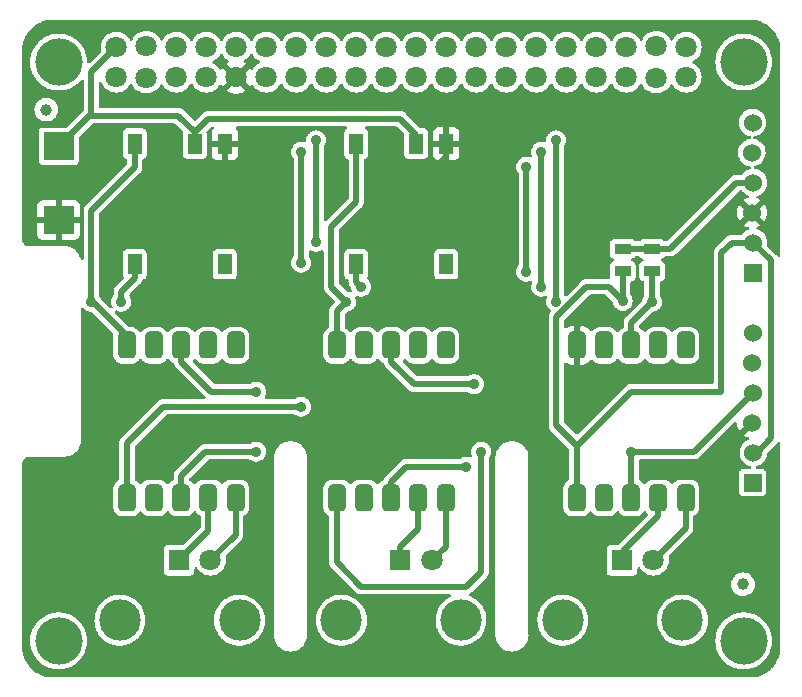
<source format=gbr>
%TF.GenerationSoftware,KiCad,Pcbnew,(6.0.0-0)*%
%TF.CreationDate,2022-01-12T23:13:01-08:00*%
%TF.ProjectId,tentacle-raspi,74656e74-6163-46c6-952d-72617370692e,1.0*%
%TF.SameCoordinates,Original*%
%TF.FileFunction,Copper,L1,Top*%
%TF.FilePolarity,Positive*%
%FSLAX46Y46*%
G04 Gerber Fmt 4.6, Leading zero omitted, Abs format (unit mm)*
G04 Created by KiCad (PCBNEW (6.0.0-0)) date 2022-01-12 23:13:01*
%MOMM*%
%LPD*%
G01*
G04 APERTURE LIST*
G04 Aperture macros list*
%AMRoundRect*
0 Rectangle with rounded corners*
0 $1 Rounding radius*
0 $2 $3 $4 $5 $6 $7 $8 $9 X,Y pos of 4 corners*
0 Add a 4 corners polygon primitive as box body*
4,1,4,$2,$3,$4,$5,$6,$7,$8,$9,$2,$3,0*
0 Add four circle primitives for the rounded corners*
1,1,$1+$1,$2,$3*
1,1,$1+$1,$4,$5*
1,1,$1+$1,$6,$7*
1,1,$1+$1,$8,$9*
0 Add four rect primitives between the rounded corners*
20,1,$1+$1,$2,$3,$4,$5,0*
20,1,$1+$1,$4,$5,$6,$7,0*
20,1,$1+$1,$6,$7,$8,$9,0*
20,1,$1+$1,$8,$9,$2,$3,0*%
G04 Aperture macros list end*
%TA.AperFunction,SMDPad,CuDef*%
%ADD10C,1.000000*%
%TD*%
%TA.AperFunction,ComponentPad*%
%ADD11C,4.000000*%
%TD*%
%TA.AperFunction,SMDPad,CuDef*%
%ADD12R,2.600000X2.370000*%
%TD*%
%TA.AperFunction,SMDPad,CuDef*%
%ADD13R,1.200000X1.800000*%
%TD*%
%TA.AperFunction,ComponentPad*%
%ADD14R,1.524000X1.524000*%
%TD*%
%TA.AperFunction,ComponentPad*%
%ADD15C,1.524000*%
%TD*%
%TA.AperFunction,ComponentPad*%
%ADD16C,3.500000*%
%TD*%
%TA.AperFunction,ComponentPad*%
%ADD17R,1.800000X1.800000*%
%TD*%
%TA.AperFunction,ComponentPad*%
%ADD18C,1.800000*%
%TD*%
%TA.AperFunction,SMDPad,CuDef*%
%ADD19R,1.397000X0.889000*%
%TD*%
%TA.AperFunction,SMDPad,CuDef*%
%ADD20RoundRect,0.381000X0.381000X-0.762000X0.381000X0.762000X-0.381000X0.762000X-0.381000X-0.762000X0*%
%TD*%
%TA.AperFunction,ViaPad*%
%ADD21C,0.889000*%
%TD*%
%TA.AperFunction,Conductor*%
%ADD22C,0.500000*%
%TD*%
G04 APERTURE END LIST*
D10*
%TO.P,fiducial,1*%
%TO.N,N/C*%
X107950000Y-65024000D03*
%TD*%
%TO.P,fiducial,1*%
%TO.N,N/C*%
X166942000Y-105206500D03*
%TD*%
D11*
%TO.P,PI_Board,*%
%TO.N,*%
X109000000Y-110000000D03*
X167000000Y-110000000D03*
X167000000Y-61000000D03*
X109000000Y-61000000D03*
%TD*%
D12*
%TO.P,C101,1*%
%TO.N,VCC*%
X109000000Y-68130000D03*
%TO.P,C101,2*%
%TO.N,GND*%
X109000000Y-74370000D03*
%TD*%
D13*
%TO.P,DCDC201,1,GND*%
%TO.N,GND*%
X123060000Y-67900000D03*
%TO.P,DCDC201,2,VCC*%
%TO.N,VCC*%
X120520000Y-67900000D03*
%TO.P,DCDC201,4,GND_ISO*%
%TO.N,GND_ISO2*%
X115440000Y-67900000D03*
%TO.P,DCDC201,5,V_ISO*%
%TO.N,Net-(C202-Pad2)*%
X115440000Y-78100000D03*
%TO.P,DCDC201,8,NC*%
%TO.N,unconnected-(DCDC201-Pad8)*%
X123060000Y-78100000D03*
%TD*%
%TO.P,DCDC301,1,GND*%
%TO.N,GND*%
X141810000Y-67900000D03*
%TO.P,DCDC301,2,VCC*%
%TO.N,VCC*%
X139270000Y-67900000D03*
%TO.P,DCDC301,4,GND_ISO*%
%TO.N,GND_ISO3*%
X134190000Y-67900000D03*
%TO.P,DCDC301,5,V_ISO*%
%TO.N,Net-(C302-Pad2)*%
X134190000Y-78100000D03*
%TO.P,DCDC301,8,NC*%
%TO.N,unconnected-(DCDC301-Pad8)*%
X141810000Y-78100000D03*
%TD*%
D14*
%TO.P,P101,1,P1*%
%TO.N,/SCL*%
X167750000Y-78820000D03*
D15*
%TO.P,P101,2,P2*%
%TO.N,/SDA*%
X167813500Y-76280000D03*
%TO.P,P101,3,3*%
%TO.N,GND*%
X167686500Y-73740000D03*
%TO.P,P101,4,4*%
%TO.N,+3.3V*%
X167813500Y-71200000D03*
%TO.P,P101,5,5*%
%TO.N,Net-(P101-Pad5)*%
X167686500Y-68660000D03*
%TO.P,P101,6,6*%
X167750000Y-66120000D03*
%TD*%
D16*
%TO.P,P201,*%
%TO.N,*%
X114186500Y-108250000D03*
X124313500Y-108250000D03*
D17*
%TO.P,P201,1,In*%
%TO.N,Net-(P201-Pad1)*%
X119186500Y-103170000D03*
D18*
%TO.P,P201,2,Ext*%
%TO.N,Net-(P201-Pad2)*%
X121853500Y-103170000D03*
%TD*%
D16*
%TO.P,P301,*%
%TO.N,*%
X132936500Y-108250000D03*
X143063500Y-108250000D03*
D17*
%TO.P,P301,1,In*%
%TO.N,Net-(P301-Pad1)*%
X137936500Y-103170000D03*
D18*
%TO.P,P301,2,Ext*%
%TO.N,Net-(P301-Pad2)*%
X140603500Y-103170000D03*
%TD*%
D16*
%TO.P,P401,*%
%TO.N,*%
X161813500Y-108250000D03*
X151686500Y-108250000D03*
D17*
%TO.P,P401,1,In*%
%TO.N,Net-(P401-Pad1)*%
X156686500Y-103170000D03*
D18*
%TO.P,P401,2,Ext*%
%TO.N,Net-(P401-Pad2)*%
X159353500Y-103170000D03*
%TD*%
%TO.P,PI_BOARD101,1,3.3v*%
%TO.N,+3.3V*%
X113870000Y-62270000D03*
%TO.P,PI_BOARD101,2,5v*%
%TO.N,VCC*%
X113870000Y-59730000D03*
%TO.P,PI_BOARD101,3,GPIO02_(SDA_I2C)*%
%TO.N,/SDA*%
X116410000Y-62333500D03*
%TO.P,PI_BOARD101,4,5v*%
%TO.N,unconnected-(PI_BOARD101-Pad4)*%
X116410000Y-59666500D03*
%TO.P,PI_BOARD101,5,GPIO03_(SCL_I2C)*%
%TO.N,/SCL*%
X118950000Y-62270000D03*
%TO.P,PI_BOARD101,6,Ground*%
%TO.N,unconnected-(PI_BOARD101-Pad6)*%
X118950000Y-59730000D03*
%TO.P,PI_BOARD101,7,GPIO04_(GPIO_GCLK)*%
%TO.N,unconnected-(PI_BOARD101-Pad7)*%
X121490000Y-62270000D03*
%TO.P,PI_BOARD101,8,(TX_D0)_GPIO14*%
%TO.N,unconnected-(PI_BOARD101-Pad8)*%
X121490000Y-59730000D03*
%TO.P,PI_BOARD101,9,Ground*%
%TO.N,GND*%
X124030000Y-62270000D03*
%TO.P,PI_BOARD101,10,(RX_D0)_GPIO15*%
%TO.N,unconnected-(PI_BOARD101-Pad10)*%
X124030000Y-59730000D03*
%TO.P,PI_BOARD101,11,GPIO17_(GPIO_GEN0)*%
%TO.N,unconnected-(PI_BOARD101-Pad11)*%
X126570000Y-62270000D03*
%TO.P,PI_BOARD101,12,(GPIO_GEN1)_GPIO18*%
%TO.N,unconnected-(PI_BOARD101-Pad12)*%
X126570000Y-59730000D03*
%TO.P,PI_BOARD101,13,GPIO27_(GPIO_GEN2)*%
%TO.N,unconnected-(PI_BOARD101-Pad13)*%
X129110000Y-62270000D03*
%TO.P,PI_BOARD101,14,Ground*%
%TO.N,unconnected-(PI_BOARD101-Pad14)*%
X129110000Y-59730000D03*
%TO.P,PI_BOARD101,15,GPIO22_(GPIO_GEN3)*%
%TO.N,unconnected-(PI_BOARD101-Pad15)*%
X131650000Y-62270000D03*
%TO.P,PI_BOARD101,16,(GPIO_GEN4)_GPIO23*%
%TO.N,unconnected-(PI_BOARD101-Pad16)*%
X131650000Y-59730000D03*
%TO.P,PI_BOARD101,17,3.3v*%
%TO.N,unconnected-(PI_BOARD101-Pad17)*%
X134190000Y-62270000D03*
%TO.P,PI_BOARD101,18,(GPIO_GEN5)_GPIO24*%
%TO.N,unconnected-(PI_BOARD101-Pad18)*%
X134190000Y-59730000D03*
%TO.P,PI_BOARD101,19,GPIO10_(SPI_MOSI)*%
%TO.N,unconnected-(PI_BOARD101-Pad19)*%
X136730000Y-62270000D03*
%TO.P,PI_BOARD101,20,Ground*%
%TO.N,unconnected-(PI_BOARD101-Pad20)*%
X136730000Y-59730000D03*
%TO.P,PI_BOARD101,21,GPIO09_(SPI_MISO)*%
%TO.N,unconnected-(PI_BOARD101-Pad21)*%
X139270000Y-62270000D03*
%TO.P,PI_BOARD101,22,(GPIO_GEN6)_GPIO25*%
%TO.N,unconnected-(PI_BOARD101-Pad22)*%
X139270000Y-59730000D03*
%TO.P,PI_BOARD101,23,GPIO11_(SPI_CLK)*%
%TO.N,unconnected-(PI_BOARD101-Pad23)*%
X141810000Y-62270000D03*
%TO.P,PI_BOARD101,24,(SPI_CE0_N)_GPIO08*%
%TO.N,unconnected-(PI_BOARD101-Pad24)*%
X141810000Y-59730000D03*
%TO.P,PI_BOARD101,25,Ground*%
%TO.N,unconnected-(PI_BOARD101-Pad25)*%
X144350000Y-62270000D03*
%TO.P,PI_BOARD101,26,(SPI_CE1_N)_GPIO07*%
%TO.N,unconnected-(PI_BOARD101-Pad26)*%
X144350000Y-59730000D03*
%TO.P,PI_BOARD101,27,ID_SD_(I2C_id_eeprom)*%
%TO.N,unconnected-(PI_BOARD101-Pad27)*%
X146890000Y-62270000D03*
%TO.P,PI_BOARD101,28,(I2C_id_eeprom)_ID_SC*%
%TO.N,unconnected-(PI_BOARD101-Pad28)*%
X146890000Y-59730000D03*
%TO.P,PI_BOARD101,29,GPIO05*%
%TO.N,unconnected-(PI_BOARD101-Pad29)*%
X149430000Y-62270000D03*
%TO.P,PI_BOARD101,30,Ground*%
%TO.N,unconnected-(PI_BOARD101-Pad30)*%
X149430000Y-59730000D03*
%TO.P,PI_BOARD101,31,GPIO06*%
%TO.N,unconnected-(PI_BOARD101-Pad31)*%
X151970000Y-62270000D03*
%TO.P,PI_BOARD101,32,GPIO12*%
%TO.N,unconnected-(PI_BOARD101-Pad32)*%
X151970000Y-59730000D03*
%TO.P,PI_BOARD101,33,GPIO13*%
%TO.N,unconnected-(PI_BOARD101-Pad33)*%
X154510000Y-62270000D03*
%TO.P,PI_BOARD101,34,Ground*%
%TO.N,unconnected-(PI_BOARD101-Pad34)*%
X154510000Y-59730000D03*
%TO.P,PI_BOARD101,35,GPIO19*%
%TO.N,unconnected-(PI_BOARD101-Pad35)*%
X157050000Y-62270000D03*
%TO.P,PI_BOARD101,36,GPIO16*%
%TO.N,unconnected-(PI_BOARD101-Pad36)*%
X157050000Y-59730000D03*
%TO.P,PI_BOARD101,37,GPIO26*%
%TO.N,unconnected-(PI_BOARD101-Pad37)*%
X159590000Y-62333500D03*
%TO.P,PI_BOARD101,38,GPIO20*%
%TO.N,unconnected-(PI_BOARD101-Pad38)*%
X159590000Y-59666500D03*
%TO.P,PI_BOARD101,39,Ground*%
%TO.N,unconnected-(PI_BOARD101-Pad39)*%
X162130000Y-62270000D03*
%TO.P,PI_BOARD101,40,GPIO21*%
%TO.N,unconnected-(PI_BOARD101-Pad40)*%
X162130000Y-59730000D03*
%TD*%
D19*
%TO.P,R101,1*%
%TO.N,/SDA*%
X156750000Y-78702500D03*
%TO.P,R101,2*%
%TO.N,+3.3V*%
X156750000Y-76797500D03*
%TD*%
%TO.P,R102,1*%
%TO.N,/SCL*%
X159250000Y-78702500D03*
%TO.P,R102,2*%
%TO.N,+3.3V*%
X159250000Y-76797500D03*
%TD*%
D20*
%TO.P,STP201,1,SDA*%
%TO.N,Net-(R202-Pad2)*%
X114780000Y-97890000D03*
%TO.P,STP201,2*%
%TO.N,N/C*%
X117080000Y-97890000D03*
%TO.P,STP201,3,VCC*%
%TO.N,V_ISO2*%
X119380000Y-97890000D03*
%TO.P,STP201,4,PRB*%
%TO.N,Net-(P201-Pad1)*%
X121680000Y-97890000D03*
%TO.P,STP201,5,PRB_GND*%
%TO.N,Net-(P201-Pad2)*%
X123980000Y-97890000D03*
%TO.P,STP201,6,GND*%
%TO.N,GND_ISO2*%
X114780000Y-84990000D03*
%TO.P,STP201,7*%
%TO.N,N/C*%
X117080000Y-84990000D03*
%TO.P,STP201,8,SCL*%
%TO.N,Net-(R201-Pad2)*%
X119380000Y-84990000D03*
%TO.P,STP201,9*%
%TO.N,N/C*%
X121680000Y-84990000D03*
%TO.P,STP201,10*%
X123980000Y-84990000D03*
%TD*%
%TO.P,STP301,1,SDA*%
%TO.N,Net-(R302-Pad2)*%
X132560000Y-97890000D03*
%TO.P,STP301,2*%
%TO.N,N/C*%
X134860000Y-97890000D03*
%TO.P,STP301,3,VCC*%
%TO.N,V_ISO3*%
X137160000Y-97890000D03*
%TO.P,STP301,4,PRB*%
%TO.N,Net-(P301-Pad1)*%
X139460000Y-97890000D03*
%TO.P,STP301,5,PRB_GND*%
%TO.N,Net-(P301-Pad2)*%
X141760000Y-97890000D03*
%TO.P,STP301,6,GND*%
%TO.N,GND_ISO3*%
X132560000Y-84990000D03*
%TO.P,STP301,7*%
%TO.N,N/C*%
X134860000Y-84990000D03*
%TO.P,STP301,8,SCL*%
%TO.N,Net-(R301-Pad2)*%
X137160000Y-84990000D03*
%TO.P,STP301,9*%
%TO.N,N/C*%
X139460000Y-84990000D03*
%TO.P,STP301,10*%
X141760000Y-84990000D03*
%TD*%
%TO.P,STP401,1,SDA*%
%TO.N,/SDA*%
X152880000Y-97890000D03*
%TO.P,STP401,2*%
%TO.N,N/C*%
X155180000Y-97890000D03*
%TO.P,STP401,3,VCC*%
%TO.N,+3.3V*%
X157480000Y-97890000D03*
%TO.P,STP401,4,PRB*%
%TO.N,Net-(P401-Pad1)*%
X159780000Y-97890000D03*
%TO.P,STP401,5,PRB_GND*%
%TO.N,Net-(P401-Pad2)*%
X162080000Y-97890000D03*
%TO.P,STP401,6,GND*%
%TO.N,GND*%
X152880000Y-84990000D03*
%TO.P,STP401,7*%
%TO.N,N/C*%
X155180000Y-84990000D03*
%TO.P,STP401,8,SCL*%
%TO.N,/SCL*%
X157480000Y-84990000D03*
%TO.P,STP401,9*%
%TO.N,N/C*%
X159780000Y-84990000D03*
%TO.P,STP401,10*%
X162080000Y-84990000D03*
%TD*%
D14*
%TO.P,P102,1,P1*%
%TO.N,/SCL*%
X167750000Y-96600000D03*
D15*
%TO.P,P102,2,P2*%
%TO.N,/SDA*%
X167813500Y-94060000D03*
%TO.P,P102,3,3*%
%TO.N,GND*%
X167686500Y-91520000D03*
%TO.P,P102,4,4*%
%TO.N,+3.3V*%
X167813500Y-88980000D03*
%TO.P,P102,5,5*%
%TO.N,Net-(P102-Pad5)*%
X167686500Y-86440000D03*
%TO.P,P102,6,6*%
X167750000Y-83900000D03*
%TD*%
D21*
%TO.N,+3.3V*%
X148590000Y-78740000D03*
X157480000Y-93980000D03*
X148590000Y-69850000D03*
%TO.N,GND*%
X120650000Y-71628000D03*
X123190000Y-73914000D03*
X139250000Y-71628000D03*
X139250000Y-73660000D03*
X146050000Y-64770000D03*
X111760000Y-71120000D03*
X142494000Y-73660000D03*
X146050000Y-73660000D03*
X123190000Y-71628000D03*
X125730000Y-71628000D03*
X144018000Y-64770000D03*
X120650000Y-73914000D03*
X154940000Y-81280000D03*
%TO.N,GND_ISO2*%
X111760000Y-81280000D03*
%TO.N,V_ISO2*%
X125730000Y-93980000D03*
%TO.N,Net-(C202-Pad2)*%
X114300000Y-81280000D03*
%TO.N,Net-(C302-Pad2)*%
X134620000Y-80010000D03*
%TO.N,Net-(R201-Pad2)*%
X125730000Y-88900000D03*
%TO.N,Net-(R202-Pad2)*%
X129540000Y-90170000D03*
%TO.N,Net-(R301-Pad2)*%
X144145000Y-88265000D03*
%TO.N,Net-(R302-Pad2)*%
X144780000Y-93980000D03*
%TO.N,GND_ISO3*%
X133350000Y-81280000D03*
%TO.N,V_ISO3*%
X143510000Y-95250000D03*
%TO.N,/SDA*%
X149860000Y-68580000D03*
X129540000Y-77978000D03*
X129540000Y-68580000D03*
X156750000Y-81207600D03*
X149860000Y-80010000D03*
%TO.N,/SCL*%
X151130000Y-67625000D03*
X159250000Y-81280000D03*
X130810000Y-76200000D03*
X151130000Y-81280000D03*
X130810000Y-67625000D03*
%TD*%
D22*
%TO.N,+3.3V*%
X160777500Y-76797500D02*
X166375000Y-71200000D01*
X166375000Y-71200000D02*
X167813500Y-71200000D01*
X156750000Y-76797500D02*
X159250000Y-76797500D01*
X148590000Y-69850000D02*
X148590000Y-78740000D01*
X159250000Y-76797500D02*
X160777500Y-76797500D01*
X157480000Y-93980000D02*
X157480000Y-97890000D01*
X162813500Y-93980000D02*
X167813500Y-88980000D01*
X157480000Y-93980000D02*
X162813500Y-93980000D01*
%TO.N,GND*%
X110490000Y-71120000D02*
X111760000Y-71120000D01*
X120650000Y-71628000D02*
X121372000Y-71628000D01*
X141810000Y-69068000D02*
X139250000Y-71628000D01*
X144018000Y-72136000D02*
X142494000Y-73660000D01*
X120650000Y-73914000D02*
X123190000Y-73914000D01*
X144018000Y-64770000D02*
X144018000Y-72136000D01*
X109000000Y-74370000D02*
X109000000Y-72610000D01*
X152880000Y-83340000D02*
X152880000Y-84990000D01*
X109000000Y-72610000D02*
X110490000Y-71120000D01*
X123190000Y-71628000D02*
X125730000Y-71628000D01*
X121372000Y-71628000D02*
X123060000Y-69940000D01*
X146050000Y-73660000D02*
X146050000Y-64770000D01*
X141810000Y-67900000D02*
X141810000Y-69068000D01*
X154940000Y-81280000D02*
X152880000Y-83340000D01*
X123060000Y-69940000D02*
X123060000Y-67900000D01*
X139250000Y-73660000D02*
X142494000Y-73660000D01*
%TO.N,GND_ISO2*%
X114780000Y-84170000D02*
X114780000Y-84990000D01*
X111760000Y-80010000D02*
X111760000Y-73660000D01*
X111760000Y-81150000D02*
X114780000Y-84170000D01*
X111760000Y-80010000D02*
X111760000Y-81150000D01*
X115440000Y-69910000D02*
X111760000Y-73590000D01*
X115440000Y-67900000D02*
X115440000Y-69910000D01*
%TO.N,VCC*%
X121666000Y-65786000D02*
X137922000Y-65786000D01*
X120520000Y-67900000D02*
X120520000Y-66932000D01*
X120520000Y-66926000D02*
X119126000Y-65532000D01*
X111760000Y-61840000D02*
X111760000Y-65370000D01*
X137922000Y-65786000D02*
X139270000Y-67134000D01*
X139270000Y-67134000D02*
X139270000Y-67900000D01*
X119126000Y-65532000D02*
X111598000Y-65532000D01*
X111171000Y-65959000D02*
X109000000Y-68130000D01*
X111598000Y-65532000D02*
X111171000Y-65959000D01*
X113870000Y-59730000D02*
X111760000Y-61840000D01*
X120520000Y-67900000D02*
X120520000Y-66926000D01*
X120520000Y-66932000D02*
X121666000Y-65786000D01*
X111760000Y-65370000D02*
X111171000Y-65959000D01*
%TO.N,V_ISO2*%
X119380000Y-97890000D02*
X119380000Y-96012000D01*
X121412000Y-93980000D02*
X125730000Y-93980000D01*
X119380000Y-96012000D02*
X121412000Y-93980000D01*
%TO.N,Net-(C202-Pad2)*%
X114300000Y-80450000D02*
X115440000Y-79310000D01*
X114300000Y-81280000D02*
X114300000Y-80450000D01*
X115440000Y-79310000D02*
X115440000Y-78100000D01*
%TO.N,Net-(C302-Pad2)*%
X134190000Y-78100000D02*
X134190000Y-79580000D01*
X134190000Y-79580000D02*
X134620000Y-80010000D01*
%TO.N,Net-(P201-Pad1)*%
X121680000Y-100676500D02*
X121680000Y-97890000D01*
X119186500Y-103170000D02*
X121680000Y-100676500D01*
%TO.N,Net-(P201-Pad2)*%
X123980000Y-101043500D02*
X121853500Y-103170000D01*
X123980000Y-97890000D02*
X123980000Y-101043500D01*
%TO.N,Net-(P301-Pad1)*%
X137936500Y-102093500D02*
X139460000Y-100570000D01*
X139460000Y-100570000D02*
X139460000Y-97890000D01*
X137936500Y-103170000D02*
X137936500Y-102093500D01*
%TO.N,Net-(P301-Pad2)*%
X140603500Y-103170000D02*
X141760000Y-102013500D01*
X141760000Y-102013500D02*
X141760000Y-97890000D01*
%TO.N,Net-(P401-Pad1)*%
X159780000Y-99391754D02*
X156750000Y-102421754D01*
X156750000Y-102421754D02*
X156750000Y-103106500D01*
X156750000Y-103106500D02*
X156686500Y-103170000D01*
X159780000Y-97890000D02*
X159780000Y-99391754D01*
%TO.N,Net-(P401-Pad2)*%
X162080000Y-100474452D02*
X159384452Y-103170000D01*
X159384452Y-103170000D02*
X159353500Y-103170000D01*
X162080000Y-97890000D02*
X162080000Y-100474452D01*
%TO.N,Net-(R201-Pad2)*%
X121920000Y-88900000D02*
X125730000Y-88900000D01*
X119380000Y-86360000D02*
X121920000Y-88900000D01*
X119380000Y-84990000D02*
X119380000Y-86360000D01*
%TO.N,Net-(R202-Pad2)*%
X117856000Y-90170000D02*
X114780000Y-93246000D01*
X114780000Y-93246000D02*
X114780000Y-97890000D01*
X129540000Y-90170000D02*
X117856000Y-90170000D01*
%TO.N,Net-(R301-Pad2)*%
X137160000Y-86360000D02*
X139065000Y-88265000D01*
X139065000Y-88265000D02*
X144145000Y-88265000D01*
X137160000Y-84990000D02*
X137160000Y-86360000D01*
%TO.N,Net-(R302-Pad2)*%
X132560000Y-97890000D02*
X132560000Y-103350000D01*
X143510000Y-105410000D02*
X144780000Y-104140000D01*
X134620000Y-105410000D02*
X143510000Y-105410000D01*
X132560000Y-103350000D02*
X134620000Y-105410000D01*
X144780000Y-104140000D02*
X144780000Y-93980000D01*
%TO.N,GND_ISO3*%
X133350000Y-81280000D02*
X132080000Y-80010000D01*
X132560000Y-84990000D02*
X132560000Y-82070000D01*
X132080000Y-80010000D02*
X132080000Y-74930000D01*
X132080000Y-74930000D02*
X134190000Y-72820000D01*
X134190000Y-72820000D02*
X134190000Y-67900000D01*
X132560000Y-82070000D02*
X133350000Y-81280000D01*
%TO.N,V_ISO3*%
X137160000Y-96520000D02*
X138430000Y-95250000D01*
X137160000Y-97890000D02*
X137160000Y-96520000D01*
X138430000Y-95250000D02*
X143510000Y-95250000D01*
%TO.N,/SDA*%
X168115000Y-94060000D02*
X169325000Y-92850000D01*
X169325000Y-92850000D02*
X169325000Y-77791500D01*
X169325000Y-77791500D02*
X167813500Y-76280000D01*
X157480000Y-88900000D02*
X165100000Y-88900000D01*
X165100000Y-77200000D02*
X166020000Y-76280000D01*
X149860000Y-68580000D02*
X149860000Y-80010000D01*
X166020000Y-76280000D02*
X167813500Y-76280000D01*
X153670000Y-80010000D02*
X153670000Y-80080691D01*
X155552400Y-80010000D02*
X153670000Y-80010000D01*
X165100000Y-88900000D02*
X165100000Y-82550000D01*
X167813500Y-94060000D02*
X168115000Y-94060000D01*
X156750000Y-81207600D02*
X155552400Y-80010000D01*
X165100000Y-82550000D02*
X165100000Y-77200000D01*
X129540000Y-68580000D02*
X129540000Y-77978000D01*
X151130000Y-82620691D02*
X151130000Y-91750000D01*
X151130000Y-91750000D02*
X152880000Y-93500000D01*
X152880000Y-93500000D02*
X157480000Y-88900000D01*
X156750000Y-78702500D02*
X156750000Y-81207600D01*
X152880000Y-97890000D02*
X152880000Y-93500000D01*
X153670000Y-80080691D02*
X151130000Y-82620691D01*
%TO.N,/SCL*%
X159250000Y-81280000D02*
X157480000Y-83050000D01*
X151130000Y-81280000D02*
X151130000Y-67625000D01*
X157480000Y-83050000D02*
X157480000Y-84990000D01*
X130810000Y-67625000D02*
X130810000Y-76200000D01*
X159250000Y-81280000D02*
X159250000Y-78702500D01*
%TD*%
%TA.AperFunction,Conductor*%
%TO.N,GND*%
G36*
X167478299Y-57401701D02*
G01*
X167500000Y-57405138D01*
X167509793Y-57403587D01*
X167509798Y-57403587D01*
X167509937Y-57403565D01*
X167536707Y-57402212D01*
X167673936Y-57409918D01*
X167784029Y-57416100D01*
X167798062Y-57417681D01*
X167934806Y-57440916D01*
X168071545Y-57464149D01*
X168085320Y-57467293D01*
X168351878Y-57544087D01*
X168365215Y-57548754D01*
X168523105Y-57614154D01*
X168621499Y-57654910D01*
X168634225Y-57661039D01*
X168877006Y-57795219D01*
X168888963Y-57802731D01*
X169115219Y-57963268D01*
X169126250Y-57972066D01*
X169333095Y-58156914D01*
X169343085Y-58166904D01*
X169527934Y-58373750D01*
X169536732Y-58384781D01*
X169697269Y-58611037D01*
X169704781Y-58622994D01*
X169838961Y-58865775D01*
X169845090Y-58878501D01*
X169873817Y-58947854D01*
X169951246Y-59134785D01*
X169955913Y-59148122D01*
X170032707Y-59414680D01*
X170035851Y-59428455D01*
X170072492Y-59644100D01*
X170082318Y-59701933D01*
X170083900Y-59715971D01*
X170084995Y-59735475D01*
X170097788Y-59963293D01*
X170096435Y-59990063D01*
X170096413Y-59990202D01*
X170096413Y-59990207D01*
X170094862Y-60000000D01*
X170096413Y-60009792D01*
X170098299Y-60021700D01*
X170099850Y-60041411D01*
X170099850Y-77362934D01*
X170079848Y-77431055D01*
X170026192Y-77477548D01*
X169955918Y-77487652D01*
X169891338Y-77458158D01*
X169865397Y-77427074D01*
X169843201Y-77389542D01*
X169828298Y-77374639D01*
X169815457Y-77359605D01*
X169807733Y-77348974D01*
X169803073Y-77342560D01*
X169767965Y-77313516D01*
X169759186Y-77305527D01*
X169000799Y-76547140D01*
X168966773Y-76484828D01*
X168965198Y-76439965D01*
X168974762Y-76374001D01*
X168979531Y-76341109D01*
X168981131Y-76280000D01*
X168961579Y-76067216D01*
X168957705Y-76053479D01*
X168905145Y-75867117D01*
X168905144Y-75867115D01*
X168903577Y-75861558D01*
X168895819Y-75845825D01*
X168811624Y-75675095D01*
X168809069Y-75669914D01*
X168804463Y-75663745D01*
X168684672Y-75503326D01*
X168684671Y-75503325D01*
X168681219Y-75498702D01*
X168524309Y-75353656D01*
X168343593Y-75239633D01*
X168146582Y-75161033D01*
X168090723Y-75117213D01*
X168067423Y-75050149D01*
X168084079Y-74981134D01*
X168140023Y-74929809D01*
X168318945Y-74846376D01*
X168328431Y-74840898D01*
X168372264Y-74810207D01*
X168380639Y-74799729D01*
X168373571Y-74786281D01*
X167699312Y-74112022D01*
X167685368Y-74104408D01*
X167683535Y-74104539D01*
X167676920Y-74108790D01*
X166998707Y-74787003D01*
X166992277Y-74798777D01*
X167001574Y-74810793D01*
X167044569Y-74840898D01*
X167054055Y-74846376D01*
X167245493Y-74935645D01*
X167255782Y-74939390D01*
X167354785Y-74965918D01*
X167415407Y-75002870D01*
X167446429Y-75066731D01*
X167438000Y-75137225D01*
X167392797Y-75191972D01*
X167365784Y-75205837D01*
X167310822Y-75226113D01*
X167127184Y-75335367D01*
X166966530Y-75476256D01*
X166962959Y-75480786D01*
X166883676Y-75581356D01*
X166825795Y-75622469D01*
X166784726Y-75629350D01*
X166101014Y-75629350D01*
X166089374Y-75628801D01*
X166081718Y-75627090D01*
X166073795Y-75627339D01*
X166011781Y-75629288D01*
X166007823Y-75629350D01*
X165979068Y-75629350D01*
X165975146Y-75629845D01*
X165975137Y-75629846D01*
X165974784Y-75629891D01*
X165962950Y-75630823D01*
X165917407Y-75632254D01*
X165909795Y-75634466D01*
X165909792Y-75634466D01*
X165904039Y-75636138D01*
X165897175Y-75638132D01*
X165877814Y-75642142D01*
X165856904Y-75644783D01*
X165825161Y-75657351D01*
X165814537Y-75661557D01*
X165803307Y-75665402D01*
X165767155Y-75675905D01*
X165767153Y-75675906D01*
X165759542Y-75678117D01*
X165752718Y-75682153D01*
X165752717Y-75682153D01*
X165741399Y-75688846D01*
X165723648Y-75697542D01*
X165704056Y-75705300D01*
X165697641Y-75709961D01*
X165667188Y-75732086D01*
X165657271Y-75738600D01*
X165618042Y-75761800D01*
X165603142Y-75776700D01*
X165588109Y-75789540D01*
X165571060Y-75801927D01*
X165566010Y-75808031D01*
X165566005Y-75808036D01*
X165542007Y-75837045D01*
X165534017Y-75845825D01*
X164697216Y-76682626D01*
X164688589Y-76690476D01*
X164681964Y-76694681D01*
X164676539Y-76700458D01*
X164634042Y-76745713D01*
X164631287Y-76748555D01*
X164610978Y-76768864D01*
X164608553Y-76771990D01*
X164608541Y-76772004D01*
X164608327Y-76772280D01*
X164600620Y-76781304D01*
X164569430Y-76814518D01*
X164565613Y-76821462D01*
X164565611Y-76821464D01*
X164559277Y-76832985D01*
X164548423Y-76849509D01*
X164535507Y-76866160D01*
X164517409Y-76907984D01*
X164512185Y-76918646D01*
X164490233Y-76958576D01*
X164487928Y-76967555D01*
X164484991Y-76978992D01*
X164478589Y-76997691D01*
X164473367Y-77009758D01*
X164473366Y-77009763D01*
X164470220Y-77017032D01*
X164468981Y-77024855D01*
X164468980Y-77024858D01*
X164463091Y-77062041D01*
X164460686Y-77073654D01*
X164449350Y-77117804D01*
X164449350Y-77138879D01*
X164447799Y-77158590D01*
X164444503Y-77179400D01*
X164445249Y-77187292D01*
X164448791Y-77224762D01*
X164449350Y-77236620D01*
X164449350Y-88123350D01*
X164429348Y-88191471D01*
X164375692Y-88237964D01*
X164323350Y-88249350D01*
X157561014Y-88249350D01*
X157549374Y-88248801D01*
X157541718Y-88247090D01*
X157533795Y-88247339D01*
X157471781Y-88249288D01*
X157467823Y-88249350D01*
X157439068Y-88249350D01*
X157435146Y-88249845D01*
X157435137Y-88249846D01*
X157434784Y-88249891D01*
X157422950Y-88250823D01*
X157377407Y-88252254D01*
X157369795Y-88254466D01*
X157369792Y-88254466D01*
X157364039Y-88256138D01*
X157357175Y-88258132D01*
X157337814Y-88262142D01*
X157316904Y-88264783D01*
X157295203Y-88273375D01*
X157274537Y-88281557D01*
X157263307Y-88285402D01*
X157227155Y-88295905D01*
X157227153Y-88295906D01*
X157219542Y-88298117D01*
X157212718Y-88302153D01*
X157212717Y-88302153D01*
X157201399Y-88308846D01*
X157183648Y-88317542D01*
X157164056Y-88325300D01*
X157138888Y-88343586D01*
X157127188Y-88352086D01*
X157117271Y-88358600D01*
X157078042Y-88381800D01*
X157063142Y-88396700D01*
X157048109Y-88409540D01*
X157031060Y-88421927D01*
X157026010Y-88428031D01*
X157026005Y-88428036D01*
X157002007Y-88457045D01*
X156994017Y-88465825D01*
X152969095Y-92490747D01*
X152906783Y-92524773D01*
X152835968Y-92519708D01*
X152790905Y-92490747D01*
X151817555Y-91517397D01*
X151783529Y-91455085D01*
X151780650Y-91428302D01*
X151780650Y-86578386D01*
X151800652Y-86510265D01*
X151854308Y-86463772D01*
X151924582Y-86453668D01*
X151985943Y-86480465D01*
X152007013Y-86497527D01*
X152018032Y-86504682D01*
X152172777Y-86583529D01*
X152185030Y-86588233D01*
X152353587Y-86633398D01*
X152364919Y-86635345D01*
X152434319Y-86640807D01*
X152439245Y-86641000D01*
X152607885Y-86641000D01*
X152623124Y-86636525D01*
X152624329Y-86635135D01*
X152626000Y-86627452D01*
X152626000Y-83357115D01*
X152621525Y-83341876D01*
X152620135Y-83340671D01*
X152612452Y-83339000D01*
X152439246Y-83339000D01*
X152434319Y-83339193D01*
X152364919Y-83344655D01*
X152353587Y-83346602D01*
X152185030Y-83391767D01*
X152172777Y-83396471D01*
X152018032Y-83475318D01*
X152007013Y-83482473D01*
X151985943Y-83499535D01*
X151920416Y-83526860D01*
X151850518Y-83514420D01*
X151798441Y-83466165D01*
X151780650Y-83401614D01*
X151780650Y-82942389D01*
X151800652Y-82874268D01*
X151817555Y-82853294D01*
X153973294Y-80697555D01*
X154035606Y-80663529D01*
X154062389Y-80660650D01*
X155230702Y-80660650D01*
X155298823Y-80680652D01*
X155319797Y-80697555D01*
X155876907Y-81254665D01*
X155910933Y-81316977D01*
X155913121Y-81330585D01*
X155918765Y-81384284D01*
X155973665Y-81553247D01*
X155976968Y-81558968D01*
X156059190Y-81701383D01*
X156059193Y-81701387D01*
X156062493Y-81707103D01*
X156066911Y-81712010D01*
X156066912Y-81712011D01*
X156138593Y-81791620D01*
X156181369Y-81839128D01*
X156186708Y-81843007D01*
X156317318Y-81937901D01*
X156325097Y-81943553D01*
X156331125Y-81946237D01*
X156331127Y-81946238D01*
X156481365Y-82013128D01*
X156487396Y-82015813D01*
X156574284Y-82034282D01*
X156654714Y-82051378D01*
X156654718Y-82051378D01*
X156661171Y-82052750D01*
X156838829Y-82052750D01*
X156845282Y-82051378D01*
X156845286Y-82051378D01*
X156925716Y-82034282D01*
X157012604Y-82015813D01*
X157018635Y-82013128D01*
X157168873Y-81946238D01*
X157168875Y-81946237D01*
X157174903Y-81943553D01*
X157182683Y-81937901D01*
X157313292Y-81843007D01*
X157318631Y-81839128D01*
X157361408Y-81791620D01*
X157433088Y-81712011D01*
X157433089Y-81712010D01*
X157437507Y-81707103D01*
X157440807Y-81701387D01*
X157440810Y-81701383D01*
X157523032Y-81558968D01*
X157526335Y-81553247D01*
X157581235Y-81384284D01*
X157582832Y-81369095D01*
X157599115Y-81214165D01*
X157599805Y-81207600D01*
X157589535Y-81109886D01*
X157581926Y-81037486D01*
X157581925Y-81037482D01*
X157581235Y-81030916D01*
X157526335Y-80861953D01*
X157437507Y-80708097D01*
X157433014Y-80703107D01*
X157432986Y-80703049D01*
X157429208Y-80697849D01*
X157430159Y-80697158D01*
X157402296Y-80639100D01*
X157400650Y-80618797D01*
X157400650Y-79667837D01*
X157420652Y-79599716D01*
X157474308Y-79553223D01*
X157506939Y-79543388D01*
X157512940Y-79542437D01*
X157573851Y-79532790D01*
X157582685Y-79528289D01*
X157582688Y-79528288D01*
X157637725Y-79500245D01*
X157686932Y-79475173D01*
X157776673Y-79385432D01*
X157814950Y-79310309D01*
X157829788Y-79281188D01*
X157829789Y-79281185D01*
X157834290Y-79272351D01*
X157849150Y-79178530D01*
X157849150Y-78226470D01*
X157834290Y-78132649D01*
X157829789Y-78123815D01*
X157829788Y-78123812D01*
X157806200Y-78077519D01*
X157776673Y-78019568D01*
X157686932Y-77929827D01*
X157573851Y-77872210D01*
X157564056Y-77870659D01*
X157561515Y-77869833D01*
X157502910Y-77829758D01*
X157475274Y-77764361D01*
X157487382Y-77694405D01*
X157535388Y-77642099D01*
X157561515Y-77630167D01*
X157564056Y-77629341D01*
X157573851Y-77627790D01*
X157686932Y-77570173D01*
X157772050Y-77485055D01*
X157834362Y-77451029D01*
X157861145Y-77448150D01*
X158138855Y-77448150D01*
X158206976Y-77468152D01*
X158227950Y-77485055D01*
X158313068Y-77570173D01*
X158426149Y-77627790D01*
X158435944Y-77629341D01*
X158438485Y-77630167D01*
X158497090Y-77670242D01*
X158524726Y-77735639D01*
X158512618Y-77805595D01*
X158464612Y-77857901D01*
X158438485Y-77869833D01*
X158435944Y-77870659D01*
X158426149Y-77872210D01*
X158313068Y-77929827D01*
X158223327Y-78019568D01*
X158193800Y-78077519D01*
X158170212Y-78123812D01*
X158170211Y-78123815D01*
X158165710Y-78132649D01*
X158150850Y-78226470D01*
X158150850Y-79178530D01*
X158165710Y-79272351D01*
X158170211Y-79281185D01*
X158170212Y-79281188D01*
X158185050Y-79310309D01*
X158223327Y-79385432D01*
X158313068Y-79475173D01*
X158362275Y-79500245D01*
X158417312Y-79528288D01*
X158417315Y-79528289D01*
X158426149Y-79532790D01*
X158487060Y-79542437D01*
X158493061Y-79543388D01*
X158557214Y-79573801D01*
X158594741Y-79634069D01*
X158599350Y-79667837D01*
X158599350Y-80691197D01*
X158579348Y-80759318D01*
X158566986Y-80775507D01*
X158562493Y-80780497D01*
X158473665Y-80934353D01*
X158418765Y-81103316D01*
X158413122Y-81157010D01*
X158386109Y-81222667D01*
X158376907Y-81232935D01*
X157077216Y-82532626D01*
X157068589Y-82540476D01*
X157061964Y-82544681D01*
X157056539Y-82550458D01*
X157014042Y-82595713D01*
X157011287Y-82598555D01*
X156990978Y-82618864D01*
X156988553Y-82621990D01*
X156988541Y-82622004D01*
X156988327Y-82622280D01*
X156980620Y-82631304D01*
X156949430Y-82664518D01*
X156945613Y-82671462D01*
X156945611Y-82671464D01*
X156939277Y-82682985D01*
X156928423Y-82699509D01*
X156915507Y-82716160D01*
X156905238Y-82739892D01*
X156897409Y-82757984D01*
X156892185Y-82768646D01*
X156870233Y-82808576D01*
X156864991Y-82828992D01*
X156858589Y-82847691D01*
X156853367Y-82859758D01*
X156853366Y-82859763D01*
X156850220Y-82867032D01*
X156848981Y-82874855D01*
X156848980Y-82874858D01*
X156843091Y-82912041D01*
X156840686Y-82923654D01*
X156829350Y-82967804D01*
X156829350Y-82988879D01*
X156827799Y-83008590D01*
X156824503Y-83029400D01*
X156825249Y-83037292D01*
X156828791Y-83074762D01*
X156829350Y-83086620D01*
X156829350Y-83411074D01*
X156809348Y-83479195D01*
X156758190Y-83524513D01*
X156679842Y-83562388D01*
X156542793Y-83671793D01*
X156538404Y-83677291D01*
X156437782Y-83803338D01*
X156433388Y-83808842D01*
X156432907Y-83808458D01*
X156383398Y-83852165D01*
X156313221Y-83862918D01*
X156248370Y-83834022D01*
X156226688Y-83808999D01*
X156226612Y-83808842D01*
X156222219Y-83803338D01*
X156121596Y-83677291D01*
X156117207Y-83671793D01*
X155980158Y-83562388D01*
X155822277Y-83486065D01*
X155651409Y-83446617D01*
X155646778Y-83446350D01*
X154713222Y-83446350D01*
X154708591Y-83446617D01*
X154537723Y-83486065D01*
X154379842Y-83562388D01*
X154242793Y-83671793D01*
X154238404Y-83677291D01*
X154238400Y-83677295D01*
X154197458Y-83728583D01*
X154139327Y-83769342D01*
X154068388Y-83772203D01*
X154007164Y-83736258D01*
X154001065Y-83729269D01*
X153897232Y-83601045D01*
X153887955Y-83591768D01*
X153752982Y-83482470D01*
X153741968Y-83475318D01*
X153587223Y-83396471D01*
X153574970Y-83391767D01*
X153406413Y-83346602D01*
X153395081Y-83344655D01*
X153325681Y-83339193D01*
X153320754Y-83339000D01*
X153152115Y-83339000D01*
X153136876Y-83343475D01*
X153135671Y-83344865D01*
X153134000Y-83352548D01*
X153134000Y-86622885D01*
X153138475Y-86638124D01*
X153139865Y-86639329D01*
X153147548Y-86641000D01*
X153320755Y-86641000D01*
X153325681Y-86640807D01*
X153395081Y-86635345D01*
X153406413Y-86633398D01*
X153574970Y-86588233D01*
X153587223Y-86583529D01*
X153741968Y-86504682D01*
X153752982Y-86497530D01*
X153887955Y-86388232D01*
X153897232Y-86378955D01*
X154001065Y-86250731D01*
X154059480Y-86210379D01*
X154130437Y-86208013D01*
X154191409Y-86244386D01*
X154197458Y-86251417D01*
X154238400Y-86302705D01*
X154238404Y-86302709D01*
X154242793Y-86308207D01*
X154379842Y-86417612D01*
X154386185Y-86420678D01*
X154386186Y-86420679D01*
X154454427Y-86453668D01*
X154537723Y-86493935D01*
X154708591Y-86533383D01*
X154713222Y-86533650D01*
X155646778Y-86533650D01*
X155651409Y-86533383D01*
X155822277Y-86493935D01*
X155905573Y-86453668D01*
X155973814Y-86420679D01*
X155973815Y-86420678D01*
X155980158Y-86417612D01*
X156117207Y-86308207D01*
X156168155Y-86244386D01*
X156222221Y-86176659D01*
X156222222Y-86176657D01*
X156226612Y-86171158D01*
X156227093Y-86171542D01*
X156276602Y-86127835D01*
X156346779Y-86117082D01*
X156411630Y-86145978D01*
X156433312Y-86171001D01*
X156433388Y-86171158D01*
X156437778Y-86176657D01*
X156437779Y-86176659D01*
X156491845Y-86244386D01*
X156542793Y-86308207D01*
X156679842Y-86417612D01*
X156686185Y-86420678D01*
X156686186Y-86420679D01*
X156754427Y-86453668D01*
X156837723Y-86493935D01*
X157008591Y-86533383D01*
X157013222Y-86533650D01*
X157946778Y-86533650D01*
X157951409Y-86533383D01*
X158122277Y-86493935D01*
X158205573Y-86453668D01*
X158273814Y-86420679D01*
X158273815Y-86420678D01*
X158280158Y-86417612D01*
X158417207Y-86308207D01*
X158468155Y-86244386D01*
X158522221Y-86176659D01*
X158522222Y-86176657D01*
X158526612Y-86171158D01*
X158527093Y-86171542D01*
X158576602Y-86127835D01*
X158646779Y-86117082D01*
X158711630Y-86145978D01*
X158733312Y-86171001D01*
X158733388Y-86171158D01*
X158737778Y-86176657D01*
X158737779Y-86176659D01*
X158791845Y-86244386D01*
X158842793Y-86308207D01*
X158979842Y-86417612D01*
X158986185Y-86420678D01*
X158986186Y-86420679D01*
X159054427Y-86453668D01*
X159137723Y-86493935D01*
X159308591Y-86533383D01*
X159313222Y-86533650D01*
X160246778Y-86533650D01*
X160251409Y-86533383D01*
X160422277Y-86493935D01*
X160505573Y-86453668D01*
X160573814Y-86420679D01*
X160573815Y-86420678D01*
X160580158Y-86417612D01*
X160717207Y-86308207D01*
X160768155Y-86244386D01*
X160822221Y-86176659D01*
X160822222Y-86176657D01*
X160826612Y-86171158D01*
X160827093Y-86171542D01*
X160876602Y-86127835D01*
X160946779Y-86117082D01*
X161011630Y-86145978D01*
X161033312Y-86171001D01*
X161033388Y-86171158D01*
X161037778Y-86176657D01*
X161037779Y-86176659D01*
X161091845Y-86244386D01*
X161142793Y-86308207D01*
X161279842Y-86417612D01*
X161286185Y-86420678D01*
X161286186Y-86420679D01*
X161354427Y-86453668D01*
X161437723Y-86493935D01*
X161608591Y-86533383D01*
X161613222Y-86533650D01*
X162546778Y-86533650D01*
X162551409Y-86533383D01*
X162722277Y-86493935D01*
X162805573Y-86453668D01*
X162873814Y-86420679D01*
X162873815Y-86420678D01*
X162880158Y-86417612D01*
X163017207Y-86308207D01*
X163126612Y-86171158D01*
X163152754Y-86117082D01*
X163199869Y-86019619D01*
X163202935Y-86013277D01*
X163242383Y-85842409D01*
X163242650Y-85837778D01*
X163242650Y-84142222D01*
X163242383Y-84137591D01*
X163202935Y-83966723D01*
X163153132Y-83863700D01*
X163129679Y-83815186D01*
X163129678Y-83815185D01*
X163126612Y-83808842D01*
X163017207Y-83671793D01*
X162880158Y-83562388D01*
X162722277Y-83486065D01*
X162551409Y-83446617D01*
X162546778Y-83446350D01*
X161613222Y-83446350D01*
X161608591Y-83446617D01*
X161437723Y-83486065D01*
X161279842Y-83562388D01*
X161142793Y-83671793D01*
X161138404Y-83677291D01*
X161037782Y-83803338D01*
X161033388Y-83808842D01*
X161032907Y-83808458D01*
X160983398Y-83852165D01*
X160913221Y-83862918D01*
X160848370Y-83834022D01*
X160826688Y-83808999D01*
X160826612Y-83808842D01*
X160822219Y-83803338D01*
X160721596Y-83677291D01*
X160717207Y-83671793D01*
X160580158Y-83562388D01*
X160422277Y-83486065D01*
X160251409Y-83446617D01*
X160246778Y-83446350D01*
X159313222Y-83446350D01*
X159308591Y-83446617D01*
X159137723Y-83486065D01*
X158979842Y-83562388D01*
X158842793Y-83671793D01*
X158838404Y-83677291D01*
X158737782Y-83803338D01*
X158733388Y-83808842D01*
X158732907Y-83808458D01*
X158683398Y-83852165D01*
X158613221Y-83862918D01*
X158548370Y-83834022D01*
X158526688Y-83808999D01*
X158526612Y-83808842D01*
X158522219Y-83803338D01*
X158421596Y-83677291D01*
X158417207Y-83671793D01*
X158280158Y-83562388D01*
X158201810Y-83524513D01*
X158149186Y-83476858D01*
X158130650Y-83411074D01*
X158130650Y-83371698D01*
X158150652Y-83303577D01*
X158167555Y-83282603D01*
X159294885Y-82155273D01*
X159357782Y-82121121D01*
X159512604Y-82088213D01*
X159582054Y-82057292D01*
X159668873Y-82018638D01*
X159668875Y-82018637D01*
X159674903Y-82015953D01*
X159684640Y-82008879D01*
X159813292Y-81915407D01*
X159818631Y-81911528D01*
X159823050Y-81906621D01*
X159933088Y-81784411D01*
X159933089Y-81784410D01*
X159937507Y-81779503D01*
X159940807Y-81773787D01*
X159940810Y-81773783D01*
X160023032Y-81631368D01*
X160026335Y-81625647D01*
X160028640Y-81618555D01*
X160047465Y-81560615D01*
X160081235Y-81456684D01*
X160088845Y-81384284D01*
X160099115Y-81286565D01*
X160099805Y-81280000D01*
X160090441Y-81190905D01*
X160081926Y-81109886D01*
X160081925Y-81109882D01*
X160081235Y-81103316D01*
X160026335Y-80934353D01*
X159937507Y-80780497D01*
X159933014Y-80775507D01*
X159932986Y-80775449D01*
X159929208Y-80770249D01*
X159930159Y-80769558D01*
X159902296Y-80711500D01*
X159900650Y-80691197D01*
X159900650Y-79667837D01*
X159920652Y-79599716D01*
X159974308Y-79553223D01*
X160006939Y-79543388D01*
X160012940Y-79542437D01*
X160073851Y-79532790D01*
X160082685Y-79528289D01*
X160082688Y-79528288D01*
X160137725Y-79500245D01*
X160186932Y-79475173D01*
X160276673Y-79385432D01*
X160314950Y-79310309D01*
X160329788Y-79281188D01*
X160329789Y-79281185D01*
X160334290Y-79272351D01*
X160349150Y-79178530D01*
X160349150Y-78226470D01*
X160334290Y-78132649D01*
X160329789Y-78123815D01*
X160329788Y-78123812D01*
X160306200Y-78077519D01*
X160276673Y-78019568D01*
X160186932Y-77929827D01*
X160073851Y-77872210D01*
X160064056Y-77870659D01*
X160061515Y-77869833D01*
X160002910Y-77829758D01*
X159975274Y-77764361D01*
X159987382Y-77694405D01*
X160035388Y-77642099D01*
X160061515Y-77630167D01*
X160064056Y-77629341D01*
X160073851Y-77627790D01*
X160186932Y-77570173D01*
X160272050Y-77485055D01*
X160334362Y-77451029D01*
X160361145Y-77448150D01*
X160696482Y-77448150D01*
X160708121Y-77448699D01*
X160715782Y-77450411D01*
X160723708Y-77450162D01*
X160723709Y-77450162D01*
X160785751Y-77448212D01*
X160789709Y-77448150D01*
X160818432Y-77448150D01*
X160822348Y-77447655D01*
X160822350Y-77447655D01*
X160822412Y-77447647D01*
X160822703Y-77447610D01*
X160834537Y-77446678D01*
X160880093Y-77445247D01*
X160900333Y-77439367D01*
X160919686Y-77435359D01*
X160932730Y-77433711D01*
X160932731Y-77433711D01*
X160940596Y-77432717D01*
X160947966Y-77429799D01*
X160947970Y-77429798D01*
X160982964Y-77415943D01*
X160994193Y-77412098D01*
X161022651Y-77403830D01*
X161037958Y-77399383D01*
X161054599Y-77389542D01*
X161056101Y-77388654D01*
X161073853Y-77379957D01*
X161093444Y-77372200D01*
X161130312Y-77345414D01*
X161140232Y-77338898D01*
X161145572Y-77335740D01*
X161179458Y-77315700D01*
X161194358Y-77300800D01*
X161209392Y-77287959D01*
X161220027Y-77280232D01*
X161226440Y-77275573D01*
X161231490Y-77269469D01*
X161231495Y-77269464D01*
X161255493Y-77240455D01*
X161263483Y-77231675D01*
X164749683Y-73745475D01*
X166412128Y-73745475D01*
X166430538Y-73955896D01*
X166432441Y-73966691D01*
X166487109Y-74170715D01*
X166490855Y-74181007D01*
X166580123Y-74372441D01*
X166585603Y-74381932D01*
X166616294Y-74425765D01*
X166626771Y-74434140D01*
X166640218Y-74427072D01*
X167314478Y-73752812D01*
X167320856Y-73741132D01*
X168050908Y-73741132D01*
X168051039Y-73742965D01*
X168055290Y-73749580D01*
X168733503Y-74427793D01*
X168745277Y-74434223D01*
X168757293Y-74424926D01*
X168787397Y-74381932D01*
X168792877Y-74372441D01*
X168882145Y-74181007D01*
X168885891Y-74170715D01*
X168940559Y-73966691D01*
X168942462Y-73955896D01*
X168960872Y-73745475D01*
X168960872Y-73734525D01*
X168942462Y-73524104D01*
X168940559Y-73513309D01*
X168885891Y-73309285D01*
X168882145Y-73298993D01*
X168792877Y-73107559D01*
X168787397Y-73098068D01*
X168756706Y-73054235D01*
X168746229Y-73045860D01*
X168732782Y-73052928D01*
X168058522Y-73727188D01*
X168050908Y-73741132D01*
X167320856Y-73741132D01*
X167322092Y-73738868D01*
X167321961Y-73737035D01*
X167317710Y-73730420D01*
X166639497Y-73052207D01*
X166627723Y-73045777D01*
X166615707Y-73055074D01*
X166585603Y-73098068D01*
X166580123Y-73107559D01*
X166490855Y-73298993D01*
X166487109Y-73309285D01*
X166432441Y-73513309D01*
X166430538Y-73524104D01*
X166412128Y-73734525D01*
X166412128Y-73745475D01*
X164749683Y-73745475D01*
X166607603Y-71887555D01*
X166669915Y-71853529D01*
X166696698Y-71850650D01*
X166784293Y-71850650D01*
X166852414Y-71870652D01*
X166887190Y-71903930D01*
X166925626Y-71958316D01*
X167078686Y-72107420D01*
X167256355Y-72226134D01*
X167261658Y-72228412D01*
X167261661Y-72228414D01*
X167373096Y-72276290D01*
X167427789Y-72321558D01*
X167449326Y-72389209D01*
X167430869Y-72457765D01*
X167378278Y-72505459D01*
X167355969Y-72513765D01*
X167255785Y-72540609D01*
X167245493Y-72544355D01*
X167054059Y-72633623D01*
X167044568Y-72639103D01*
X167000735Y-72669794D01*
X166992360Y-72680271D01*
X166999428Y-72693718D01*
X167673688Y-73367978D01*
X167687632Y-73375592D01*
X167689465Y-73375461D01*
X167696080Y-73371210D01*
X168374293Y-72692997D01*
X168380723Y-72681223D01*
X168371426Y-72669207D01*
X168328431Y-72639102D01*
X168318945Y-72633624D01*
X168135116Y-72547903D01*
X168081831Y-72500985D01*
X168062370Y-72432708D01*
X168082912Y-72364748D01*
X168136935Y-72318683D01*
X168147861Y-72314396D01*
X168184905Y-72301822D01*
X168282946Y-72268542D01*
X168282951Y-72268540D01*
X168288418Y-72266684D01*
X168356754Y-72228414D01*
X168469806Y-72165102D01*
X168469810Y-72165099D01*
X168474853Y-72162275D01*
X168639140Y-72025640D01*
X168775775Y-71861353D01*
X168778599Y-71856310D01*
X168778602Y-71856306D01*
X168877360Y-71679961D01*
X168877361Y-71679959D01*
X168880184Y-71674918D01*
X168882040Y-71669451D01*
X168882042Y-71669446D01*
X168947013Y-71478047D01*
X168947014Y-71478042D01*
X168948869Y-71472578D01*
X168979531Y-71261109D01*
X168981131Y-71200000D01*
X168961579Y-70987216D01*
X168903577Y-70781558D01*
X168895819Y-70765825D01*
X168811624Y-70595095D01*
X168809069Y-70589914D01*
X168804463Y-70583745D01*
X168684672Y-70423326D01*
X168684671Y-70423325D01*
X168681219Y-70418702D01*
X168554170Y-70301259D01*
X168528549Y-70277575D01*
X168528546Y-70277573D01*
X168524309Y-70273656D01*
X168343593Y-70159633D01*
X168145125Y-70080452D01*
X168139465Y-70079326D01*
X168139461Y-70079325D01*
X167981772Y-70047959D01*
X167955975Y-70042828D01*
X167893066Y-70009921D01*
X167857934Y-69948226D01*
X167861734Y-69877331D01*
X167903260Y-69819745D01*
X167951142Y-69796731D01*
X167953364Y-69796197D01*
X167959078Y-69795369D01*
X167964546Y-69793513D01*
X168155946Y-69728542D01*
X168155951Y-69728540D01*
X168161418Y-69726684D01*
X168181121Y-69715650D01*
X168342806Y-69625102D01*
X168342810Y-69625099D01*
X168347853Y-69622275D01*
X168512140Y-69485640D01*
X168648775Y-69321353D01*
X168651599Y-69316310D01*
X168651602Y-69316306D01*
X168750360Y-69139961D01*
X168750361Y-69139959D01*
X168753184Y-69134918D01*
X168755040Y-69129451D01*
X168755042Y-69129446D01*
X168820013Y-68938047D01*
X168820014Y-68938042D01*
X168821869Y-68932578D01*
X168824041Y-68917604D01*
X168851998Y-68724783D01*
X168852531Y-68721109D01*
X168854131Y-68660000D01*
X168834579Y-68447216D01*
X168776577Y-68241558D01*
X168765296Y-68218681D01*
X168684624Y-68055095D01*
X168682069Y-68049914D01*
X168659380Y-68019529D01*
X168557672Y-67883326D01*
X168557671Y-67883325D01*
X168554219Y-67878702D01*
X168397309Y-67733656D01*
X168216593Y-67619633D01*
X168018125Y-67540452D01*
X168012465Y-67539326D01*
X168012461Y-67539325D01*
X167936762Y-67524268D01*
X167910233Y-67518991D01*
X167847323Y-67486084D01*
X167812191Y-67424389D01*
X167815991Y-67353494D01*
X167857517Y-67295908D01*
X167916734Y-67270716D01*
X168016864Y-67256198D01*
X168016869Y-67256197D01*
X168022578Y-67255369D01*
X168028042Y-67253514D01*
X168028047Y-67253513D01*
X168219446Y-67188542D01*
X168219451Y-67188540D01*
X168224918Y-67186684D01*
X168293254Y-67148414D01*
X168406306Y-67085102D01*
X168406310Y-67085099D01*
X168411353Y-67082275D01*
X168575640Y-66945640D01*
X168712275Y-66781353D01*
X168715099Y-66776310D01*
X168715102Y-66776306D01*
X168813860Y-66599961D01*
X168813861Y-66599959D01*
X168816684Y-66594918D01*
X168818540Y-66589451D01*
X168818542Y-66589446D01*
X168883513Y-66398047D01*
X168883514Y-66398042D01*
X168885369Y-66392578D01*
X168916031Y-66181109D01*
X168917631Y-66120000D01*
X168901892Y-65948708D01*
X168898608Y-65912970D01*
X168898607Y-65912967D01*
X168898079Y-65907216D01*
X168888068Y-65871719D01*
X168841645Y-65707117D01*
X168841644Y-65707115D01*
X168840077Y-65701558D01*
X168828796Y-65678681D01*
X168748124Y-65515095D01*
X168745569Y-65509914D01*
X168722880Y-65479529D01*
X168621172Y-65343326D01*
X168621171Y-65343325D01*
X168617719Y-65338702D01*
X168515923Y-65244603D01*
X168465049Y-65197575D01*
X168465046Y-65197573D01*
X168460809Y-65193656D01*
X168280093Y-65079633D01*
X168081625Y-65000452D01*
X168075965Y-64999326D01*
X168075961Y-64999325D01*
X167877718Y-64959892D01*
X167877715Y-64959892D01*
X167872051Y-64958765D01*
X167866276Y-64958689D01*
X167866272Y-64958689D01*
X167759187Y-64957288D01*
X167658389Y-64955968D01*
X167652692Y-64956947D01*
X167652691Y-64956947D01*
X167480693Y-64986502D01*
X167447795Y-64992155D01*
X167247322Y-65066113D01*
X167242361Y-65069065D01*
X167242360Y-65069065D01*
X167070349Y-65171402D01*
X167063684Y-65175367D01*
X166903030Y-65316256D01*
X166899459Y-65320786D01*
X166806841Y-65438272D01*
X166770742Y-65484063D01*
X166671250Y-65673167D01*
X166607885Y-65877236D01*
X166582769Y-66089435D01*
X166596744Y-66302658D01*
X166598165Y-66308254D01*
X166598166Y-66308259D01*
X166618130Y-66386864D01*
X166649343Y-66509763D01*
X166651760Y-66515006D01*
X166708560Y-66638215D01*
X166738802Y-66703815D01*
X166742135Y-66708531D01*
X166820665Y-66819649D01*
X166862126Y-66878316D01*
X167015186Y-67027420D01*
X167192855Y-67146134D01*
X167198158Y-67148412D01*
X167198161Y-67148414D01*
X167383875Y-67228203D01*
X167389182Y-67230483D01*
X167454795Y-67245330D01*
X167527011Y-67261671D01*
X167589038Y-67296214D01*
X167622542Y-67358808D01*
X167616888Y-67429579D01*
X167573869Y-67486058D01*
X167520543Y-67508743D01*
X167384295Y-67532155D01*
X167183822Y-67606113D01*
X167178861Y-67609065D01*
X167178860Y-67609065D01*
X167116779Y-67646000D01*
X167000184Y-67715367D01*
X166839530Y-67856256D01*
X166835959Y-67860786D01*
X166744842Y-67976368D01*
X166707242Y-68024063D01*
X166607750Y-68213167D01*
X166544385Y-68417236D01*
X166519269Y-68629435D01*
X166533244Y-68842658D01*
X166534665Y-68848254D01*
X166534666Y-68848259D01*
X166554321Y-68925647D01*
X166585843Y-69049763D01*
X166588260Y-69055006D01*
X166663619Y-69218472D01*
X166675302Y-69243815D01*
X166798626Y-69418316D01*
X166951686Y-69567420D01*
X167129355Y-69686134D01*
X167134658Y-69688412D01*
X167134661Y-69688414D01*
X167320375Y-69768203D01*
X167325682Y-69770483D01*
X167534094Y-69817642D01*
X167538428Y-69817812D01*
X167602927Y-69846344D01*
X167642020Y-69905609D01*
X167642865Y-69976601D01*
X167605196Y-70036780D01*
X167542895Y-70066725D01*
X167511295Y-70072155D01*
X167310822Y-70146113D01*
X167127184Y-70255367D01*
X166966530Y-70396256D01*
X166962959Y-70400786D01*
X166883676Y-70501356D01*
X166825795Y-70542469D01*
X166784726Y-70549350D01*
X166456014Y-70549350D01*
X166444374Y-70548801D01*
X166436718Y-70547090D01*
X166428795Y-70547339D01*
X166366781Y-70549288D01*
X166362823Y-70549350D01*
X166334068Y-70549350D01*
X166330146Y-70549845D01*
X166330137Y-70549846D01*
X166329784Y-70549891D01*
X166317950Y-70550823D01*
X166272407Y-70552254D01*
X166264795Y-70554466D01*
X166264792Y-70554466D01*
X166259039Y-70556138D01*
X166252175Y-70558132D01*
X166232814Y-70562142D01*
X166211904Y-70564783D01*
X166177243Y-70578506D01*
X166169537Y-70581557D01*
X166158307Y-70585402D01*
X166122155Y-70595905D01*
X166122153Y-70595906D01*
X166114542Y-70598117D01*
X166107718Y-70602153D01*
X166107717Y-70602153D01*
X166096399Y-70608846D01*
X166078648Y-70617542D01*
X166059056Y-70625300D01*
X166052641Y-70629961D01*
X166022188Y-70652086D01*
X166012271Y-70658600D01*
X165973042Y-70681800D01*
X165958142Y-70696700D01*
X165943109Y-70709540D01*
X165926060Y-70721927D01*
X165921010Y-70728031D01*
X165921005Y-70728036D01*
X165897007Y-70757045D01*
X165889017Y-70765825D01*
X160544897Y-76109945D01*
X160482585Y-76143971D01*
X160455802Y-76146850D01*
X160361145Y-76146850D01*
X160293024Y-76126848D01*
X160272050Y-76109945D01*
X160186932Y-76024827D01*
X160095617Y-75978300D01*
X160082688Y-75971712D01*
X160082685Y-75971711D01*
X160073851Y-75967210D01*
X159980030Y-75952350D01*
X158519970Y-75952350D01*
X158426149Y-75967210D01*
X158417315Y-75971711D01*
X158417312Y-75971712D01*
X158404383Y-75978300D01*
X158313068Y-76024827D01*
X158227950Y-76109945D01*
X158165638Y-76143971D01*
X158138855Y-76146850D01*
X157861145Y-76146850D01*
X157793024Y-76126848D01*
X157772050Y-76109945D01*
X157686932Y-76024827D01*
X157595617Y-75978300D01*
X157582688Y-75971712D01*
X157582685Y-75971711D01*
X157573851Y-75967210D01*
X157480030Y-75952350D01*
X156019970Y-75952350D01*
X155926149Y-75967210D01*
X155917315Y-75971711D01*
X155917312Y-75971712D01*
X155904383Y-75978300D01*
X155813068Y-76024827D01*
X155723327Y-76114568D01*
X155713691Y-76133480D01*
X155670212Y-76218812D01*
X155670211Y-76218815D01*
X155665710Y-76227649D01*
X155650850Y-76321470D01*
X155650850Y-77273530D01*
X155665710Y-77367351D01*
X155670211Y-77376185D01*
X155670212Y-77376188D01*
X155693800Y-77422481D01*
X155723327Y-77480432D01*
X155813068Y-77570173D01*
X155926149Y-77627790D01*
X155935944Y-77629341D01*
X155938485Y-77630167D01*
X155997090Y-77670242D01*
X156024726Y-77735639D01*
X156012618Y-77805595D01*
X155964612Y-77857901D01*
X155938485Y-77869833D01*
X155935944Y-77870659D01*
X155926149Y-77872210D01*
X155813068Y-77929827D01*
X155723327Y-78019568D01*
X155693800Y-78077519D01*
X155670212Y-78123812D01*
X155670211Y-78123815D01*
X155665710Y-78132649D01*
X155650850Y-78226470D01*
X155650850Y-79178530D01*
X155651625Y-79183420D01*
X155656172Y-79212132D01*
X155647072Y-79282543D01*
X155601350Y-79336857D01*
X155543580Y-79357284D01*
X155527637Y-79358791D01*
X155515780Y-79359350D01*
X153743412Y-79359350D01*
X153719804Y-79357118D01*
X153711179Y-79355473D01*
X153653512Y-79359101D01*
X153645601Y-79359350D01*
X153629068Y-79359350D01*
X153625134Y-79359847D01*
X153625132Y-79359847D01*
X153612660Y-79361422D01*
X153604785Y-79362166D01*
X153555022Y-79365297D01*
X153555020Y-79365297D01*
X153547111Y-79365795D01*
X153538754Y-79368510D01*
X153515617Y-79373682D01*
X153506904Y-79374783D01*
X153499534Y-79377701D01*
X153453177Y-79396055D01*
X153445731Y-79398735D01*
X153390765Y-79416595D01*
X153383343Y-79421305D01*
X153362224Y-79432066D01*
X153354056Y-79435300D01*
X153312067Y-79465807D01*
X153307307Y-79469265D01*
X153300760Y-79473714D01*
X153251964Y-79504681D01*
X153246537Y-79510461D01*
X153246536Y-79510461D01*
X153245949Y-79511086D01*
X153228163Y-79526766D01*
X153221060Y-79531927D01*
X153216007Y-79538035D01*
X153216005Y-79538037D01*
X153184225Y-79576452D01*
X153178992Y-79582388D01*
X153149748Y-79613530D01*
X153139430Y-79624518D01*
X153135612Y-79631462D01*
X153135611Y-79631464D01*
X153135199Y-79632214D01*
X153121871Y-79651825D01*
X153116272Y-79658594D01*
X153096196Y-79701258D01*
X153091665Y-79710887D01*
X153088083Y-79717918D01*
X153066764Y-79756697D01*
X153045448Y-79785085D01*
X152018730Y-80811803D01*
X151956418Y-80845829D01*
X151885603Y-80840764D01*
X151828767Y-80798217D01*
X151821260Y-80786836D01*
X151820806Y-80786211D01*
X151817507Y-80780497D01*
X151813014Y-80775507D01*
X151812986Y-80775449D01*
X151809208Y-80770249D01*
X151810159Y-80769558D01*
X151782296Y-80711500D01*
X151780650Y-80691197D01*
X151780650Y-68213803D01*
X151800652Y-68145682D01*
X151813014Y-68129493D01*
X151813088Y-68129411D01*
X151813089Y-68129410D01*
X151817507Y-68124503D01*
X151906335Y-67970647D01*
X151961235Y-67801684D01*
X151964378Y-67771787D01*
X151979115Y-67631565D01*
X151979805Y-67625000D01*
X151970919Y-67540452D01*
X151961926Y-67454886D01*
X151961925Y-67454882D01*
X151961235Y-67448316D01*
X151906335Y-67279353D01*
X151851203Y-67183860D01*
X151820810Y-67131217D01*
X151820807Y-67131213D01*
X151817507Y-67125497D01*
X151778590Y-67082275D01*
X151703046Y-66998375D01*
X151703044Y-66998374D01*
X151698631Y-66993472D01*
X151646131Y-66955328D01*
X151560245Y-66892928D01*
X151560244Y-66892927D01*
X151554903Y-66889047D01*
X151548875Y-66886363D01*
X151548873Y-66886362D01*
X151398635Y-66819472D01*
X151398634Y-66819472D01*
X151392604Y-66816787D01*
X151305716Y-66798318D01*
X151225286Y-66781222D01*
X151225282Y-66781222D01*
X151218829Y-66779850D01*
X151041171Y-66779850D01*
X151034718Y-66781222D01*
X151034714Y-66781222D01*
X150954284Y-66798318D01*
X150867396Y-66816787D01*
X150861367Y-66819472D01*
X150861365Y-66819472D01*
X150711128Y-66886362D01*
X150711126Y-66886363D01*
X150705098Y-66889047D01*
X150699757Y-66892927D01*
X150699756Y-66892928D01*
X150622124Y-66949331D01*
X150561369Y-66993472D01*
X150556956Y-66998374D01*
X150556954Y-66998375D01*
X150481410Y-67082275D01*
X150442493Y-67125497D01*
X150439193Y-67131213D01*
X150439190Y-67131217D01*
X150408797Y-67183860D01*
X150353665Y-67279353D01*
X150298765Y-67448316D01*
X150298075Y-67454882D01*
X150298074Y-67454886D01*
X150289081Y-67540452D01*
X150280195Y-67625000D01*
X150280885Y-67631565D01*
X150280885Y-67631567D01*
X150281538Y-67637778D01*
X150268769Y-67707617D01*
X150220269Y-67759465D01*
X150151436Y-67776862D01*
X150122615Y-67771735D01*
X150122604Y-67771787D01*
X150121034Y-67771453D01*
X150121026Y-67771452D01*
X150058768Y-67758218D01*
X149955286Y-67736222D01*
X149955282Y-67736222D01*
X149948829Y-67734850D01*
X149771171Y-67734850D01*
X149764718Y-67736222D01*
X149764714Y-67736222D01*
X149684284Y-67753318D01*
X149597396Y-67771787D01*
X149591367Y-67774472D01*
X149591365Y-67774472D01*
X149441128Y-67841362D01*
X149441126Y-67841363D01*
X149435098Y-67844047D01*
X149429757Y-67847927D01*
X149429756Y-67847928D01*
X149398933Y-67870322D01*
X149291369Y-67948472D01*
X149286956Y-67953374D01*
X149286954Y-67953375D01*
X149266251Y-67976368D01*
X149172493Y-68080497D01*
X149169193Y-68086213D01*
X149169190Y-68086217D01*
X149119598Y-68172115D01*
X149083665Y-68234353D01*
X149028765Y-68403316D01*
X149028075Y-68409882D01*
X149028074Y-68409886D01*
X149027302Y-68417236D01*
X149010195Y-68580000D01*
X149010885Y-68586565D01*
X149018993Y-68663704D01*
X149028765Y-68756684D01*
X149030806Y-68762966D01*
X149030807Y-68762970D01*
X149079410Y-68912554D01*
X149081438Y-68983521D01*
X149044775Y-69044319D01*
X148981063Y-69075645D01*
X148908328Y-69066597D01*
X148858635Y-69044472D01*
X148858634Y-69044472D01*
X148852604Y-69041787D01*
X148765717Y-69023319D01*
X148685286Y-69006222D01*
X148685282Y-69006222D01*
X148678829Y-69004850D01*
X148501171Y-69004850D01*
X148494718Y-69006222D01*
X148494714Y-69006222D01*
X148414283Y-69023319D01*
X148327396Y-69041787D01*
X148321367Y-69044472D01*
X148321365Y-69044472D01*
X148171128Y-69111362D01*
X148171126Y-69111363D01*
X148165098Y-69114047D01*
X148021369Y-69218472D01*
X148016956Y-69223374D01*
X148016954Y-69223375D01*
X147906912Y-69345589D01*
X147902493Y-69350497D01*
X147899193Y-69356213D01*
X147899190Y-69356217D01*
X147850616Y-69440351D01*
X147813665Y-69504353D01*
X147758765Y-69673316D01*
X147758075Y-69679882D01*
X147758074Y-69679886D01*
X147748792Y-69768203D01*
X147740195Y-69850000D01*
X147740885Y-69856565D01*
X147755947Y-69999870D01*
X147758765Y-70026684D01*
X147813665Y-70195647D01*
X147902493Y-70349503D01*
X147906911Y-70354410D01*
X147906912Y-70354411D01*
X147906986Y-70354493D01*
X147907014Y-70354551D01*
X147910792Y-70359751D01*
X147909841Y-70360442D01*
X147937704Y-70418500D01*
X147939350Y-70438803D01*
X147939350Y-78151197D01*
X147919348Y-78219318D01*
X147906986Y-78235507D01*
X147902493Y-78240497D01*
X147813665Y-78394353D01*
X147758765Y-78563316D01*
X147758075Y-78569882D01*
X147758074Y-78569886D01*
X147742933Y-78713953D01*
X147740195Y-78740000D01*
X147758765Y-78916684D01*
X147813665Y-79085647D01*
X147816968Y-79091368D01*
X147899190Y-79233783D01*
X147899193Y-79233787D01*
X147902493Y-79239503D01*
X147906911Y-79244410D01*
X147906912Y-79244411D01*
X148016870Y-79366531D01*
X148021369Y-79371528D01*
X148029865Y-79377701D01*
X148089244Y-79420842D01*
X148165097Y-79475953D01*
X148171125Y-79478637D01*
X148171127Y-79478638D01*
X148321365Y-79545528D01*
X148327396Y-79548213D01*
X148414283Y-79566681D01*
X148494714Y-79583778D01*
X148494718Y-79583778D01*
X148501171Y-79585150D01*
X148678829Y-79585150D01*
X148685282Y-79583778D01*
X148685286Y-79583778D01*
X148765717Y-79566681D01*
X148852604Y-79548213D01*
X148908328Y-79523403D01*
X148978695Y-79513969D01*
X149042992Y-79544075D01*
X149080806Y-79604164D01*
X149079410Y-79677446D01*
X149032951Y-79820432D01*
X149028765Y-79833316D01*
X149028075Y-79839882D01*
X149028074Y-79839886D01*
X149011534Y-79997259D01*
X149010195Y-80010000D01*
X149010885Y-80016565D01*
X149027337Y-80173096D01*
X149028765Y-80186684D01*
X149083665Y-80355647D01*
X149086968Y-80361368D01*
X149169190Y-80503783D01*
X149169193Y-80503787D01*
X149172493Y-80509503D01*
X149176911Y-80514410D01*
X149176912Y-80514411D01*
X149203597Y-80544047D01*
X149291369Y-80641528D01*
X149296708Y-80645407D01*
X149417543Y-80733199D01*
X149435097Y-80745953D01*
X149441125Y-80748637D01*
X149441127Y-80748638D01*
X149591365Y-80815528D01*
X149597396Y-80818213D01*
X149684283Y-80836681D01*
X149764714Y-80853778D01*
X149764718Y-80853778D01*
X149771171Y-80855150D01*
X149948829Y-80855150D01*
X149955282Y-80853778D01*
X149955286Y-80853778D01*
X150035717Y-80836681D01*
X150122604Y-80818213D01*
X150178328Y-80793403D01*
X150248695Y-80783969D01*
X150312992Y-80814075D01*
X150350806Y-80874164D01*
X150349410Y-80947446D01*
X150300807Y-81097030D01*
X150298765Y-81103316D01*
X150298075Y-81109882D01*
X150298074Y-81109886D01*
X150289559Y-81190905D01*
X150280195Y-81280000D01*
X150280885Y-81286565D01*
X150291156Y-81384284D01*
X150298765Y-81456684D01*
X150332535Y-81560615D01*
X150351361Y-81618555D01*
X150353665Y-81625647D01*
X150356968Y-81631368D01*
X150439190Y-81773783D01*
X150439193Y-81773787D01*
X150442493Y-81779503D01*
X150446911Y-81784410D01*
X150446912Y-81784411D01*
X150556951Y-81906621D01*
X150561369Y-81911528D01*
X150566708Y-81915407D01*
X150649052Y-81975234D01*
X150692406Y-82031457D01*
X150698481Y-82102193D01*
X150666846Y-82163417D01*
X150664047Y-82166398D01*
X150661287Y-82169246D01*
X150640978Y-82189555D01*
X150638553Y-82192681D01*
X150638541Y-82192695D01*
X150638327Y-82192971D01*
X150630620Y-82201995D01*
X150599430Y-82235209D01*
X150595613Y-82242153D01*
X150595611Y-82242155D01*
X150589277Y-82253676D01*
X150578423Y-82270200D01*
X150565507Y-82286851D01*
X150547409Y-82328675D01*
X150542185Y-82339337D01*
X150520233Y-82379267D01*
X150517041Y-82391699D01*
X150514991Y-82399683D01*
X150508589Y-82418382D01*
X150503367Y-82430449D01*
X150503366Y-82430454D01*
X150500220Y-82437723D01*
X150498981Y-82445546D01*
X150498980Y-82445549D01*
X150493091Y-82482732D01*
X150490686Y-82494345D01*
X150479350Y-82538495D01*
X150479350Y-82559570D01*
X150477799Y-82579281D01*
X150474503Y-82600091D01*
X150475249Y-82607983D01*
X150478791Y-82645453D01*
X150479350Y-82657311D01*
X150479350Y-91668982D01*
X150478801Y-91680621D01*
X150477089Y-91688282D01*
X150477338Y-91696208D01*
X150477338Y-91696209D01*
X150479288Y-91758251D01*
X150479350Y-91762209D01*
X150479350Y-91790932D01*
X150479845Y-91794848D01*
X150479845Y-91794850D01*
X150479889Y-91795194D01*
X150480822Y-91807037D01*
X150482253Y-91852593D01*
X150484466Y-91860209D01*
X150488133Y-91872833D01*
X150492141Y-91892186D01*
X150494783Y-91913096D01*
X150497701Y-91920466D01*
X150497702Y-91920470D01*
X150511557Y-91955464D01*
X150515402Y-91966693D01*
X150528117Y-92010458D01*
X150532153Y-92017282D01*
X150532153Y-92017283D01*
X150538846Y-92028601D01*
X150547542Y-92046352D01*
X150555300Y-92065944D01*
X150559961Y-92072359D01*
X150582086Y-92102812D01*
X150588600Y-92112729D01*
X150611800Y-92151958D01*
X150626700Y-92166858D01*
X150639540Y-92181891D01*
X150651927Y-92198940D01*
X150658035Y-92203993D01*
X150687039Y-92227987D01*
X150695819Y-92235977D01*
X152192445Y-93732604D01*
X152226471Y-93794916D01*
X152229350Y-93821699D01*
X152229350Y-96311074D01*
X152209348Y-96379195D01*
X152158190Y-96424513D01*
X152079842Y-96462388D01*
X151942793Y-96571793D01*
X151833388Y-96708842D01*
X151830322Y-96715185D01*
X151830321Y-96715186D01*
X151791595Y-96795295D01*
X151757065Y-96866723D01*
X151717617Y-97037591D01*
X151717350Y-97042222D01*
X151717350Y-98737778D01*
X151717617Y-98742409D01*
X151757065Y-98913277D01*
X151760131Y-98919619D01*
X151807247Y-99017082D01*
X151833388Y-99071158D01*
X151942793Y-99208207D01*
X152079842Y-99317612D01*
X152237723Y-99393935D01*
X152408591Y-99433383D01*
X152413222Y-99433650D01*
X153346778Y-99433650D01*
X153351409Y-99433383D01*
X153522277Y-99393935D01*
X153680158Y-99317612D01*
X153817207Y-99208207D01*
X153822739Y-99201277D01*
X153922221Y-99076659D01*
X153922222Y-99076657D01*
X153926612Y-99071158D01*
X153927093Y-99071542D01*
X153976602Y-99027835D01*
X154046779Y-99017082D01*
X154111630Y-99045978D01*
X154133312Y-99071001D01*
X154133388Y-99071158D01*
X154137778Y-99076657D01*
X154137779Y-99076659D01*
X154237261Y-99201277D01*
X154242793Y-99208207D01*
X154379842Y-99317612D01*
X154537723Y-99393935D01*
X154708591Y-99433383D01*
X154713222Y-99433650D01*
X155646778Y-99433650D01*
X155651409Y-99433383D01*
X155822277Y-99393935D01*
X155980158Y-99317612D01*
X156117207Y-99208207D01*
X156122739Y-99201277D01*
X156222221Y-99076659D01*
X156222222Y-99076657D01*
X156226612Y-99071158D01*
X156227093Y-99071542D01*
X156276602Y-99027835D01*
X156346779Y-99017082D01*
X156411630Y-99045978D01*
X156433312Y-99071001D01*
X156433388Y-99071158D01*
X156437778Y-99076657D01*
X156437779Y-99076659D01*
X156537261Y-99201277D01*
X156542793Y-99208207D01*
X156679842Y-99317612D01*
X156837723Y-99393935D01*
X157008591Y-99433383D01*
X157013222Y-99433650D01*
X157946778Y-99433650D01*
X157951409Y-99433383D01*
X158122277Y-99393935D01*
X158280158Y-99317612D01*
X158417207Y-99208207D01*
X158422739Y-99201277D01*
X158522221Y-99076659D01*
X158522222Y-99076657D01*
X158526612Y-99071158D01*
X158527093Y-99071542D01*
X158576602Y-99027835D01*
X158646779Y-99017082D01*
X158711630Y-99045978D01*
X158733312Y-99071001D01*
X158733388Y-99071158D01*
X158737778Y-99076657D01*
X158737779Y-99076659D01*
X158838399Y-99202703D01*
X158842793Y-99208207D01*
X158848299Y-99212603D01*
X158853277Y-99217580D01*
X158851340Y-99219517D01*
X158884957Y-99267437D01*
X158887835Y-99338375D01*
X158854694Y-99396902D01*
X156419151Y-101832445D01*
X156356839Y-101866471D01*
X156330056Y-101869350D01*
X155754970Y-101869350D01*
X155661149Y-101884210D01*
X155652315Y-101888711D01*
X155652312Y-101888712D01*
X155606019Y-101912300D01*
X155548068Y-101941827D01*
X155458327Y-102031568D01*
X155428800Y-102089519D01*
X155405212Y-102135812D01*
X155405211Y-102135815D01*
X155400710Y-102144649D01*
X155385850Y-102238470D01*
X155385850Y-104101530D01*
X155400710Y-104195351D01*
X155405211Y-104204185D01*
X155405212Y-104204188D01*
X155414388Y-104222196D01*
X155458327Y-104308432D01*
X155548068Y-104398173D01*
X155603803Y-104426571D01*
X155652312Y-104451288D01*
X155652315Y-104451289D01*
X155661149Y-104455790D01*
X155754970Y-104470650D01*
X157618030Y-104470650D01*
X157711851Y-104455790D01*
X157720685Y-104451289D01*
X157720688Y-104451288D01*
X157769197Y-104426571D01*
X157824932Y-104398173D01*
X157914673Y-104308432D01*
X157958612Y-104222196D01*
X157967788Y-104204188D01*
X157967789Y-104204185D01*
X157972290Y-104195351D01*
X157987150Y-104101530D01*
X157987150Y-103883928D01*
X158007152Y-103815807D01*
X158060808Y-103769314D01*
X158131082Y-103759210D01*
X158195662Y-103788704D01*
X158221476Y-103819966D01*
X158222802Y-103822809D01*
X158225958Y-103827316D01*
X158225959Y-103827318D01*
X158232027Y-103835983D01*
X158353339Y-104009235D01*
X158514265Y-104170161D01*
X158518773Y-104173318D01*
X158518776Y-104173320D01*
X158696182Y-104297541D01*
X158700691Y-104300698D01*
X158705673Y-104303021D01*
X158705678Y-104303024D01*
X158894677Y-104391156D01*
X158906952Y-104396880D01*
X158912260Y-104398302D01*
X158912262Y-104398303D01*
X158982019Y-104416994D01*
X159126782Y-104455783D01*
X159353500Y-104475618D01*
X159580218Y-104455783D01*
X159724981Y-104416994D01*
X159794738Y-104398303D01*
X159794740Y-104398302D01*
X159800048Y-104396880D01*
X159812323Y-104391156D01*
X160001322Y-104303024D01*
X160001327Y-104303021D01*
X160006309Y-104300698D01*
X160010818Y-104297541D01*
X160188224Y-104173320D01*
X160188227Y-104173318D01*
X160192735Y-104170161D01*
X160353661Y-104009235D01*
X160474974Y-103835983D01*
X160481041Y-103827318D01*
X160481042Y-103827316D01*
X160484198Y-103822809D01*
X160486521Y-103817827D01*
X160486524Y-103817822D01*
X160578057Y-103621530D01*
X160578058Y-103621528D01*
X160580380Y-103616548D01*
X160639283Y-103396718D01*
X160659118Y-103170000D01*
X160651287Y-103080492D01*
X160639763Y-102948764D01*
X160639762Y-102948760D01*
X160639283Y-102943282D01*
X160635297Y-102928406D01*
X160636987Y-102857431D01*
X160667909Y-102806701D01*
X162482784Y-100991826D01*
X162491411Y-100983976D01*
X162498036Y-100979771D01*
X162545959Y-100928738D01*
X162548713Y-100925897D01*
X162569023Y-100905587D01*
X162571448Y-100902461D01*
X162571460Y-100902447D01*
X162571674Y-100902171D01*
X162579381Y-100893147D01*
X162605145Y-100865711D01*
X162610570Y-100859934D01*
X162615134Y-100851632D01*
X162620723Y-100841467D01*
X162631577Y-100824943D01*
X162639635Y-100814555D01*
X162639635Y-100814554D01*
X162644493Y-100808292D01*
X162662594Y-100766464D01*
X162667815Y-100755807D01*
X162677809Y-100737627D01*
X162689767Y-100715876D01*
X162695008Y-100695465D01*
X162701411Y-100676764D01*
X162706632Y-100664698D01*
X162706633Y-100664696D01*
X162709781Y-100657420D01*
X162711021Y-100649590D01*
X162711023Y-100649584D01*
X162716912Y-100612407D01*
X162719318Y-100600785D01*
X162728679Y-100564327D01*
X162728680Y-100564323D01*
X162730650Y-100556648D01*
X162730650Y-100535579D01*
X162732201Y-100515868D01*
X162734258Y-100502881D01*
X162735498Y-100495052D01*
X162731209Y-100449679D01*
X162730650Y-100437822D01*
X162730650Y-99468926D01*
X162750652Y-99400805D01*
X162801810Y-99355487D01*
X162880158Y-99317612D01*
X163017207Y-99208207D01*
X163126612Y-99071158D01*
X163152754Y-99017082D01*
X163199869Y-98919619D01*
X163202935Y-98913277D01*
X163242383Y-98742409D01*
X163242650Y-98737778D01*
X163242650Y-97042222D01*
X163242383Y-97037591D01*
X163202935Y-96866723D01*
X163168405Y-96795295D01*
X163129679Y-96715186D01*
X163129678Y-96715185D01*
X163126612Y-96708842D01*
X163017207Y-96571793D01*
X162880158Y-96462388D01*
X162862497Y-96453850D01*
X162773615Y-96410883D01*
X162722277Y-96386065D01*
X162551409Y-96346617D01*
X162546778Y-96346350D01*
X161613222Y-96346350D01*
X161608591Y-96346617D01*
X161437723Y-96386065D01*
X161386385Y-96410883D01*
X161297504Y-96453850D01*
X161279842Y-96462388D01*
X161142793Y-96571793D01*
X161138404Y-96577291D01*
X161037782Y-96703338D01*
X161033388Y-96708842D01*
X161032907Y-96708458D01*
X160983398Y-96752165D01*
X160913221Y-96762918D01*
X160848370Y-96734022D01*
X160826688Y-96708999D01*
X160826612Y-96708842D01*
X160822219Y-96703338D01*
X160721596Y-96577291D01*
X160717207Y-96571793D01*
X160580158Y-96462388D01*
X160562497Y-96453850D01*
X160473615Y-96410883D01*
X160422277Y-96386065D01*
X160251409Y-96346617D01*
X160246778Y-96346350D01*
X159313222Y-96346350D01*
X159308591Y-96346617D01*
X159137723Y-96386065D01*
X159086385Y-96410883D01*
X158997504Y-96453850D01*
X158979842Y-96462388D01*
X158842793Y-96571793D01*
X158838404Y-96577291D01*
X158737782Y-96703338D01*
X158733388Y-96708842D01*
X158732907Y-96708458D01*
X158683398Y-96752165D01*
X158613221Y-96762918D01*
X158548370Y-96734022D01*
X158526688Y-96708999D01*
X158526612Y-96708842D01*
X158522219Y-96703338D01*
X158421596Y-96577291D01*
X158417207Y-96571793D01*
X158280158Y-96462388D01*
X158201810Y-96424513D01*
X158149186Y-96376858D01*
X158130650Y-96311074D01*
X158130650Y-94756650D01*
X158150652Y-94688529D01*
X158204308Y-94642036D01*
X158256650Y-94630650D01*
X162732482Y-94630650D01*
X162744121Y-94631199D01*
X162751782Y-94632911D01*
X162759708Y-94632662D01*
X162759709Y-94632662D01*
X162821751Y-94630712D01*
X162825709Y-94630650D01*
X162854432Y-94630650D01*
X162858348Y-94630155D01*
X162858350Y-94630155D01*
X162858412Y-94630147D01*
X162858703Y-94630110D01*
X162870537Y-94629178D01*
X162916093Y-94627747D01*
X162936333Y-94621867D01*
X162955686Y-94617859D01*
X162968730Y-94616211D01*
X162968731Y-94616211D01*
X162976596Y-94615217D01*
X162983966Y-94612299D01*
X162983970Y-94612298D01*
X163018964Y-94598443D01*
X163030193Y-94594598D01*
X163036395Y-94592796D01*
X163073958Y-94581883D01*
X163080783Y-94577847D01*
X163092101Y-94571154D01*
X163109853Y-94562457D01*
X163129444Y-94554700D01*
X163166312Y-94527914D01*
X163176232Y-94521398D01*
X163177857Y-94520437D01*
X163215458Y-94498200D01*
X163230358Y-94483300D01*
X163245392Y-94470459D01*
X163250007Y-94467106D01*
X163262440Y-94458073D01*
X163267490Y-94451969D01*
X163267495Y-94451964D01*
X163291493Y-94422955D01*
X163299483Y-94414175D01*
X166203046Y-91510612D01*
X166265358Y-91476586D01*
X166336173Y-91481651D01*
X166393009Y-91524198D01*
X166417662Y-91588726D01*
X166430537Y-91735895D01*
X166432441Y-91746691D01*
X166487109Y-91950715D01*
X166490855Y-91961007D01*
X166580123Y-92152441D01*
X166585603Y-92161932D01*
X166616294Y-92205765D01*
X166626771Y-92214140D01*
X166640218Y-92207072D01*
X167597405Y-91249885D01*
X167659717Y-91215859D01*
X167730532Y-91220924D01*
X167775595Y-91249885D01*
X167956615Y-91430905D01*
X167990641Y-91493217D01*
X167985576Y-91564032D01*
X167956615Y-91609095D01*
X166998707Y-92567003D01*
X166992277Y-92578777D01*
X167001574Y-92590793D01*
X167044569Y-92620898D01*
X167054055Y-92626376D01*
X167245493Y-92715645D01*
X167255782Y-92719390D01*
X167354785Y-92745918D01*
X167415407Y-92782870D01*
X167446429Y-92846731D01*
X167438000Y-92917225D01*
X167392797Y-92971972D01*
X167365784Y-92985837D01*
X167310822Y-93006113D01*
X167305861Y-93009065D01*
X167305860Y-93009065D01*
X167158801Y-93096557D01*
X167127184Y-93115367D01*
X166966530Y-93256256D01*
X166949386Y-93278003D01*
X166849034Y-93405300D01*
X166834242Y-93424063D01*
X166734750Y-93613167D01*
X166697664Y-93732603D01*
X166678316Y-93794916D01*
X166671385Y-93817236D01*
X166646269Y-94029435D01*
X166660244Y-94242658D01*
X166661665Y-94248254D01*
X166661666Y-94248259D01*
X166710469Y-94440415D01*
X166712843Y-94449763D01*
X166715260Y-94455006D01*
X166787701Y-94612142D01*
X166802302Y-94643815D01*
X166805635Y-94648531D01*
X166920890Y-94811614D01*
X166925626Y-94818316D01*
X167078686Y-94967420D01*
X167083489Y-94970630D01*
X167083490Y-94970630D01*
X167155248Y-95018577D01*
X167256355Y-95086134D01*
X167261658Y-95088412D01*
X167261661Y-95088414D01*
X167447375Y-95168203D01*
X167452682Y-95170483D01*
X167516808Y-95184993D01*
X167532115Y-95188457D01*
X167594142Y-95223000D01*
X167627646Y-95285593D01*
X167621992Y-95356365D01*
X167578973Y-95412844D01*
X167512248Y-95437099D01*
X167504307Y-95437350D01*
X166956470Y-95437350D01*
X166862649Y-95452210D01*
X166853815Y-95456711D01*
X166853812Y-95456712D01*
X166807519Y-95480300D01*
X166749568Y-95509827D01*
X166659827Y-95599568D01*
X166636686Y-95644985D01*
X166606712Y-95703812D01*
X166606711Y-95703815D01*
X166602210Y-95712649D01*
X166587350Y-95806470D01*
X166587350Y-97393530D01*
X166602210Y-97487351D01*
X166606711Y-97496185D01*
X166606712Y-97496188D01*
X166630300Y-97542481D01*
X166659827Y-97600432D01*
X166749568Y-97690173D01*
X166807519Y-97719700D01*
X166853812Y-97743288D01*
X166853815Y-97743289D01*
X166862649Y-97747790D01*
X166956470Y-97762650D01*
X168543530Y-97762650D01*
X168637351Y-97747790D01*
X168646185Y-97743289D01*
X168646188Y-97743288D01*
X168692481Y-97719700D01*
X168750432Y-97690173D01*
X168840173Y-97600432D01*
X168869700Y-97542481D01*
X168893288Y-97496188D01*
X168893289Y-97496185D01*
X168897790Y-97487351D01*
X168912650Y-97393530D01*
X168912650Y-95806470D01*
X168897790Y-95712649D01*
X168893289Y-95703815D01*
X168893288Y-95703812D01*
X168863314Y-95644985D01*
X168840173Y-95599568D01*
X168750432Y-95509827D01*
X168692481Y-95480300D01*
X168646188Y-95456712D01*
X168646185Y-95456711D01*
X168637351Y-95452210D01*
X168543530Y-95437350D01*
X168136395Y-95437350D01*
X168068274Y-95417348D01*
X168021781Y-95363692D01*
X168011677Y-95293418D01*
X168041171Y-95228838D01*
X168095894Y-95192037D01*
X168282946Y-95128542D01*
X168282951Y-95128540D01*
X168288418Y-95126684D01*
X168356754Y-95088414D01*
X168469806Y-95025102D01*
X168469810Y-95025099D01*
X168474853Y-95022275D01*
X168639140Y-94885640D01*
X168775775Y-94721353D01*
X168778599Y-94716310D01*
X168778602Y-94716306D01*
X168877360Y-94539961D01*
X168877361Y-94539959D01*
X168880184Y-94534918D01*
X168882040Y-94529451D01*
X168882042Y-94529446D01*
X168947013Y-94338047D01*
X168947014Y-94338042D01*
X168948869Y-94332578D01*
X168951773Y-94312554D01*
X168974455Y-94156117D01*
X169004025Y-94091571D01*
X169010056Y-94085102D01*
X169727784Y-93367374D01*
X169736411Y-93359524D01*
X169743036Y-93355319D01*
X169790959Y-93304286D01*
X169793713Y-93301445D01*
X169814022Y-93281136D01*
X169816448Y-93278009D01*
X169816453Y-93278003D01*
X169816668Y-93277726D01*
X169824374Y-93268703D01*
X169840824Y-93251185D01*
X169855570Y-93235482D01*
X169863435Y-93221175D01*
X169913779Y-93171117D01*
X169983195Y-93156222D01*
X170049645Y-93181221D01*
X170092030Y-93238178D01*
X170099850Y-93281875D01*
X170099850Y-110458589D01*
X170098299Y-110478299D01*
X170094862Y-110500000D01*
X170096413Y-110509793D01*
X170096413Y-110509798D01*
X170096435Y-110509937D01*
X170097788Y-110536707D01*
X170085626Y-110753296D01*
X170083900Y-110784025D01*
X170082319Y-110798062D01*
X170067371Y-110886034D01*
X170035851Y-111071545D01*
X170032707Y-111085320D01*
X169955913Y-111351878D01*
X169951246Y-111365215D01*
X169845092Y-111621495D01*
X169838961Y-111634225D01*
X169704781Y-111877006D01*
X169697269Y-111888963D01*
X169536732Y-112115219D01*
X169527934Y-112126250D01*
X169384985Y-112286210D01*
X169343086Y-112333095D01*
X169333096Y-112343085D01*
X169126250Y-112527934D01*
X169115219Y-112536732D01*
X168888963Y-112697269D01*
X168877006Y-112704781D01*
X168634225Y-112838961D01*
X168621499Y-112845090D01*
X168523105Y-112885846D01*
X168365215Y-112951246D01*
X168351878Y-112955913D01*
X168085320Y-113032707D01*
X168071545Y-113035851D01*
X167934806Y-113059084D01*
X167798062Y-113082319D01*
X167784029Y-113083900D01*
X167673936Y-113090082D01*
X167536707Y-113097788D01*
X167509937Y-113096435D01*
X167509798Y-113096413D01*
X167509793Y-113096413D01*
X167500000Y-113094862D01*
X167481526Y-113097788D01*
X167478300Y-113098299D01*
X167458589Y-113099850D01*
X108541411Y-113099850D01*
X108521700Y-113098299D01*
X108518474Y-113097788D01*
X108500000Y-113094862D01*
X108490207Y-113096413D01*
X108490202Y-113096413D01*
X108490063Y-113096435D01*
X108463293Y-113097788D01*
X108326064Y-113090082D01*
X108215971Y-113083900D01*
X108201938Y-113082319D01*
X108065194Y-113059084D01*
X107928455Y-113035851D01*
X107914680Y-113032707D01*
X107648122Y-112955913D01*
X107634785Y-112951246D01*
X107476895Y-112885846D01*
X107378501Y-112845090D01*
X107365775Y-112838961D01*
X107122994Y-112704781D01*
X107111037Y-112697269D01*
X106884781Y-112536732D01*
X106873750Y-112527934D01*
X106666904Y-112343085D01*
X106656914Y-112333095D01*
X106615015Y-112286210D01*
X106472066Y-112126250D01*
X106463268Y-112115219D01*
X106302731Y-111888963D01*
X106295219Y-111877006D01*
X106161039Y-111634225D01*
X106154908Y-111621495D01*
X106048754Y-111365215D01*
X106044087Y-111351878D01*
X105967293Y-111085320D01*
X105964149Y-111071545D01*
X105932629Y-110886034D01*
X105917681Y-110798062D01*
X105916100Y-110784025D01*
X105914375Y-110753296D01*
X105902212Y-110536707D01*
X105903565Y-110509937D01*
X105903587Y-110509798D01*
X105903587Y-110509793D01*
X105905138Y-110500000D01*
X105901701Y-110478299D01*
X105900150Y-110458589D01*
X105900150Y-110000000D01*
X106594603Y-110000000D01*
X106613570Y-110301476D01*
X106670173Y-110598198D01*
X106763518Y-110885486D01*
X106892135Y-111158809D01*
X106894253Y-111162147D01*
X106894255Y-111162150D01*
X106991105Y-111314761D01*
X107053993Y-111413857D01*
X107246541Y-111646608D01*
X107466742Y-111853390D01*
X107469944Y-111855717D01*
X107469946Y-111855718D01*
X107507776Y-111883203D01*
X107711124Y-112030944D01*
X107714593Y-112032851D01*
X107714596Y-112032853D01*
X107874899Y-112120980D01*
X107975832Y-112176468D01*
X108041349Y-112202408D01*
X108253008Y-112286210D01*
X108253011Y-112286211D01*
X108256691Y-112287668D01*
X108260525Y-112288652D01*
X108260533Y-112288655D01*
X108433616Y-112333095D01*
X108549274Y-112362791D01*
X108553202Y-112363287D01*
X108553206Y-112363288D01*
X108699119Y-112381721D01*
X108848964Y-112400650D01*
X109151036Y-112400650D01*
X109300881Y-112381721D01*
X109446794Y-112363288D01*
X109446798Y-112363287D01*
X109450726Y-112362791D01*
X109566384Y-112333095D01*
X109739467Y-112288655D01*
X109739475Y-112288652D01*
X109743309Y-112287668D01*
X109746989Y-112286211D01*
X109746992Y-112286210D01*
X109958651Y-112202408D01*
X110024168Y-112176468D01*
X110125101Y-112120980D01*
X110285404Y-112032853D01*
X110285407Y-112032851D01*
X110288876Y-112030944D01*
X110492224Y-111883203D01*
X110530054Y-111855718D01*
X110530056Y-111855717D01*
X110533258Y-111853390D01*
X110753459Y-111646608D01*
X110946007Y-111413857D01*
X111008895Y-111314761D01*
X111105745Y-111162150D01*
X111105747Y-111162147D01*
X111107865Y-111158809D01*
X111236482Y-110885486D01*
X111329827Y-110598198D01*
X111386430Y-110301476D01*
X111405397Y-110000000D01*
X111386430Y-109698524D01*
X111329827Y-109401802D01*
X111236482Y-109114514D01*
X111107865Y-108841191D01*
X111089331Y-108811985D01*
X110948129Y-108589487D01*
X110946007Y-108586143D01*
X110753459Y-108353392D01*
X110619319Y-108227426D01*
X112030943Y-108227426D01*
X112047823Y-108520178D01*
X112048648Y-108524385D01*
X112048649Y-108524390D01*
X112061421Y-108589487D01*
X112104278Y-108807930D01*
X112105665Y-108811980D01*
X112105666Y-108811985D01*
X112127952Y-108877077D01*
X112199263Y-109085358D01*
X112331020Y-109347328D01*
X112333446Y-109350857D01*
X112333449Y-109350863D01*
X112371140Y-109405703D01*
X112497112Y-109588993D01*
X112499993Y-109592159D01*
X112652958Y-109760265D01*
X112694464Y-109805880D01*
X112697752Y-109808629D01*
X112916134Y-109991226D01*
X112916139Y-109991230D01*
X112919426Y-109993978D01*
X113043630Y-110071891D01*
X113164194Y-110147521D01*
X113164198Y-110147523D01*
X113167834Y-110149804D01*
X113435092Y-110270475D01*
X113439211Y-110271695D01*
X113712141Y-110352541D01*
X113712145Y-110352542D01*
X113716254Y-110353759D01*
X113720491Y-110354407D01*
X113720494Y-110354408D01*
X113805998Y-110367492D01*
X114006118Y-110398115D01*
X114155401Y-110400460D01*
X114295028Y-110402654D01*
X114295034Y-110402654D01*
X114299319Y-110402721D01*
X114590433Y-110367492D01*
X114874073Y-110293081D01*
X115144989Y-110180863D01*
X115398169Y-110032917D01*
X115628928Y-109851979D01*
X115832996Y-109641397D01*
X115835529Y-109637949D01*
X115835533Y-109637944D01*
X116004059Y-109408523D01*
X116006597Y-109405068D01*
X116037947Y-109347328D01*
X116144468Y-109151142D01*
X116144469Y-109151140D01*
X116146518Y-109147366D01*
X116250170Y-108873059D01*
X116315635Y-108587222D01*
X116321619Y-108520178D01*
X116341482Y-108297610D01*
X116341702Y-108295145D01*
X116342175Y-108250000D01*
X116340636Y-108227426D01*
X122157943Y-108227426D01*
X122174823Y-108520178D01*
X122175648Y-108524385D01*
X122175649Y-108524390D01*
X122188421Y-108589487D01*
X122231278Y-108807930D01*
X122232665Y-108811980D01*
X122232666Y-108811985D01*
X122254952Y-108877077D01*
X122326263Y-109085358D01*
X122458020Y-109347328D01*
X122460446Y-109350857D01*
X122460449Y-109350863D01*
X122498140Y-109405703D01*
X122624112Y-109588993D01*
X122626993Y-109592159D01*
X122779958Y-109760265D01*
X122821464Y-109805880D01*
X122824752Y-109808629D01*
X123043134Y-109991226D01*
X123043139Y-109991230D01*
X123046426Y-109993978D01*
X123170630Y-110071891D01*
X123291194Y-110147521D01*
X123291198Y-110147523D01*
X123294834Y-110149804D01*
X123562092Y-110270475D01*
X123566211Y-110271695D01*
X123839141Y-110352541D01*
X123839145Y-110352542D01*
X123843254Y-110353759D01*
X123847491Y-110354407D01*
X123847494Y-110354408D01*
X123932998Y-110367492D01*
X124133118Y-110398115D01*
X124282401Y-110400460D01*
X124422028Y-110402654D01*
X124422034Y-110402654D01*
X124426319Y-110402721D01*
X124717433Y-110367492D01*
X125001073Y-110293081D01*
X125271989Y-110180863D01*
X125525169Y-110032917D01*
X125755928Y-109851979D01*
X125959996Y-109641397D01*
X125962529Y-109637949D01*
X125962533Y-109637944D01*
X126063863Y-109500000D01*
X127219862Y-109500000D01*
X127221170Y-109508257D01*
X127221414Y-109511357D01*
X127221414Y-109511969D01*
X127221558Y-109513187D01*
X127237811Y-109719709D01*
X127289260Y-109934008D01*
X127291153Y-109938579D01*
X127291154Y-109938581D01*
X127355888Y-110094862D01*
X127373599Y-110137621D01*
X127488751Y-110325533D01*
X127491963Y-110329293D01*
X127491966Y-110329298D01*
X127602391Y-110458589D01*
X127631882Y-110493118D01*
X127635644Y-110496331D01*
X127795702Y-110633034D01*
X127795707Y-110633037D01*
X127799467Y-110636249D01*
X127987379Y-110751401D01*
X127991949Y-110753294D01*
X127991953Y-110753296D01*
X128186419Y-110833846D01*
X128190992Y-110835740D01*
X128266411Y-110853847D01*
X128400478Y-110886034D01*
X128400484Y-110886035D01*
X128405291Y-110887189D01*
X128484931Y-110893457D01*
X128611816Y-110903443D01*
X128613033Y-110903587D01*
X128613652Y-110903587D01*
X128616740Y-110903830D01*
X128625000Y-110905138D01*
X128633260Y-110903830D01*
X128636348Y-110903587D01*
X128636967Y-110903587D01*
X128638184Y-110903443D01*
X128765069Y-110893457D01*
X128844709Y-110887189D01*
X128849516Y-110886035D01*
X128849522Y-110886034D01*
X128983589Y-110853847D01*
X129059008Y-110835740D01*
X129063581Y-110833846D01*
X129258047Y-110753296D01*
X129258051Y-110753294D01*
X129262621Y-110751401D01*
X129450533Y-110636249D01*
X129454293Y-110633037D01*
X129454298Y-110633034D01*
X129614356Y-110496331D01*
X129618118Y-110493118D01*
X129647609Y-110458589D01*
X129758034Y-110329298D01*
X129758037Y-110329293D01*
X129761249Y-110325533D01*
X129876401Y-110137621D01*
X129894113Y-110094862D01*
X129958846Y-109938581D01*
X129958847Y-109938579D01*
X129960740Y-109934008D01*
X130012189Y-109719709D01*
X130028442Y-109513187D01*
X130028586Y-109511969D01*
X130028586Y-109511357D01*
X130028830Y-109508257D01*
X130030138Y-109500000D01*
X130026701Y-109478299D01*
X130025150Y-109458589D01*
X130025150Y-108227426D01*
X130780943Y-108227426D01*
X130797823Y-108520178D01*
X130798648Y-108524385D01*
X130798649Y-108524390D01*
X130811421Y-108589487D01*
X130854278Y-108807930D01*
X130855665Y-108811980D01*
X130855666Y-108811985D01*
X130877952Y-108877077D01*
X130949263Y-109085358D01*
X131081020Y-109347328D01*
X131083446Y-109350857D01*
X131083449Y-109350863D01*
X131121140Y-109405703D01*
X131247112Y-109588993D01*
X131249993Y-109592159D01*
X131402958Y-109760265D01*
X131444464Y-109805880D01*
X131447752Y-109808629D01*
X131666134Y-109991226D01*
X131666139Y-109991230D01*
X131669426Y-109993978D01*
X131793630Y-110071891D01*
X131914194Y-110147521D01*
X131914198Y-110147523D01*
X131917834Y-110149804D01*
X132185092Y-110270475D01*
X132189211Y-110271695D01*
X132462141Y-110352541D01*
X132462145Y-110352542D01*
X132466254Y-110353759D01*
X132470491Y-110354407D01*
X132470494Y-110354408D01*
X132555998Y-110367492D01*
X132756118Y-110398115D01*
X132905401Y-110400460D01*
X133045028Y-110402654D01*
X133045034Y-110402654D01*
X133049319Y-110402721D01*
X133340433Y-110367492D01*
X133624073Y-110293081D01*
X133894989Y-110180863D01*
X134148169Y-110032917D01*
X134378928Y-109851979D01*
X134582996Y-109641397D01*
X134585529Y-109637949D01*
X134585533Y-109637944D01*
X134754059Y-109408523D01*
X134756597Y-109405068D01*
X134787947Y-109347328D01*
X134894468Y-109151142D01*
X134894469Y-109151140D01*
X134896518Y-109147366D01*
X135000170Y-108873059D01*
X135065635Y-108587222D01*
X135071619Y-108520178D01*
X135091482Y-108297610D01*
X135091702Y-108295145D01*
X135092175Y-108250000D01*
X135085311Y-108149321D01*
X135072522Y-107961718D01*
X135072521Y-107961712D01*
X135072230Y-107957441D01*
X135012765Y-107670296D01*
X134914881Y-107393878D01*
X134780387Y-107133302D01*
X134769534Y-107117859D01*
X134614237Y-106896895D01*
X134611774Y-106893390D01*
X134412161Y-106678581D01*
X134408845Y-106675867D01*
X134408842Y-106675864D01*
X134188560Y-106495564D01*
X134188553Y-106495559D01*
X134185242Y-106492849D01*
X133935216Y-106339633D01*
X133931299Y-106337914D01*
X133931296Y-106337912D01*
X133774678Y-106269162D01*
X133666709Y-106221767D01*
X133662581Y-106220591D01*
X133662578Y-106220590D01*
X133574508Y-106195503D01*
X133384690Y-106141432D01*
X133380448Y-106140828D01*
X133380442Y-106140827D01*
X133098629Y-106100719D01*
X133094378Y-106100114D01*
X132940544Y-106099309D01*
X132805431Y-106098601D01*
X132805425Y-106098601D01*
X132801144Y-106098579D01*
X132796900Y-106099138D01*
X132796896Y-106099138D01*
X132701221Y-106111734D01*
X132510415Y-106136854D01*
X132506275Y-106137987D01*
X132506273Y-106137987D01*
X132429525Y-106158983D01*
X132227570Y-106214231D01*
X131957844Y-106329280D01*
X131936808Y-106341870D01*
X131709909Y-106477665D01*
X131709905Y-106477668D01*
X131706227Y-106479869D01*
X131477375Y-106663214D01*
X131275524Y-106875921D01*
X131104408Y-107114055D01*
X130967193Y-107373208D01*
X130965718Y-107377239D01*
X130870222Y-107638195D01*
X130866419Y-107648586D01*
X130803950Y-107935092D01*
X130803614Y-107939362D01*
X130787487Y-108144282D01*
X130780943Y-108227426D01*
X130025150Y-108227426D01*
X130025150Y-98737778D01*
X131397350Y-98737778D01*
X131397617Y-98742409D01*
X131437065Y-98913277D01*
X131440131Y-98919619D01*
X131487247Y-99017082D01*
X131513388Y-99071158D01*
X131622793Y-99208207D01*
X131759842Y-99317612D01*
X131838190Y-99355487D01*
X131890814Y-99403142D01*
X131909350Y-99468926D01*
X131909350Y-103268982D01*
X131908801Y-103280621D01*
X131907089Y-103288282D01*
X131907338Y-103296208D01*
X131907338Y-103296209D01*
X131909288Y-103358251D01*
X131909350Y-103362209D01*
X131909350Y-103390932D01*
X131909845Y-103394848D01*
X131909845Y-103394850D01*
X131909889Y-103395194D01*
X131910822Y-103407037D01*
X131912253Y-103452593D01*
X131914466Y-103460209D01*
X131918133Y-103472833D01*
X131922141Y-103492186D01*
X131924783Y-103513096D01*
X131927701Y-103520466D01*
X131927702Y-103520470D01*
X131941557Y-103555464D01*
X131945402Y-103566693D01*
X131958117Y-103610458D01*
X131962153Y-103617282D01*
X131962153Y-103617283D01*
X131968846Y-103628601D01*
X131977542Y-103646352D01*
X131985300Y-103665944D01*
X131989961Y-103672359D01*
X132012086Y-103702812D01*
X132018600Y-103712729D01*
X132041800Y-103751958D01*
X132056700Y-103766858D01*
X132069540Y-103781891D01*
X132081927Y-103798940D01*
X132088031Y-103803990D01*
X132088036Y-103803995D01*
X132117045Y-103827993D01*
X132125825Y-103835983D01*
X134102626Y-105812784D01*
X134110476Y-105821411D01*
X134114681Y-105828036D01*
X134120458Y-105833461D01*
X134165713Y-105875958D01*
X134168555Y-105878713D01*
X134188864Y-105899022D01*
X134191990Y-105901447D01*
X134192004Y-105901459D01*
X134192280Y-105901673D01*
X134201304Y-105909380D01*
X134225642Y-105932235D01*
X134234518Y-105940570D01*
X134241462Y-105944387D01*
X134241464Y-105944389D01*
X134252985Y-105950723D01*
X134269509Y-105961577D01*
X134286160Y-105974493D01*
X134327988Y-105992593D01*
X134338646Y-105997815D01*
X134378576Y-106019767D01*
X134398992Y-106025009D01*
X134417691Y-106031411D01*
X134429758Y-106036633D01*
X134429763Y-106036634D01*
X134437032Y-106039780D01*
X134444855Y-106041019D01*
X134444858Y-106041020D01*
X134482041Y-106046909D01*
X134493654Y-106049314D01*
X134537804Y-106060650D01*
X134558879Y-106060650D01*
X134578591Y-106062201D01*
X134599400Y-106065497D01*
X134607292Y-106064751D01*
X134644762Y-106061209D01*
X134656620Y-106060650D01*
X142098083Y-106060650D01*
X142166204Y-106080652D01*
X142212697Y-106134308D01*
X142222801Y-106204582D01*
X142193307Y-106269162D01*
X142147518Y-106302547D01*
X142084844Y-106329280D01*
X142063808Y-106341870D01*
X141836909Y-106477665D01*
X141836905Y-106477668D01*
X141833227Y-106479869D01*
X141604375Y-106663214D01*
X141402524Y-106875921D01*
X141231408Y-107114055D01*
X141094193Y-107373208D01*
X141092718Y-107377239D01*
X140997222Y-107638195D01*
X140993419Y-107648586D01*
X140930950Y-107935092D01*
X140930614Y-107939362D01*
X140914487Y-108144282D01*
X140907943Y-108227426D01*
X140924823Y-108520178D01*
X140925648Y-108524385D01*
X140925649Y-108524390D01*
X140938421Y-108589487D01*
X140981278Y-108807930D01*
X140982665Y-108811980D01*
X140982666Y-108811985D01*
X141004952Y-108877077D01*
X141076263Y-109085358D01*
X141208020Y-109347328D01*
X141210446Y-109350857D01*
X141210449Y-109350863D01*
X141248140Y-109405703D01*
X141374112Y-109588993D01*
X141376993Y-109592159D01*
X141529958Y-109760265D01*
X141571464Y-109805880D01*
X141574752Y-109808629D01*
X141793134Y-109991226D01*
X141793139Y-109991230D01*
X141796426Y-109993978D01*
X141920630Y-110071891D01*
X142041194Y-110147521D01*
X142041198Y-110147523D01*
X142044834Y-110149804D01*
X142312092Y-110270475D01*
X142316211Y-110271695D01*
X142589141Y-110352541D01*
X142589145Y-110352542D01*
X142593254Y-110353759D01*
X142597491Y-110354407D01*
X142597494Y-110354408D01*
X142682998Y-110367492D01*
X142883118Y-110398115D01*
X143032401Y-110400460D01*
X143172028Y-110402654D01*
X143172034Y-110402654D01*
X143176319Y-110402721D01*
X143467433Y-110367492D01*
X143751073Y-110293081D01*
X144021989Y-110180863D01*
X144275169Y-110032917D01*
X144505928Y-109851979D01*
X144709996Y-109641397D01*
X144712529Y-109637949D01*
X144712533Y-109637944D01*
X144813863Y-109500000D01*
X145969862Y-109500000D01*
X145971170Y-109508257D01*
X145971414Y-109511357D01*
X145971414Y-109511969D01*
X145971558Y-109513187D01*
X145987811Y-109719709D01*
X146039260Y-109934008D01*
X146041153Y-109938579D01*
X146041154Y-109938581D01*
X146105888Y-110094862D01*
X146123599Y-110137621D01*
X146238751Y-110325533D01*
X146241963Y-110329293D01*
X146241966Y-110329298D01*
X146352391Y-110458589D01*
X146381882Y-110493118D01*
X146385644Y-110496331D01*
X146545702Y-110633034D01*
X146545707Y-110633037D01*
X146549467Y-110636249D01*
X146737379Y-110751401D01*
X146741949Y-110753294D01*
X146741953Y-110753296D01*
X146936419Y-110833846D01*
X146940992Y-110835740D01*
X147016411Y-110853847D01*
X147150478Y-110886034D01*
X147150484Y-110886035D01*
X147155291Y-110887189D01*
X147234931Y-110893457D01*
X147361816Y-110903443D01*
X147363033Y-110903587D01*
X147363652Y-110903587D01*
X147366740Y-110903830D01*
X147375000Y-110905138D01*
X147383260Y-110903830D01*
X147386348Y-110903587D01*
X147386967Y-110903587D01*
X147388184Y-110903443D01*
X147515069Y-110893457D01*
X147594709Y-110887189D01*
X147599516Y-110886035D01*
X147599522Y-110886034D01*
X147733589Y-110853847D01*
X147809008Y-110835740D01*
X147813581Y-110833846D01*
X148008047Y-110753296D01*
X148008051Y-110753294D01*
X148012621Y-110751401D01*
X148200533Y-110636249D01*
X148204293Y-110633037D01*
X148204298Y-110633034D01*
X148364356Y-110496331D01*
X148368118Y-110493118D01*
X148397609Y-110458589D01*
X148508034Y-110329298D01*
X148508037Y-110329293D01*
X148511249Y-110325533D01*
X148626401Y-110137621D01*
X148644113Y-110094862D01*
X148708846Y-109938581D01*
X148708847Y-109938579D01*
X148710740Y-109934008D01*
X148762189Y-109719709D01*
X148778442Y-109513187D01*
X148778586Y-109511969D01*
X148778586Y-109511357D01*
X148778830Y-109508257D01*
X148780138Y-109500000D01*
X148776701Y-109478299D01*
X148775150Y-109458589D01*
X148775150Y-108227426D01*
X149530943Y-108227426D01*
X149547823Y-108520178D01*
X149548648Y-108524385D01*
X149548649Y-108524390D01*
X149561421Y-108589487D01*
X149604278Y-108807930D01*
X149605665Y-108811980D01*
X149605666Y-108811985D01*
X149627952Y-108877077D01*
X149699263Y-109085358D01*
X149831020Y-109347328D01*
X149833446Y-109350857D01*
X149833449Y-109350863D01*
X149871140Y-109405703D01*
X149997112Y-109588993D01*
X149999993Y-109592159D01*
X150152958Y-109760265D01*
X150194464Y-109805880D01*
X150197752Y-109808629D01*
X150416134Y-109991226D01*
X150416139Y-109991230D01*
X150419426Y-109993978D01*
X150543630Y-110071891D01*
X150664194Y-110147521D01*
X150664198Y-110147523D01*
X150667834Y-110149804D01*
X150935092Y-110270475D01*
X150939211Y-110271695D01*
X151212141Y-110352541D01*
X151212145Y-110352542D01*
X151216254Y-110353759D01*
X151220491Y-110354407D01*
X151220494Y-110354408D01*
X151305998Y-110367492D01*
X151506118Y-110398115D01*
X151655401Y-110400460D01*
X151795028Y-110402654D01*
X151795034Y-110402654D01*
X151799319Y-110402721D01*
X152090433Y-110367492D01*
X152374073Y-110293081D01*
X152644989Y-110180863D01*
X152898169Y-110032917D01*
X153128928Y-109851979D01*
X153332996Y-109641397D01*
X153335529Y-109637949D01*
X153335533Y-109637944D01*
X153504059Y-109408523D01*
X153506597Y-109405068D01*
X153537947Y-109347328D01*
X153644468Y-109151142D01*
X153644469Y-109151140D01*
X153646518Y-109147366D01*
X153750170Y-108873059D01*
X153815635Y-108587222D01*
X153821619Y-108520178D01*
X153841482Y-108297610D01*
X153841702Y-108295145D01*
X153842175Y-108250000D01*
X153840636Y-108227426D01*
X159657943Y-108227426D01*
X159674823Y-108520178D01*
X159675648Y-108524385D01*
X159675649Y-108524390D01*
X159688421Y-108589487D01*
X159731278Y-108807930D01*
X159732665Y-108811980D01*
X159732666Y-108811985D01*
X159754952Y-108877077D01*
X159826263Y-109085358D01*
X159958020Y-109347328D01*
X159960446Y-109350857D01*
X159960449Y-109350863D01*
X159998140Y-109405703D01*
X160124112Y-109588993D01*
X160126993Y-109592159D01*
X160279958Y-109760265D01*
X160321464Y-109805880D01*
X160324752Y-109808629D01*
X160543134Y-109991226D01*
X160543139Y-109991230D01*
X160546426Y-109993978D01*
X160670630Y-110071891D01*
X160791194Y-110147521D01*
X160791198Y-110147523D01*
X160794834Y-110149804D01*
X161062092Y-110270475D01*
X161066211Y-110271695D01*
X161339141Y-110352541D01*
X161339145Y-110352542D01*
X161343254Y-110353759D01*
X161347491Y-110354407D01*
X161347494Y-110354408D01*
X161432998Y-110367492D01*
X161633118Y-110398115D01*
X161782401Y-110400460D01*
X161922028Y-110402654D01*
X161922034Y-110402654D01*
X161926319Y-110402721D01*
X162217433Y-110367492D01*
X162501073Y-110293081D01*
X162771989Y-110180863D01*
X163025169Y-110032917D01*
X163067150Y-110000000D01*
X164594603Y-110000000D01*
X164613570Y-110301476D01*
X164670173Y-110598198D01*
X164763518Y-110885486D01*
X164892135Y-111158809D01*
X164894253Y-111162147D01*
X164894255Y-111162150D01*
X164991105Y-111314761D01*
X165053993Y-111413857D01*
X165246541Y-111646608D01*
X165466742Y-111853390D01*
X165469944Y-111855717D01*
X165469946Y-111855718D01*
X165507776Y-111883203D01*
X165711124Y-112030944D01*
X165714593Y-112032851D01*
X165714596Y-112032853D01*
X165874899Y-112120980D01*
X165975832Y-112176468D01*
X166041349Y-112202408D01*
X166253008Y-112286210D01*
X166253011Y-112286211D01*
X166256691Y-112287668D01*
X166260525Y-112288652D01*
X166260533Y-112288655D01*
X166433616Y-112333095D01*
X166549274Y-112362791D01*
X166553202Y-112363287D01*
X166553206Y-112363288D01*
X166699119Y-112381721D01*
X166848964Y-112400650D01*
X167151036Y-112400650D01*
X167300881Y-112381721D01*
X167446794Y-112363288D01*
X167446798Y-112363287D01*
X167450726Y-112362791D01*
X167566384Y-112333095D01*
X167739467Y-112288655D01*
X167739475Y-112288652D01*
X167743309Y-112287668D01*
X167746989Y-112286211D01*
X167746992Y-112286210D01*
X167958651Y-112202408D01*
X168024168Y-112176468D01*
X168125101Y-112120980D01*
X168285404Y-112032853D01*
X168285407Y-112032851D01*
X168288876Y-112030944D01*
X168492224Y-111883203D01*
X168530054Y-111855718D01*
X168530056Y-111855717D01*
X168533258Y-111853390D01*
X168753459Y-111646608D01*
X168946007Y-111413857D01*
X169008895Y-111314761D01*
X169105745Y-111162150D01*
X169105747Y-111162147D01*
X169107865Y-111158809D01*
X169236482Y-110885486D01*
X169329827Y-110598198D01*
X169386430Y-110301476D01*
X169405397Y-110000000D01*
X169386430Y-109698524D01*
X169329827Y-109401802D01*
X169236482Y-109114514D01*
X169107865Y-108841191D01*
X169089331Y-108811985D01*
X168948129Y-108589487D01*
X168946007Y-108586143D01*
X168753459Y-108353392D01*
X168533258Y-108146610D01*
X168288876Y-107969056D01*
X168275529Y-107961718D01*
X168027630Y-107825435D01*
X168027627Y-107825434D01*
X168024168Y-107823532D01*
X167871311Y-107763012D01*
X167746992Y-107713790D01*
X167746989Y-107713789D01*
X167743309Y-107712332D01*
X167739475Y-107711348D01*
X167739467Y-107711345D01*
X167558173Y-107664797D01*
X167450726Y-107637209D01*
X167446798Y-107636713D01*
X167446794Y-107636712D01*
X167300881Y-107618279D01*
X167151036Y-107599350D01*
X166848964Y-107599350D01*
X166699119Y-107618279D01*
X166553206Y-107636712D01*
X166553202Y-107636713D01*
X166549274Y-107637209D01*
X166441827Y-107664797D01*
X166260533Y-107711345D01*
X166260525Y-107711348D01*
X166256691Y-107712332D01*
X166253011Y-107713789D01*
X166253008Y-107713790D01*
X166128689Y-107763012D01*
X165975832Y-107823532D01*
X165972373Y-107825434D01*
X165972370Y-107825435D01*
X165724472Y-107961718D01*
X165711124Y-107969056D01*
X165466742Y-108146610D01*
X165246541Y-108353392D01*
X165053993Y-108586143D01*
X165051871Y-108589487D01*
X164910670Y-108811985D01*
X164892135Y-108841191D01*
X164763518Y-109114514D01*
X164670173Y-109401802D01*
X164613570Y-109698524D01*
X164594603Y-110000000D01*
X163067150Y-110000000D01*
X163255928Y-109851979D01*
X163459996Y-109641397D01*
X163462529Y-109637949D01*
X163462533Y-109637944D01*
X163631059Y-109408523D01*
X163633597Y-109405068D01*
X163664947Y-109347328D01*
X163771468Y-109151142D01*
X163771469Y-109151140D01*
X163773518Y-109147366D01*
X163877170Y-108873059D01*
X163942635Y-108587222D01*
X163948619Y-108520178D01*
X163968482Y-108297610D01*
X163968702Y-108295145D01*
X163969175Y-108250000D01*
X163962311Y-108149321D01*
X163949522Y-107961718D01*
X163949521Y-107961712D01*
X163949230Y-107957441D01*
X163889765Y-107670296D01*
X163791881Y-107393878D01*
X163657387Y-107133302D01*
X163646534Y-107117859D01*
X163491237Y-106896895D01*
X163488774Y-106893390D01*
X163289161Y-106678581D01*
X163285845Y-106675867D01*
X163285842Y-106675864D01*
X163065560Y-106495564D01*
X163065553Y-106495559D01*
X163062242Y-106492849D01*
X162812216Y-106339633D01*
X162808299Y-106337914D01*
X162808296Y-106337912D01*
X162651678Y-106269162D01*
X162543709Y-106221767D01*
X162539581Y-106220591D01*
X162539578Y-106220590D01*
X162451508Y-106195503D01*
X162261690Y-106141432D01*
X162257448Y-106140828D01*
X162257442Y-106140827D01*
X161975629Y-106100719D01*
X161971378Y-106100114D01*
X161817544Y-106099309D01*
X161682431Y-106098601D01*
X161682425Y-106098601D01*
X161678144Y-106098579D01*
X161673900Y-106099138D01*
X161673896Y-106099138D01*
X161578221Y-106111734D01*
X161387415Y-106136854D01*
X161383275Y-106137987D01*
X161383273Y-106137987D01*
X161306525Y-106158983D01*
X161104570Y-106214231D01*
X160834844Y-106329280D01*
X160813808Y-106341870D01*
X160586909Y-106477665D01*
X160586905Y-106477668D01*
X160583227Y-106479869D01*
X160354375Y-106663214D01*
X160152524Y-106875921D01*
X159981408Y-107114055D01*
X159844193Y-107373208D01*
X159842718Y-107377239D01*
X159747222Y-107638195D01*
X159743419Y-107648586D01*
X159680950Y-107935092D01*
X159680614Y-107939362D01*
X159664487Y-108144282D01*
X159657943Y-108227426D01*
X153840636Y-108227426D01*
X153835311Y-108149321D01*
X153822522Y-107961718D01*
X153822521Y-107961712D01*
X153822230Y-107957441D01*
X153762765Y-107670296D01*
X153664881Y-107393878D01*
X153530387Y-107133302D01*
X153519534Y-107117859D01*
X153364237Y-106896895D01*
X153361774Y-106893390D01*
X153162161Y-106678581D01*
X153158845Y-106675867D01*
X153158842Y-106675864D01*
X152938560Y-106495564D01*
X152938553Y-106495559D01*
X152935242Y-106492849D01*
X152685216Y-106339633D01*
X152681299Y-106337914D01*
X152681296Y-106337912D01*
X152524678Y-106269162D01*
X152416709Y-106221767D01*
X152412581Y-106220591D01*
X152412578Y-106220590D01*
X152324508Y-106195503D01*
X152134690Y-106141432D01*
X152130448Y-106140828D01*
X152130442Y-106140827D01*
X151848629Y-106100719D01*
X151844378Y-106100114D01*
X151690544Y-106099309D01*
X151555431Y-106098601D01*
X151555425Y-106098601D01*
X151551144Y-106098579D01*
X151546900Y-106099138D01*
X151546896Y-106099138D01*
X151451221Y-106111734D01*
X151260415Y-106136854D01*
X151256275Y-106137987D01*
X151256273Y-106137987D01*
X151179525Y-106158983D01*
X150977570Y-106214231D01*
X150707844Y-106329280D01*
X150686808Y-106341870D01*
X150459909Y-106477665D01*
X150459905Y-106477668D01*
X150456227Y-106479869D01*
X150227375Y-106663214D01*
X150025524Y-106875921D01*
X149854408Y-107114055D01*
X149717193Y-107373208D01*
X149715718Y-107377239D01*
X149620222Y-107638195D01*
X149616419Y-107648586D01*
X149553950Y-107935092D01*
X149553614Y-107939362D01*
X149537487Y-108144282D01*
X149530943Y-108227426D01*
X148775150Y-108227426D01*
X148775150Y-105192463D01*
X165936757Y-105192463D01*
X165953175Y-105387983D01*
X166007258Y-105576591D01*
X166010076Y-105582074D01*
X166094123Y-105745613D01*
X166094126Y-105745617D01*
X166096944Y-105751101D01*
X166218818Y-105904869D01*
X166223511Y-105908863D01*
X166223512Y-105908864D01*
X166361448Y-106026256D01*
X166368238Y-106032035D01*
X166373616Y-106035041D01*
X166373618Y-106035042D01*
X166428111Y-106065497D01*
X166539513Y-106127757D01*
X166726118Y-106188389D01*
X166920946Y-106211621D01*
X166927081Y-106211149D01*
X166927083Y-106211149D01*
X167110434Y-106197041D01*
X167110438Y-106197040D01*
X167116576Y-106196568D01*
X167305556Y-106143803D01*
X167480689Y-106055337D01*
X167491477Y-106046909D01*
X167609851Y-105954425D01*
X167635303Y-105934540D01*
X167657021Y-105909380D01*
X167759485Y-105790673D01*
X167759485Y-105790672D01*
X167763509Y-105786011D01*
X167860425Y-105615409D01*
X167922358Y-105429232D01*
X167946949Y-105234571D01*
X167947341Y-105206500D01*
X167928194Y-105011228D01*
X167926413Y-105005329D01*
X167926412Y-105005324D01*
X167873265Y-104829293D01*
X167871484Y-104823394D01*
X167779370Y-104650153D01*
X167655361Y-104498102D01*
X167504180Y-104373035D01*
X167331585Y-104279713D01*
X167237868Y-104250703D01*
X167150039Y-104223515D01*
X167150036Y-104223514D01*
X167144152Y-104221693D01*
X167138027Y-104221049D01*
X167138026Y-104221049D01*
X166955147Y-104201827D01*
X166955146Y-104201827D01*
X166949019Y-104201183D01*
X166826383Y-104212344D01*
X166759759Y-104218407D01*
X166759758Y-104218407D01*
X166753618Y-104218966D01*
X166747704Y-104220707D01*
X166747702Y-104220707D01*
X166618734Y-104258665D01*
X166565393Y-104274364D01*
X166559928Y-104277221D01*
X166396972Y-104362412D01*
X166396968Y-104362415D01*
X166391512Y-104365267D01*
X166386712Y-104369127D01*
X166386711Y-104369127D01*
X166371417Y-104381424D01*
X166238600Y-104488211D01*
X166112480Y-104638516D01*
X166109516Y-104643908D01*
X166109513Y-104643912D01*
X166057047Y-104739348D01*
X166017956Y-104810454D01*
X165958628Y-104997478D01*
X165936757Y-105192463D01*
X148775150Y-105192463D01*
X148775150Y-94541411D01*
X148776701Y-94521700D01*
X148778587Y-94509794D01*
X148778587Y-94509793D01*
X148780138Y-94500000D01*
X148778830Y-94491743D01*
X148778586Y-94488643D01*
X148778586Y-94488031D01*
X148778442Y-94486813D01*
X148775086Y-94444168D01*
X148762189Y-94280291D01*
X148710740Y-94065992D01*
X148697986Y-94035201D01*
X148628296Y-93866953D01*
X148628294Y-93866949D01*
X148626401Y-93862379D01*
X148511249Y-93674467D01*
X148508037Y-93670707D01*
X148508034Y-93670702D01*
X148371331Y-93510644D01*
X148368118Y-93506882D01*
X148315334Y-93461800D01*
X148204298Y-93366966D01*
X148204293Y-93366963D01*
X148200533Y-93363751D01*
X148012621Y-93248599D01*
X148008051Y-93246706D01*
X148008047Y-93246704D01*
X147813581Y-93166154D01*
X147813579Y-93166153D01*
X147809008Y-93164260D01*
X147693676Y-93136571D01*
X147599522Y-93113966D01*
X147599516Y-93113965D01*
X147594709Y-93112811D01*
X147515069Y-93106543D01*
X147388184Y-93096557D01*
X147386967Y-93096413D01*
X147386348Y-93096413D01*
X147383260Y-93096170D01*
X147375000Y-93094862D01*
X147366740Y-93096170D01*
X147363652Y-93096413D01*
X147363033Y-93096413D01*
X147361816Y-93096557D01*
X147234931Y-93106543D01*
X147155291Y-93112811D01*
X147150484Y-93113965D01*
X147150478Y-93113966D01*
X147056324Y-93136571D01*
X146940992Y-93164260D01*
X146936421Y-93166153D01*
X146936419Y-93166154D01*
X146741953Y-93246704D01*
X146741949Y-93246706D01*
X146737379Y-93248599D01*
X146549467Y-93363751D01*
X146545707Y-93366963D01*
X146545702Y-93366966D01*
X146434666Y-93461800D01*
X146381882Y-93506882D01*
X146378669Y-93510644D01*
X146241966Y-93670702D01*
X146241963Y-93670707D01*
X146238751Y-93674467D01*
X146123599Y-93862379D01*
X146121706Y-93866949D01*
X146121704Y-93866953D01*
X146052014Y-94035201D01*
X146039260Y-94065992D01*
X145987811Y-94280291D01*
X145974914Y-94444168D01*
X145971558Y-94486813D01*
X145971414Y-94488031D01*
X145971414Y-94488643D01*
X145971170Y-94491743D01*
X145969862Y-94500000D01*
X145971413Y-94509793D01*
X145971413Y-94509794D01*
X145973299Y-94521700D01*
X145974850Y-94541411D01*
X145974850Y-109458589D01*
X145973299Y-109478299D01*
X145969862Y-109500000D01*
X144813863Y-109500000D01*
X144881059Y-109408523D01*
X144883597Y-109405068D01*
X144914947Y-109347328D01*
X145021468Y-109151142D01*
X145021469Y-109151140D01*
X145023518Y-109147366D01*
X145127170Y-108873059D01*
X145192635Y-108587222D01*
X145198619Y-108520178D01*
X145218482Y-108297610D01*
X145218702Y-108295145D01*
X145219175Y-108250000D01*
X145212311Y-108149321D01*
X145199522Y-107961718D01*
X145199521Y-107961712D01*
X145199230Y-107957441D01*
X145139765Y-107670296D01*
X145041881Y-107393878D01*
X144907387Y-107133302D01*
X144896534Y-107117859D01*
X144741237Y-106896895D01*
X144738774Y-106893390D01*
X144539161Y-106678581D01*
X144535845Y-106675867D01*
X144535842Y-106675864D01*
X144315560Y-106495564D01*
X144315553Y-106495559D01*
X144312242Y-106492849D01*
X144062216Y-106339633D01*
X144058296Y-106337912D01*
X144058284Y-106337906D01*
X143801642Y-106225248D01*
X143747306Y-106179552D01*
X143726301Y-106111734D01*
X143745295Y-106043326D01*
X143788203Y-106001389D01*
X143788655Y-106001122D01*
X143806353Y-105992457D01*
X143825944Y-105984700D01*
X143862812Y-105957914D01*
X143872732Y-105951398D01*
X143911958Y-105928200D01*
X143926858Y-105913300D01*
X143941892Y-105900459D01*
X143943870Y-105899022D01*
X143958940Y-105888073D01*
X143963990Y-105881969D01*
X143963995Y-105881964D01*
X143987993Y-105852955D01*
X143995983Y-105844175D01*
X145182784Y-104657374D01*
X145191411Y-104649524D01*
X145198036Y-104645319D01*
X145245959Y-104594286D01*
X145248713Y-104591445D01*
X145269022Y-104571136D01*
X145271448Y-104568009D01*
X145271453Y-104568003D01*
X145271668Y-104567726D01*
X145279374Y-104558703D01*
X145305146Y-104531258D01*
X145310570Y-104525482D01*
X145320723Y-104507014D01*
X145331577Y-104490491D01*
X145339631Y-104480107D01*
X145339632Y-104480106D01*
X145344492Y-104473840D01*
X145362589Y-104432019D01*
X145367804Y-104421374D01*
X145389767Y-104381424D01*
X145391921Y-104373035D01*
X145395011Y-104361003D01*
X145401414Y-104342301D01*
X145406631Y-104330245D01*
X145409780Y-104322968D01*
X145416909Y-104277959D01*
X145419316Y-104266337D01*
X145430650Y-104222196D01*
X145430650Y-104201121D01*
X145432201Y-104181410D01*
X145434257Y-104168429D01*
X145435497Y-104160600D01*
X145431209Y-104115238D01*
X145430650Y-104103380D01*
X145430650Y-94568803D01*
X145450652Y-94500682D01*
X145463014Y-94484493D01*
X145463088Y-94484411D01*
X145463089Y-94484410D01*
X145467507Y-94479503D01*
X145556335Y-94325647D01*
X145611235Y-94156684D01*
X145613112Y-94138833D01*
X145629115Y-93986565D01*
X145629805Y-93980000D01*
X145621937Y-93905138D01*
X145611926Y-93809886D01*
X145611925Y-93809882D01*
X145611235Y-93803316D01*
X145568146Y-93670702D01*
X145558376Y-93640634D01*
X145558375Y-93640633D01*
X145556335Y-93634353D01*
X145502793Y-93541614D01*
X145470810Y-93486217D01*
X145470807Y-93486213D01*
X145467507Y-93480497D01*
X145457139Y-93468982D01*
X145353046Y-93353375D01*
X145353044Y-93353374D01*
X145348631Y-93348472D01*
X145271517Y-93292445D01*
X145210245Y-93247928D01*
X145210244Y-93247927D01*
X145204903Y-93244047D01*
X145198875Y-93241363D01*
X145198873Y-93241362D01*
X145048635Y-93174472D01*
X145048634Y-93174472D01*
X145042604Y-93171787D01*
X144955716Y-93153318D01*
X144875286Y-93136222D01*
X144875282Y-93136222D01*
X144868829Y-93134850D01*
X144691171Y-93134850D01*
X144684718Y-93136222D01*
X144684714Y-93136222D01*
X144604284Y-93153318D01*
X144517396Y-93171787D01*
X144511367Y-93174472D01*
X144511365Y-93174472D01*
X144361128Y-93241362D01*
X144361126Y-93241363D01*
X144355098Y-93244047D01*
X144349757Y-93247927D01*
X144349756Y-93247928D01*
X144238458Y-93328791D01*
X144211369Y-93348472D01*
X144206956Y-93353374D01*
X144206954Y-93353375D01*
X144102861Y-93468982D01*
X144092493Y-93480497D01*
X144089193Y-93486213D01*
X144089190Y-93486217D01*
X144057207Y-93541614D01*
X144003665Y-93634353D01*
X144001625Y-93640633D01*
X144001624Y-93640634D01*
X143991854Y-93670702D01*
X143948765Y-93803316D01*
X143948075Y-93809882D01*
X143948074Y-93809886D01*
X143938063Y-93905138D01*
X143930195Y-93980000D01*
X143930885Y-93986565D01*
X143946889Y-94138833D01*
X143948765Y-94156684D01*
X143950806Y-94162966D01*
X143950807Y-94162970D01*
X143999410Y-94312554D01*
X144001438Y-94383521D01*
X143964775Y-94444319D01*
X143901063Y-94475645D01*
X143828328Y-94466597D01*
X143778635Y-94444472D01*
X143778634Y-94444472D01*
X143772604Y-94441787D01*
X143684006Y-94422955D01*
X143605286Y-94406222D01*
X143605282Y-94406222D01*
X143598829Y-94404850D01*
X143421171Y-94404850D01*
X143414718Y-94406222D01*
X143414714Y-94406222D01*
X143335994Y-94422955D01*
X143247396Y-94441787D01*
X143241367Y-94444472D01*
X143241365Y-94444472D01*
X143091128Y-94511362D01*
X143091126Y-94511363D01*
X143085098Y-94514047D01*
X143079757Y-94517927D01*
X143079756Y-94517928D01*
X143000809Y-94575286D01*
X142926748Y-94599350D01*
X138511014Y-94599350D01*
X138499374Y-94598801D01*
X138491718Y-94597090D01*
X138448668Y-94598443D01*
X138421781Y-94599288D01*
X138417823Y-94599350D01*
X138389068Y-94599350D01*
X138385146Y-94599845D01*
X138385137Y-94599846D01*
X138384784Y-94599891D01*
X138372950Y-94600823D01*
X138327407Y-94602254D01*
X138319795Y-94604466D01*
X138319792Y-94604466D01*
X138314039Y-94606138D01*
X138307175Y-94608132D01*
X138287814Y-94612142D01*
X138266904Y-94614783D01*
X138232243Y-94628506D01*
X138224537Y-94631557D01*
X138213307Y-94635402D01*
X138177155Y-94645905D01*
X138177153Y-94645906D01*
X138169542Y-94648117D01*
X138162718Y-94652153D01*
X138162717Y-94652153D01*
X138151399Y-94658846D01*
X138133648Y-94667542D01*
X138114056Y-94675300D01*
X138107641Y-94679961D01*
X138077188Y-94702086D01*
X138067271Y-94708600D01*
X138028042Y-94731800D01*
X138013142Y-94746700D01*
X137998109Y-94759540D01*
X137981060Y-94771927D01*
X137976010Y-94778031D01*
X137976005Y-94778036D01*
X137952007Y-94807045D01*
X137944017Y-94815825D01*
X136757216Y-96002626D01*
X136748589Y-96010476D01*
X136741964Y-96014681D01*
X136736539Y-96020458D01*
X136694042Y-96065713D01*
X136691287Y-96068555D01*
X136670978Y-96088864D01*
X136668553Y-96091990D01*
X136668541Y-96092004D01*
X136668327Y-96092280D01*
X136660620Y-96101304D01*
X136629430Y-96134518D01*
X136625613Y-96141462D01*
X136625611Y-96141464D01*
X136619277Y-96152985D01*
X136608423Y-96169509D01*
X136595507Y-96186160D01*
X136592362Y-96193429D01*
X136577409Y-96227984D01*
X136572185Y-96238646D01*
X136550233Y-96278576D01*
X136544991Y-96298992D01*
X136538589Y-96317691D01*
X136530221Y-96337030D01*
X136529822Y-96336857D01*
X136494330Y-96392431D01*
X136466385Y-96410883D01*
X136377504Y-96453850D01*
X136359842Y-96462388D01*
X136222793Y-96571793D01*
X136218404Y-96577291D01*
X136117782Y-96703338D01*
X136113388Y-96708842D01*
X136112907Y-96708458D01*
X136063398Y-96752165D01*
X135993221Y-96762918D01*
X135928370Y-96734022D01*
X135906688Y-96708999D01*
X135906612Y-96708842D01*
X135902219Y-96703338D01*
X135801596Y-96577291D01*
X135797207Y-96571793D01*
X135660158Y-96462388D01*
X135642497Y-96453850D01*
X135553615Y-96410883D01*
X135502277Y-96386065D01*
X135331409Y-96346617D01*
X135326778Y-96346350D01*
X134393222Y-96346350D01*
X134388591Y-96346617D01*
X134217723Y-96386065D01*
X134166385Y-96410883D01*
X134077504Y-96453850D01*
X134059842Y-96462388D01*
X133922793Y-96571793D01*
X133918404Y-96577291D01*
X133817782Y-96703338D01*
X133813388Y-96708842D01*
X133812907Y-96708458D01*
X133763398Y-96752165D01*
X133693221Y-96762918D01*
X133628370Y-96734022D01*
X133606688Y-96708999D01*
X133606612Y-96708842D01*
X133602219Y-96703338D01*
X133501596Y-96577291D01*
X133497207Y-96571793D01*
X133360158Y-96462388D01*
X133342497Y-96453850D01*
X133253615Y-96410883D01*
X133202277Y-96386065D01*
X133031409Y-96346617D01*
X133026778Y-96346350D01*
X132093222Y-96346350D01*
X132088591Y-96346617D01*
X131917723Y-96386065D01*
X131866385Y-96410883D01*
X131777504Y-96453850D01*
X131759842Y-96462388D01*
X131622793Y-96571793D01*
X131513388Y-96708842D01*
X131510322Y-96715185D01*
X131510321Y-96715186D01*
X131471595Y-96795295D01*
X131437065Y-96866723D01*
X131397617Y-97037591D01*
X131397350Y-97042222D01*
X131397350Y-98737778D01*
X130025150Y-98737778D01*
X130025150Y-94541411D01*
X130026701Y-94521700D01*
X130028587Y-94509794D01*
X130028587Y-94509793D01*
X130030138Y-94500000D01*
X130028830Y-94491743D01*
X130028586Y-94488643D01*
X130028586Y-94488031D01*
X130028442Y-94486813D01*
X130025086Y-94444168D01*
X130012189Y-94280291D01*
X129960740Y-94065992D01*
X129947986Y-94035201D01*
X129878296Y-93866953D01*
X129878294Y-93866949D01*
X129876401Y-93862379D01*
X129761249Y-93674467D01*
X129758037Y-93670707D01*
X129758034Y-93670702D01*
X129621331Y-93510644D01*
X129618118Y-93506882D01*
X129565334Y-93461800D01*
X129454298Y-93366966D01*
X129454293Y-93366963D01*
X129450533Y-93363751D01*
X129262621Y-93248599D01*
X129258051Y-93246706D01*
X129258047Y-93246704D01*
X129063581Y-93166154D01*
X129063579Y-93166153D01*
X129059008Y-93164260D01*
X128943676Y-93136571D01*
X128849522Y-93113966D01*
X128849516Y-93113965D01*
X128844709Y-93112811D01*
X128765069Y-93106543D01*
X128638184Y-93096557D01*
X128636967Y-93096413D01*
X128636348Y-93096413D01*
X128633260Y-93096170D01*
X128625000Y-93094862D01*
X128616740Y-93096170D01*
X128613652Y-93096413D01*
X128613033Y-93096413D01*
X128611816Y-93096557D01*
X128484931Y-93106543D01*
X128405291Y-93112811D01*
X128400484Y-93113965D01*
X128400478Y-93113966D01*
X128306324Y-93136571D01*
X128190992Y-93164260D01*
X128186421Y-93166153D01*
X128186419Y-93166154D01*
X127991953Y-93246704D01*
X127991949Y-93246706D01*
X127987379Y-93248599D01*
X127799467Y-93363751D01*
X127795707Y-93366963D01*
X127795702Y-93366966D01*
X127684666Y-93461800D01*
X127631882Y-93506882D01*
X127628669Y-93510644D01*
X127491966Y-93670702D01*
X127491963Y-93670707D01*
X127488751Y-93674467D01*
X127373599Y-93862379D01*
X127371706Y-93866949D01*
X127371704Y-93866953D01*
X127302014Y-94035201D01*
X127289260Y-94065992D01*
X127237811Y-94280291D01*
X127224914Y-94444168D01*
X127221558Y-94486813D01*
X127221414Y-94488031D01*
X127221414Y-94488643D01*
X127221170Y-94491743D01*
X127219862Y-94500000D01*
X127221413Y-94509793D01*
X127221413Y-94509794D01*
X127223299Y-94521700D01*
X127224850Y-94541411D01*
X127224850Y-109458589D01*
X127223299Y-109478299D01*
X127219862Y-109500000D01*
X126063863Y-109500000D01*
X126131059Y-109408523D01*
X126133597Y-109405068D01*
X126164947Y-109347328D01*
X126271468Y-109151142D01*
X126271469Y-109151140D01*
X126273518Y-109147366D01*
X126377170Y-108873059D01*
X126442635Y-108587222D01*
X126448619Y-108520178D01*
X126468482Y-108297610D01*
X126468702Y-108295145D01*
X126469175Y-108250000D01*
X126462311Y-108149321D01*
X126449522Y-107961718D01*
X126449521Y-107961712D01*
X126449230Y-107957441D01*
X126389765Y-107670296D01*
X126291881Y-107393878D01*
X126157387Y-107133302D01*
X126146534Y-107117859D01*
X125991237Y-106896895D01*
X125988774Y-106893390D01*
X125789161Y-106678581D01*
X125785845Y-106675867D01*
X125785842Y-106675864D01*
X125565560Y-106495564D01*
X125565553Y-106495559D01*
X125562242Y-106492849D01*
X125312216Y-106339633D01*
X125308299Y-106337914D01*
X125308296Y-106337912D01*
X125151678Y-106269162D01*
X125043709Y-106221767D01*
X125039581Y-106220591D01*
X125039578Y-106220590D01*
X124951508Y-106195503D01*
X124761690Y-106141432D01*
X124757448Y-106140828D01*
X124757442Y-106140827D01*
X124475629Y-106100719D01*
X124471378Y-106100114D01*
X124317544Y-106099309D01*
X124182431Y-106098601D01*
X124182425Y-106098601D01*
X124178144Y-106098579D01*
X124173900Y-106099138D01*
X124173896Y-106099138D01*
X124078221Y-106111734D01*
X123887415Y-106136854D01*
X123883275Y-106137987D01*
X123883273Y-106137987D01*
X123806525Y-106158983D01*
X123604570Y-106214231D01*
X123334844Y-106329280D01*
X123313808Y-106341870D01*
X123086909Y-106477665D01*
X123086905Y-106477668D01*
X123083227Y-106479869D01*
X122854375Y-106663214D01*
X122652524Y-106875921D01*
X122481408Y-107114055D01*
X122344193Y-107373208D01*
X122342718Y-107377239D01*
X122247222Y-107638195D01*
X122243419Y-107648586D01*
X122180950Y-107935092D01*
X122180614Y-107939362D01*
X122164487Y-108144282D01*
X122157943Y-108227426D01*
X116340636Y-108227426D01*
X116335311Y-108149321D01*
X116322522Y-107961718D01*
X116322521Y-107961712D01*
X116322230Y-107957441D01*
X116262765Y-107670296D01*
X116164881Y-107393878D01*
X116030387Y-107133302D01*
X116019534Y-107117859D01*
X115864237Y-106896895D01*
X115861774Y-106893390D01*
X115662161Y-106678581D01*
X115658845Y-106675867D01*
X115658842Y-106675864D01*
X115438560Y-106495564D01*
X115438553Y-106495559D01*
X115435242Y-106492849D01*
X115185216Y-106339633D01*
X115181299Y-106337914D01*
X115181296Y-106337912D01*
X115024678Y-106269162D01*
X114916709Y-106221767D01*
X114912581Y-106220591D01*
X114912578Y-106220590D01*
X114824508Y-106195503D01*
X114634690Y-106141432D01*
X114630448Y-106140828D01*
X114630442Y-106140827D01*
X114348629Y-106100719D01*
X114344378Y-106100114D01*
X114190544Y-106099309D01*
X114055431Y-106098601D01*
X114055425Y-106098601D01*
X114051144Y-106098579D01*
X114046900Y-106099138D01*
X114046896Y-106099138D01*
X113951221Y-106111734D01*
X113760415Y-106136854D01*
X113756275Y-106137987D01*
X113756273Y-106137987D01*
X113679525Y-106158983D01*
X113477570Y-106214231D01*
X113207844Y-106329280D01*
X113186808Y-106341870D01*
X112959909Y-106477665D01*
X112959905Y-106477668D01*
X112956227Y-106479869D01*
X112727375Y-106663214D01*
X112525524Y-106875921D01*
X112354408Y-107114055D01*
X112217193Y-107373208D01*
X112215718Y-107377239D01*
X112120222Y-107638195D01*
X112116419Y-107648586D01*
X112053950Y-107935092D01*
X112053614Y-107939362D01*
X112037487Y-108144282D01*
X112030943Y-108227426D01*
X110619319Y-108227426D01*
X110533258Y-108146610D01*
X110288876Y-107969056D01*
X110275529Y-107961718D01*
X110027630Y-107825435D01*
X110027627Y-107825434D01*
X110024168Y-107823532D01*
X109871311Y-107763012D01*
X109746992Y-107713790D01*
X109746989Y-107713789D01*
X109743309Y-107712332D01*
X109739475Y-107711348D01*
X109739467Y-107711345D01*
X109558173Y-107664797D01*
X109450726Y-107637209D01*
X109446798Y-107636713D01*
X109446794Y-107636712D01*
X109300881Y-107618279D01*
X109151036Y-107599350D01*
X108848964Y-107599350D01*
X108699119Y-107618279D01*
X108553206Y-107636712D01*
X108553202Y-107636713D01*
X108549274Y-107637209D01*
X108441827Y-107664797D01*
X108260533Y-107711345D01*
X108260525Y-107711348D01*
X108256691Y-107712332D01*
X108253011Y-107713789D01*
X108253008Y-107713790D01*
X108128689Y-107763012D01*
X107975832Y-107823532D01*
X107972373Y-107825434D01*
X107972370Y-107825435D01*
X107724472Y-107961718D01*
X107711124Y-107969056D01*
X107466742Y-108146610D01*
X107246541Y-108353392D01*
X107053993Y-108586143D01*
X107051871Y-108589487D01*
X106910670Y-108811985D01*
X106892135Y-108841191D01*
X106763518Y-109114514D01*
X106670173Y-109401802D01*
X106613570Y-109698524D01*
X106594603Y-110000000D01*
X105900150Y-110000000D01*
X105900150Y-95041411D01*
X105901701Y-95021700D01*
X105903587Y-95009794D01*
X105903587Y-95009793D01*
X105905138Y-95000000D01*
X105903586Y-94990205D01*
X105903586Y-94980290D01*
X105904485Y-94980290D01*
X105904134Y-94964640D01*
X105912619Y-94889331D01*
X105913600Y-94880626D01*
X105919878Y-94853119D01*
X105932057Y-94818316D01*
X105954865Y-94753135D01*
X105967106Y-94727716D01*
X106016860Y-94648531D01*
X106023466Y-94638018D01*
X106041059Y-94615958D01*
X106115958Y-94541059D01*
X106138018Y-94523466D01*
X106227716Y-94467106D01*
X106253135Y-94454865D01*
X106283273Y-94444319D01*
X106353122Y-94419877D01*
X106380626Y-94413600D01*
X106422689Y-94408860D01*
X106464640Y-94404134D01*
X106480290Y-94404485D01*
X106480290Y-94403586D01*
X106490205Y-94403586D01*
X106500000Y-94405138D01*
X106509793Y-94403587D01*
X106509794Y-94403587D01*
X106521700Y-94401701D01*
X106541411Y-94400150D01*
X109458589Y-94400150D01*
X109478300Y-94401701D01*
X109490206Y-94403587D01*
X109490207Y-94403587D01*
X109500000Y-94405138D01*
X109508257Y-94403830D01*
X109511357Y-94403586D01*
X109511969Y-94403586D01*
X109513187Y-94403442D01*
X109719709Y-94387189D01*
X109934008Y-94335740D01*
X109958375Y-94325647D01*
X110133047Y-94253296D01*
X110133051Y-94253294D01*
X110137621Y-94251401D01*
X110325533Y-94136249D01*
X110329293Y-94133037D01*
X110329298Y-94133034D01*
X110489356Y-93996331D01*
X110493118Y-93993118D01*
X110608384Y-93858159D01*
X110633034Y-93829298D01*
X110633037Y-93829293D01*
X110636249Y-93825533D01*
X110751401Y-93637621D01*
X110755125Y-93628632D01*
X110833846Y-93438581D01*
X110833847Y-93438579D01*
X110835740Y-93434008D01*
X110887189Y-93219709D01*
X110903442Y-93013187D01*
X110903586Y-93011969D01*
X110903586Y-93011357D01*
X110903830Y-93008257D01*
X110905138Y-93000000D01*
X110901701Y-92978299D01*
X110900150Y-92958589D01*
X110900150Y-81916338D01*
X110920152Y-81848217D01*
X110973808Y-81801724D01*
X111044082Y-81791620D01*
X111108662Y-81821114D01*
X111119786Y-81832028D01*
X111186949Y-81906621D01*
X111186958Y-81906629D01*
X111191369Y-81911528D01*
X111196708Y-81915407D01*
X111325361Y-82008879D01*
X111335097Y-82015953D01*
X111341125Y-82018637D01*
X111341127Y-82018638D01*
X111427946Y-82057292D01*
X111497396Y-82088213D01*
X111563167Y-82102193D01*
X111664714Y-82123778D01*
X111664718Y-82123778D01*
X111671171Y-82125150D01*
X111762802Y-82125150D01*
X111830923Y-82145152D01*
X111851897Y-82162055D01*
X113607584Y-83917742D01*
X113641610Y-83980054D01*
X113641260Y-84035181D01*
X113617617Y-84137591D01*
X113617350Y-84142222D01*
X113617350Y-85837778D01*
X113617617Y-85842409D01*
X113657065Y-86013277D01*
X113660131Y-86019619D01*
X113707247Y-86117082D01*
X113733388Y-86171158D01*
X113842793Y-86308207D01*
X113979842Y-86417612D01*
X113986185Y-86420678D01*
X113986186Y-86420679D01*
X114054427Y-86453668D01*
X114137723Y-86493935D01*
X114308591Y-86533383D01*
X114313222Y-86533650D01*
X115246778Y-86533650D01*
X115251409Y-86533383D01*
X115422277Y-86493935D01*
X115505573Y-86453668D01*
X115573814Y-86420679D01*
X115573815Y-86420678D01*
X115580158Y-86417612D01*
X115717207Y-86308207D01*
X115768155Y-86244386D01*
X115822221Y-86176659D01*
X115822222Y-86176657D01*
X115826612Y-86171158D01*
X115827093Y-86171542D01*
X115876602Y-86127835D01*
X115946779Y-86117082D01*
X116011630Y-86145978D01*
X116033312Y-86171001D01*
X116033388Y-86171158D01*
X116037778Y-86176657D01*
X116037779Y-86176659D01*
X116091845Y-86244386D01*
X116142793Y-86308207D01*
X116279842Y-86417612D01*
X116286185Y-86420678D01*
X116286186Y-86420679D01*
X116354427Y-86453668D01*
X116437723Y-86493935D01*
X116608591Y-86533383D01*
X116613222Y-86533650D01*
X117546778Y-86533650D01*
X117551409Y-86533383D01*
X117722277Y-86493935D01*
X117805573Y-86453668D01*
X117873814Y-86420679D01*
X117873815Y-86420678D01*
X117880158Y-86417612D01*
X118017207Y-86308207D01*
X118068155Y-86244386D01*
X118122221Y-86176659D01*
X118122222Y-86176657D01*
X118126612Y-86171158D01*
X118127093Y-86171542D01*
X118176602Y-86127835D01*
X118246779Y-86117082D01*
X118311630Y-86145978D01*
X118333312Y-86171001D01*
X118333388Y-86171158D01*
X118337778Y-86176657D01*
X118337779Y-86176659D01*
X118391845Y-86244386D01*
X118442793Y-86308207D01*
X118579842Y-86417612D01*
X118586181Y-86420677D01*
X118586182Y-86420677D01*
X118618876Y-86436482D01*
X118675329Y-86463772D01*
X118687947Y-86469872D01*
X118740571Y-86517529D01*
X118750259Y-86536928D01*
X118761557Y-86565463D01*
X118765402Y-86576693D01*
X118778117Y-86620458D01*
X118782153Y-86627282D01*
X118782153Y-86627283D01*
X118788846Y-86638601D01*
X118797542Y-86656352D01*
X118805300Y-86675944D01*
X118809961Y-86682359D01*
X118832086Y-86712812D01*
X118838600Y-86722729D01*
X118861800Y-86761958D01*
X118876700Y-86776858D01*
X118889540Y-86791891D01*
X118901927Y-86808940D01*
X118908031Y-86813990D01*
X118908036Y-86813995D01*
X118937045Y-86837993D01*
X118945825Y-86845983D01*
X121402626Y-89302784D01*
X121410475Y-89311408D01*
X121412511Y-89314616D01*
X121439842Y-89378268D01*
X121428138Y-89448293D01*
X121380433Y-89500874D01*
X121314748Y-89519350D01*
X117937018Y-89519350D01*
X117925379Y-89518801D01*
X117917718Y-89517089D01*
X117909792Y-89517338D01*
X117909791Y-89517338D01*
X117847749Y-89519288D01*
X117843791Y-89519350D01*
X117815068Y-89519350D01*
X117811152Y-89519845D01*
X117811150Y-89519845D01*
X117811088Y-89519853D01*
X117810797Y-89519890D01*
X117798963Y-89520822D01*
X117753407Y-89522253D01*
X117733503Y-89528035D01*
X117733167Y-89528133D01*
X117713814Y-89532141D01*
X117700770Y-89533789D01*
X117700769Y-89533789D01*
X117692904Y-89534783D01*
X117685534Y-89537701D01*
X117685530Y-89537702D01*
X117650536Y-89551557D01*
X117639306Y-89555402D01*
X117595542Y-89568117D01*
X117588718Y-89572153D01*
X117588717Y-89572153D01*
X117577399Y-89578846D01*
X117559648Y-89587542D01*
X117540056Y-89595300D01*
X117533641Y-89599961D01*
X117503188Y-89622086D01*
X117493271Y-89628600D01*
X117454042Y-89651800D01*
X117439142Y-89666700D01*
X117424109Y-89679540D01*
X117407060Y-89691927D01*
X117402010Y-89698031D01*
X117402005Y-89698036D01*
X117378007Y-89727045D01*
X117370017Y-89735825D01*
X114377216Y-92728626D01*
X114368589Y-92736476D01*
X114361964Y-92740681D01*
X114356539Y-92746458D01*
X114314042Y-92791713D01*
X114311287Y-92794555D01*
X114290978Y-92814864D01*
X114288553Y-92817990D01*
X114288541Y-92818004D01*
X114288327Y-92818280D01*
X114280620Y-92827304D01*
X114262377Y-92846731D01*
X114249430Y-92860518D01*
X114245613Y-92867462D01*
X114245611Y-92867464D01*
X114239277Y-92878985D01*
X114228423Y-92895509D01*
X114215507Y-92912160D01*
X114203013Y-92941033D01*
X114197409Y-92953984D01*
X114192185Y-92964646D01*
X114188570Y-92971222D01*
X114170233Y-93004576D01*
X114166683Y-93018402D01*
X114164991Y-93024992D01*
X114158589Y-93043691D01*
X114153367Y-93055758D01*
X114153366Y-93055763D01*
X114150220Y-93063032D01*
X114148981Y-93070855D01*
X114148980Y-93070858D01*
X114143091Y-93108041D01*
X114140686Y-93119654D01*
X114129350Y-93163804D01*
X114129350Y-93184879D01*
X114127799Y-93204590D01*
X114124503Y-93225400D01*
X114125249Y-93233292D01*
X114128791Y-93270762D01*
X114129350Y-93282620D01*
X114129350Y-96311074D01*
X114109348Y-96379195D01*
X114058190Y-96424513D01*
X113979842Y-96462388D01*
X113842793Y-96571793D01*
X113733388Y-96708842D01*
X113730322Y-96715185D01*
X113730321Y-96715186D01*
X113691595Y-96795295D01*
X113657065Y-96866723D01*
X113617617Y-97037591D01*
X113617350Y-97042222D01*
X113617350Y-98737778D01*
X113617617Y-98742409D01*
X113657065Y-98913277D01*
X113660131Y-98919619D01*
X113707247Y-99017082D01*
X113733388Y-99071158D01*
X113842793Y-99208207D01*
X113979842Y-99317612D01*
X114137723Y-99393935D01*
X114308591Y-99433383D01*
X114313222Y-99433650D01*
X115246778Y-99433650D01*
X115251409Y-99433383D01*
X115422277Y-99393935D01*
X115580158Y-99317612D01*
X115717207Y-99208207D01*
X115722739Y-99201277D01*
X115822221Y-99076659D01*
X115822222Y-99076657D01*
X115826612Y-99071158D01*
X115827093Y-99071542D01*
X115876602Y-99027835D01*
X115946779Y-99017082D01*
X116011630Y-99045978D01*
X116033312Y-99071001D01*
X116033388Y-99071158D01*
X116037778Y-99076657D01*
X116037779Y-99076659D01*
X116137261Y-99201277D01*
X116142793Y-99208207D01*
X116279842Y-99317612D01*
X116437723Y-99393935D01*
X116608591Y-99433383D01*
X116613222Y-99433650D01*
X117546778Y-99433650D01*
X117551409Y-99433383D01*
X117722277Y-99393935D01*
X117880158Y-99317612D01*
X118017207Y-99208207D01*
X118022739Y-99201277D01*
X118122221Y-99076659D01*
X118122222Y-99076657D01*
X118126612Y-99071158D01*
X118127093Y-99071542D01*
X118176602Y-99027835D01*
X118246779Y-99017082D01*
X118311630Y-99045978D01*
X118333312Y-99071001D01*
X118333388Y-99071158D01*
X118337778Y-99076657D01*
X118337779Y-99076659D01*
X118437261Y-99201277D01*
X118442793Y-99208207D01*
X118579842Y-99317612D01*
X118737723Y-99393935D01*
X118908591Y-99433383D01*
X118913222Y-99433650D01*
X119846778Y-99433650D01*
X119851409Y-99433383D01*
X120022277Y-99393935D01*
X120180158Y-99317612D01*
X120317207Y-99208207D01*
X120322739Y-99201277D01*
X120422221Y-99076659D01*
X120422222Y-99076657D01*
X120426612Y-99071158D01*
X120427093Y-99071542D01*
X120476602Y-99027835D01*
X120546779Y-99017082D01*
X120611630Y-99045978D01*
X120633312Y-99071001D01*
X120633388Y-99071158D01*
X120637778Y-99076657D01*
X120637779Y-99076659D01*
X120737261Y-99201277D01*
X120742793Y-99208207D01*
X120879842Y-99317612D01*
X120958190Y-99355487D01*
X121010814Y-99403142D01*
X121029350Y-99468926D01*
X121029350Y-100354802D01*
X121009348Y-100422923D01*
X120992445Y-100443897D01*
X119603897Y-101832445D01*
X119541585Y-101866471D01*
X119514802Y-101869350D01*
X118254970Y-101869350D01*
X118161149Y-101884210D01*
X118152315Y-101888711D01*
X118152312Y-101888712D01*
X118106019Y-101912300D01*
X118048068Y-101941827D01*
X117958327Y-102031568D01*
X117928800Y-102089519D01*
X117905212Y-102135812D01*
X117905211Y-102135815D01*
X117900710Y-102144649D01*
X117885850Y-102238470D01*
X117885850Y-104101530D01*
X117900710Y-104195351D01*
X117905211Y-104204185D01*
X117905212Y-104204188D01*
X117914388Y-104222196D01*
X117958327Y-104308432D01*
X118048068Y-104398173D01*
X118103803Y-104426571D01*
X118152312Y-104451288D01*
X118152315Y-104451289D01*
X118161149Y-104455790D01*
X118254970Y-104470650D01*
X120118030Y-104470650D01*
X120211851Y-104455790D01*
X120220685Y-104451289D01*
X120220688Y-104451288D01*
X120269197Y-104426571D01*
X120324932Y-104398173D01*
X120414673Y-104308432D01*
X120458612Y-104222196D01*
X120467788Y-104204188D01*
X120467789Y-104204185D01*
X120472290Y-104195351D01*
X120487150Y-104101530D01*
X120487150Y-103883928D01*
X120507152Y-103815807D01*
X120560808Y-103769314D01*
X120631082Y-103759210D01*
X120695662Y-103788704D01*
X120721476Y-103819966D01*
X120722802Y-103822809D01*
X120725958Y-103827316D01*
X120725959Y-103827318D01*
X120732027Y-103835983D01*
X120853339Y-104009235D01*
X121014265Y-104170161D01*
X121018773Y-104173318D01*
X121018776Y-104173320D01*
X121196182Y-104297541D01*
X121200691Y-104300698D01*
X121205673Y-104303021D01*
X121205678Y-104303024D01*
X121394677Y-104391156D01*
X121406952Y-104396880D01*
X121412260Y-104398302D01*
X121412262Y-104398303D01*
X121482019Y-104416994D01*
X121626782Y-104455783D01*
X121853500Y-104475618D01*
X122080218Y-104455783D01*
X122224981Y-104416994D01*
X122294738Y-104398303D01*
X122294740Y-104398302D01*
X122300048Y-104396880D01*
X122312323Y-104391156D01*
X122501322Y-104303024D01*
X122501327Y-104303021D01*
X122506309Y-104300698D01*
X122510818Y-104297541D01*
X122688224Y-104173320D01*
X122688227Y-104173318D01*
X122692735Y-104170161D01*
X122853661Y-104009235D01*
X122974974Y-103835983D01*
X122981041Y-103827318D01*
X122981042Y-103827316D01*
X122984198Y-103822809D01*
X122986521Y-103817827D01*
X122986524Y-103817822D01*
X123078057Y-103621530D01*
X123078058Y-103621528D01*
X123080380Y-103616548D01*
X123139283Y-103396718D01*
X123159118Y-103170000D01*
X123139283Y-102943282D01*
X123137859Y-102937968D01*
X123137858Y-102937961D01*
X123128757Y-102903997D01*
X123130446Y-102833021D01*
X123161368Y-102782290D01*
X124382784Y-101560874D01*
X124391411Y-101553024D01*
X124398036Y-101548819D01*
X124445959Y-101497786D01*
X124448713Y-101494945D01*
X124469022Y-101474636D01*
X124471448Y-101471509D01*
X124471453Y-101471503D01*
X124471668Y-101471226D01*
X124479374Y-101462203D01*
X124505146Y-101434758D01*
X124510570Y-101428982D01*
X124520723Y-101410514D01*
X124531577Y-101393991D01*
X124539631Y-101383607D01*
X124539632Y-101383606D01*
X124544492Y-101377340D01*
X124562589Y-101335519D01*
X124567804Y-101324874D01*
X124589767Y-101284924D01*
X124591739Y-101277244D01*
X124595011Y-101264503D01*
X124601414Y-101245801D01*
X124606631Y-101233745D01*
X124609780Y-101226468D01*
X124611513Y-101215528D01*
X124616909Y-101181459D01*
X124619316Y-101169837D01*
X124630650Y-101125696D01*
X124630650Y-101104621D01*
X124632201Y-101084910D01*
X124634257Y-101071929D01*
X124635497Y-101064100D01*
X124631989Y-101026991D01*
X124631209Y-101018738D01*
X124630650Y-101006880D01*
X124630650Y-99468926D01*
X124650652Y-99400805D01*
X124701810Y-99355487D01*
X124780158Y-99317612D01*
X124917207Y-99208207D01*
X125026612Y-99071158D01*
X125052754Y-99017082D01*
X125099869Y-98919619D01*
X125102935Y-98913277D01*
X125142383Y-98742409D01*
X125142650Y-98737778D01*
X125142650Y-97042222D01*
X125142383Y-97037591D01*
X125102935Y-96866723D01*
X125068405Y-96795295D01*
X125029679Y-96715186D01*
X125029678Y-96715185D01*
X125026612Y-96708842D01*
X124917207Y-96571793D01*
X124780158Y-96462388D01*
X124762497Y-96453850D01*
X124673615Y-96410883D01*
X124622277Y-96386065D01*
X124451409Y-96346617D01*
X124446778Y-96346350D01*
X123513222Y-96346350D01*
X123508591Y-96346617D01*
X123337723Y-96386065D01*
X123286385Y-96410883D01*
X123197504Y-96453850D01*
X123179842Y-96462388D01*
X123042793Y-96571793D01*
X123038404Y-96577291D01*
X122937782Y-96703338D01*
X122933388Y-96708842D01*
X122932907Y-96708458D01*
X122883398Y-96752165D01*
X122813221Y-96762918D01*
X122748370Y-96734022D01*
X122726688Y-96708999D01*
X122726612Y-96708842D01*
X122722219Y-96703338D01*
X122621596Y-96577291D01*
X122617207Y-96571793D01*
X122480158Y-96462388D01*
X122462497Y-96453850D01*
X122373615Y-96410883D01*
X122322277Y-96386065D01*
X122151409Y-96346617D01*
X122146778Y-96346350D01*
X121213222Y-96346350D01*
X121208591Y-96346617D01*
X121037723Y-96386065D01*
X120986385Y-96410883D01*
X120897504Y-96453850D01*
X120879842Y-96462388D01*
X120742793Y-96571793D01*
X120738404Y-96577291D01*
X120637782Y-96703338D01*
X120633388Y-96708842D01*
X120632907Y-96708458D01*
X120583398Y-96752165D01*
X120513221Y-96762918D01*
X120448370Y-96734022D01*
X120426688Y-96708999D01*
X120426612Y-96708842D01*
X120422219Y-96703338D01*
X120321596Y-96577291D01*
X120317207Y-96571793D01*
X120180158Y-96462388D01*
X120117062Y-96431886D01*
X120064437Y-96384229D01*
X120045932Y-96315686D01*
X120067422Y-96248020D01*
X120082807Y-96229351D01*
X121644603Y-94667555D01*
X121706915Y-94633529D01*
X121733698Y-94630650D01*
X125146748Y-94630650D01*
X125214869Y-94650652D01*
X125220809Y-94654714D01*
X125245126Y-94672381D01*
X125305097Y-94715953D01*
X125311125Y-94718637D01*
X125311127Y-94718638D01*
X125461365Y-94785528D01*
X125467396Y-94788213D01*
X125554284Y-94806682D01*
X125634714Y-94823778D01*
X125634718Y-94823778D01*
X125641171Y-94825150D01*
X125818829Y-94825150D01*
X125825282Y-94823778D01*
X125825286Y-94823778D01*
X125905716Y-94806682D01*
X125992604Y-94788213D01*
X125998635Y-94785528D01*
X126148873Y-94718638D01*
X126148875Y-94718637D01*
X126154903Y-94715953D01*
X126214875Y-94672381D01*
X126293292Y-94615407D01*
X126298631Y-94611528D01*
X126306982Y-94602254D01*
X126413088Y-94484411D01*
X126413089Y-94484410D01*
X126417507Y-94479503D01*
X126420807Y-94473787D01*
X126420810Y-94473783D01*
X126503032Y-94331368D01*
X126506335Y-94325647D01*
X126561235Y-94156684D01*
X126563112Y-94138833D01*
X126579115Y-93986565D01*
X126579805Y-93980000D01*
X126571937Y-93905138D01*
X126561926Y-93809886D01*
X126561925Y-93809882D01*
X126561235Y-93803316D01*
X126518146Y-93670702D01*
X126508376Y-93640634D01*
X126508375Y-93640633D01*
X126506335Y-93634353D01*
X126452793Y-93541614D01*
X126420810Y-93486217D01*
X126420807Y-93486213D01*
X126417507Y-93480497D01*
X126407139Y-93468982D01*
X126303046Y-93353375D01*
X126303044Y-93353374D01*
X126298631Y-93348472D01*
X126221517Y-93292445D01*
X126160245Y-93247928D01*
X126160244Y-93247927D01*
X126154903Y-93244047D01*
X126148875Y-93241363D01*
X126148873Y-93241362D01*
X125998635Y-93174472D01*
X125998634Y-93174472D01*
X125992604Y-93171787D01*
X125905716Y-93153318D01*
X125825286Y-93136222D01*
X125825282Y-93136222D01*
X125818829Y-93134850D01*
X125641171Y-93134850D01*
X125634718Y-93136222D01*
X125634714Y-93136222D01*
X125554284Y-93153318D01*
X125467396Y-93171787D01*
X125461367Y-93174472D01*
X125461365Y-93174472D01*
X125311128Y-93241362D01*
X125311126Y-93241363D01*
X125305098Y-93244047D01*
X125299757Y-93247927D01*
X125299756Y-93247928D01*
X125220809Y-93305286D01*
X125146748Y-93329350D01*
X121493018Y-93329350D01*
X121481379Y-93328801D01*
X121473718Y-93327089D01*
X121465792Y-93327338D01*
X121465791Y-93327338D01*
X121403749Y-93329288D01*
X121399791Y-93329350D01*
X121371068Y-93329350D01*
X121367152Y-93329845D01*
X121367150Y-93329845D01*
X121367088Y-93329853D01*
X121366797Y-93329890D01*
X121354963Y-93330822D01*
X121309407Y-93332253D01*
X121289503Y-93338035D01*
X121289167Y-93338133D01*
X121269814Y-93342141D01*
X121256770Y-93343789D01*
X121256769Y-93343789D01*
X121248904Y-93344783D01*
X121241534Y-93347701D01*
X121241530Y-93347702D01*
X121206536Y-93361557D01*
X121195306Y-93365402D01*
X121151542Y-93378117D01*
X121144718Y-93382153D01*
X121144717Y-93382153D01*
X121133399Y-93388846D01*
X121115648Y-93397542D01*
X121096056Y-93405300D01*
X121070888Y-93423586D01*
X121059188Y-93432086D01*
X121049271Y-93438600D01*
X121010042Y-93461800D01*
X120995142Y-93476700D01*
X120980109Y-93489540D01*
X120963060Y-93501927D01*
X120958010Y-93508031D01*
X120958005Y-93508036D01*
X120934007Y-93537045D01*
X120926017Y-93545825D01*
X118977216Y-95494626D01*
X118968589Y-95502476D01*
X118961964Y-95506681D01*
X118956539Y-95512458D01*
X118914042Y-95557713D01*
X118911287Y-95560555D01*
X118890978Y-95580864D01*
X118888553Y-95583990D01*
X118888541Y-95584004D01*
X118888327Y-95584280D01*
X118880620Y-95593304D01*
X118854855Y-95620741D01*
X118849430Y-95626518D01*
X118845613Y-95633462D01*
X118845611Y-95633464D01*
X118839277Y-95644985D01*
X118828423Y-95661509D01*
X118815507Y-95678160D01*
X118812362Y-95685429D01*
X118797409Y-95719984D01*
X118792185Y-95730646D01*
X118770233Y-95770576D01*
X118764991Y-95790992D01*
X118758589Y-95809691D01*
X118753367Y-95821758D01*
X118753366Y-95821763D01*
X118750220Y-95829032D01*
X118748981Y-95836855D01*
X118748980Y-95836858D01*
X118743091Y-95874041D01*
X118740686Y-95885654D01*
X118729350Y-95929804D01*
X118729350Y-95950879D01*
X118727799Y-95970590D01*
X118724503Y-95991400D01*
X118725249Y-95999292D01*
X118728791Y-96036762D01*
X118729350Y-96048620D01*
X118729350Y-96311074D01*
X118709348Y-96379195D01*
X118658190Y-96424513D01*
X118579842Y-96462388D01*
X118442793Y-96571793D01*
X118438404Y-96577291D01*
X118337782Y-96703338D01*
X118333388Y-96708842D01*
X118332907Y-96708458D01*
X118283398Y-96752165D01*
X118213221Y-96762918D01*
X118148370Y-96734022D01*
X118126688Y-96708999D01*
X118126612Y-96708842D01*
X118122219Y-96703338D01*
X118021596Y-96577291D01*
X118017207Y-96571793D01*
X117880158Y-96462388D01*
X117862497Y-96453850D01*
X117773615Y-96410883D01*
X117722277Y-96386065D01*
X117551409Y-96346617D01*
X117546778Y-96346350D01*
X116613222Y-96346350D01*
X116608591Y-96346617D01*
X116437723Y-96386065D01*
X116386385Y-96410883D01*
X116297504Y-96453850D01*
X116279842Y-96462388D01*
X116142793Y-96571793D01*
X116138404Y-96577291D01*
X116037782Y-96703338D01*
X116033388Y-96708842D01*
X116032907Y-96708458D01*
X115983398Y-96752165D01*
X115913221Y-96762918D01*
X115848370Y-96734022D01*
X115826688Y-96708999D01*
X115826612Y-96708842D01*
X115822219Y-96703338D01*
X115721596Y-96577291D01*
X115717207Y-96571793D01*
X115580158Y-96462388D01*
X115501810Y-96424513D01*
X115449186Y-96376858D01*
X115430650Y-96311074D01*
X115430650Y-93567698D01*
X115450652Y-93499577D01*
X115467555Y-93478603D01*
X118088603Y-90857555D01*
X118150915Y-90823529D01*
X118177698Y-90820650D01*
X128956748Y-90820650D01*
X129024869Y-90840652D01*
X129030809Y-90844714D01*
X129115097Y-90905953D01*
X129121125Y-90908637D01*
X129121127Y-90908638D01*
X129271365Y-90975528D01*
X129277396Y-90978213D01*
X129364283Y-90996681D01*
X129444714Y-91013778D01*
X129444718Y-91013778D01*
X129451171Y-91015150D01*
X129628829Y-91015150D01*
X129635282Y-91013778D01*
X129635286Y-91013778D01*
X129715717Y-90996681D01*
X129802604Y-90978213D01*
X129808635Y-90975528D01*
X129958873Y-90908638D01*
X129958875Y-90908637D01*
X129964903Y-90905953D01*
X130108631Y-90801528D01*
X130227507Y-90669503D01*
X130230807Y-90663787D01*
X130230810Y-90663783D01*
X130313032Y-90521368D01*
X130316335Y-90515647D01*
X130371235Y-90346684D01*
X130389805Y-90170000D01*
X130384063Y-90115369D01*
X130371926Y-89999886D01*
X130371925Y-89999882D01*
X130371235Y-89993316D01*
X130316335Y-89824353D01*
X130232729Y-89679541D01*
X130230810Y-89676217D01*
X130230807Y-89676213D01*
X130227507Y-89670497D01*
X130223088Y-89665589D01*
X130113046Y-89543375D01*
X130113044Y-89543374D01*
X130108631Y-89538472D01*
X130046602Y-89493405D01*
X129970245Y-89437928D01*
X129970244Y-89437927D01*
X129964903Y-89434047D01*
X129958875Y-89431363D01*
X129958873Y-89431362D01*
X129808635Y-89364472D01*
X129808634Y-89364472D01*
X129802604Y-89361787D01*
X129715717Y-89343319D01*
X129635286Y-89326222D01*
X129635282Y-89326222D01*
X129628829Y-89324850D01*
X129451171Y-89324850D01*
X129444718Y-89326222D01*
X129444714Y-89326222D01*
X129364283Y-89343319D01*
X129277396Y-89361787D01*
X129271367Y-89364472D01*
X129271365Y-89364472D01*
X129121128Y-89431362D01*
X129121126Y-89431363D01*
X129115098Y-89434047D01*
X129109757Y-89437927D01*
X129109756Y-89437928D01*
X129030809Y-89495286D01*
X128956748Y-89519350D01*
X126566551Y-89519350D01*
X126498430Y-89499348D01*
X126451937Y-89445692D01*
X126441833Y-89375418D01*
X126457432Y-89330350D01*
X126460608Y-89324850D01*
X126506335Y-89245647D01*
X126561235Y-89076684D01*
X126564471Y-89045900D01*
X126579115Y-88906565D01*
X126579805Y-88900000D01*
X126574297Y-88847593D01*
X126561926Y-88729886D01*
X126561925Y-88729882D01*
X126561235Y-88723316D01*
X126506335Y-88554353D01*
X126444914Y-88447967D01*
X126420810Y-88406217D01*
X126420807Y-88406213D01*
X126417507Y-88400497D01*
X126413088Y-88395589D01*
X126303046Y-88273375D01*
X126303044Y-88273374D01*
X126298631Y-88268472D01*
X126221517Y-88212445D01*
X126160245Y-88167928D01*
X126160244Y-88167927D01*
X126154903Y-88164047D01*
X126148875Y-88161363D01*
X126148873Y-88161362D01*
X125998635Y-88094472D01*
X125998634Y-88094472D01*
X125992604Y-88091787D01*
X125905716Y-88073318D01*
X125825286Y-88056222D01*
X125825282Y-88056222D01*
X125818829Y-88054850D01*
X125641171Y-88054850D01*
X125634718Y-88056222D01*
X125634714Y-88056222D01*
X125554284Y-88073318D01*
X125467396Y-88091787D01*
X125461367Y-88094472D01*
X125461365Y-88094472D01*
X125311128Y-88161362D01*
X125311126Y-88161363D01*
X125305098Y-88164047D01*
X125299757Y-88167927D01*
X125299756Y-88167928D01*
X125220809Y-88225286D01*
X125146748Y-88249350D01*
X122241698Y-88249350D01*
X122173577Y-88229348D01*
X122152603Y-88212445D01*
X120366308Y-86426150D01*
X120332282Y-86363838D01*
X120337347Y-86293023D01*
X120356931Y-86258446D01*
X120422221Y-86176659D01*
X120422222Y-86176657D01*
X120426612Y-86171158D01*
X120427093Y-86171542D01*
X120476602Y-86127835D01*
X120546779Y-86117082D01*
X120611630Y-86145978D01*
X120633312Y-86171001D01*
X120633388Y-86171158D01*
X120637778Y-86176657D01*
X120637779Y-86176659D01*
X120691845Y-86244386D01*
X120742793Y-86308207D01*
X120879842Y-86417612D01*
X120886185Y-86420678D01*
X120886186Y-86420679D01*
X120954427Y-86453668D01*
X121037723Y-86493935D01*
X121208591Y-86533383D01*
X121213222Y-86533650D01*
X122146778Y-86533650D01*
X122151409Y-86533383D01*
X122322277Y-86493935D01*
X122405573Y-86453668D01*
X122473814Y-86420679D01*
X122473815Y-86420678D01*
X122480158Y-86417612D01*
X122617207Y-86308207D01*
X122668155Y-86244386D01*
X122722221Y-86176659D01*
X122722222Y-86176657D01*
X122726612Y-86171158D01*
X122727093Y-86171542D01*
X122776602Y-86127835D01*
X122846779Y-86117082D01*
X122911630Y-86145978D01*
X122933312Y-86171001D01*
X122933388Y-86171158D01*
X122937778Y-86176657D01*
X122937779Y-86176659D01*
X122991845Y-86244386D01*
X123042793Y-86308207D01*
X123179842Y-86417612D01*
X123186185Y-86420678D01*
X123186186Y-86420679D01*
X123254427Y-86453668D01*
X123337723Y-86493935D01*
X123508591Y-86533383D01*
X123513222Y-86533650D01*
X124446778Y-86533650D01*
X124451409Y-86533383D01*
X124622277Y-86493935D01*
X124705573Y-86453668D01*
X124773814Y-86420679D01*
X124773815Y-86420678D01*
X124780158Y-86417612D01*
X124917207Y-86308207D01*
X125026612Y-86171158D01*
X125052754Y-86117082D01*
X125099869Y-86019619D01*
X125102935Y-86013277D01*
X125142383Y-85842409D01*
X125142650Y-85837778D01*
X125142650Y-84142222D01*
X125142383Y-84137591D01*
X125102935Y-83966723D01*
X125053132Y-83863700D01*
X125029679Y-83815186D01*
X125029678Y-83815185D01*
X125026612Y-83808842D01*
X124917207Y-83671793D01*
X124780158Y-83562388D01*
X124622277Y-83486065D01*
X124451409Y-83446617D01*
X124446778Y-83446350D01*
X123513222Y-83446350D01*
X123508591Y-83446617D01*
X123337723Y-83486065D01*
X123179842Y-83562388D01*
X123042793Y-83671793D01*
X123038404Y-83677291D01*
X122937782Y-83803338D01*
X122933388Y-83808842D01*
X122932907Y-83808458D01*
X122883398Y-83852165D01*
X122813221Y-83862918D01*
X122748370Y-83834022D01*
X122726688Y-83808999D01*
X122726612Y-83808842D01*
X122722219Y-83803338D01*
X122621596Y-83677291D01*
X122617207Y-83671793D01*
X122480158Y-83562388D01*
X122322277Y-83486065D01*
X122151409Y-83446617D01*
X122146778Y-83446350D01*
X121213222Y-83446350D01*
X121208591Y-83446617D01*
X121037723Y-83486065D01*
X120879842Y-83562388D01*
X120742793Y-83671793D01*
X120738404Y-83677291D01*
X120637782Y-83803338D01*
X120633388Y-83808842D01*
X120632907Y-83808458D01*
X120583398Y-83852165D01*
X120513221Y-83862918D01*
X120448370Y-83834022D01*
X120426688Y-83808999D01*
X120426612Y-83808842D01*
X120422219Y-83803338D01*
X120321596Y-83677291D01*
X120317207Y-83671793D01*
X120180158Y-83562388D01*
X120022277Y-83486065D01*
X119851409Y-83446617D01*
X119846778Y-83446350D01*
X118913222Y-83446350D01*
X118908591Y-83446617D01*
X118737723Y-83486065D01*
X118579842Y-83562388D01*
X118442793Y-83671793D01*
X118438404Y-83677291D01*
X118337782Y-83803338D01*
X118333388Y-83808842D01*
X118332907Y-83808458D01*
X118283398Y-83852165D01*
X118213221Y-83862918D01*
X118148370Y-83834022D01*
X118126688Y-83808999D01*
X118126612Y-83808842D01*
X118122219Y-83803338D01*
X118021596Y-83677291D01*
X118017207Y-83671793D01*
X117880158Y-83562388D01*
X117722277Y-83486065D01*
X117551409Y-83446617D01*
X117546778Y-83446350D01*
X116613222Y-83446350D01*
X116608591Y-83446617D01*
X116437723Y-83486065D01*
X116279842Y-83562388D01*
X116142793Y-83671793D01*
X116138404Y-83677291D01*
X116037782Y-83803338D01*
X116033388Y-83808842D01*
X116032907Y-83808458D01*
X115983398Y-83852165D01*
X115913221Y-83862918D01*
X115848370Y-83834022D01*
X115826688Y-83808999D01*
X115826612Y-83808842D01*
X115822219Y-83803338D01*
X115721596Y-83677291D01*
X115717207Y-83671793D01*
X115580158Y-83562388D01*
X115422277Y-83486065D01*
X115251409Y-83446617D01*
X115246778Y-83446350D01*
X115028698Y-83446350D01*
X114960577Y-83426348D01*
X114939603Y-83409445D01*
X113762801Y-82232643D01*
X113728775Y-82170331D01*
X113733840Y-82099516D01*
X113776387Y-82042680D01*
X113842907Y-82017869D01*
X113903145Y-82028441D01*
X113967946Y-82057292D01*
X114037396Y-82088213D01*
X114103167Y-82102193D01*
X114204714Y-82123778D01*
X114204718Y-82123778D01*
X114211171Y-82125150D01*
X114388829Y-82125150D01*
X114395282Y-82123778D01*
X114395286Y-82123778D01*
X114496833Y-82102193D01*
X114562604Y-82088213D01*
X114632054Y-82057292D01*
X114718873Y-82018638D01*
X114718875Y-82018637D01*
X114724903Y-82015953D01*
X114734640Y-82008879D01*
X114863292Y-81915407D01*
X114868631Y-81911528D01*
X114873050Y-81906621D01*
X114983088Y-81784411D01*
X114983089Y-81784410D01*
X114987507Y-81779503D01*
X114990807Y-81773787D01*
X114990810Y-81773783D01*
X115073032Y-81631368D01*
X115076335Y-81625647D01*
X115078640Y-81618555D01*
X115097465Y-81560615D01*
X115131235Y-81456684D01*
X115138845Y-81384284D01*
X115149115Y-81286565D01*
X115149805Y-81280000D01*
X115140441Y-81190905D01*
X115131926Y-81109886D01*
X115131925Y-81109882D01*
X115131235Y-81103316D01*
X115076335Y-80934353D01*
X115000034Y-80802194D01*
X114983296Y-80733199D01*
X115006517Y-80666108D01*
X115020058Y-80650100D01*
X115842784Y-79827374D01*
X115851411Y-79819524D01*
X115858036Y-79815319D01*
X115886428Y-79785085D01*
X115905958Y-79764287D01*
X115908713Y-79761445D01*
X115929022Y-79741136D01*
X115931448Y-79738009D01*
X115931453Y-79738003D01*
X115931668Y-79737726D01*
X115939374Y-79728703D01*
X115965146Y-79701258D01*
X115970570Y-79695482D01*
X115980723Y-79677014D01*
X115991577Y-79660491D01*
X115999631Y-79650107D01*
X115999632Y-79650106D01*
X116004492Y-79643840D01*
X116022589Y-79602019D01*
X116027804Y-79591374D01*
X116049767Y-79551424D01*
X116051738Y-79543749D01*
X116051740Y-79543743D01*
X116055012Y-79531000D01*
X116061417Y-79512293D01*
X116061628Y-79511807D01*
X116069780Y-79492968D01*
X116071020Y-79485138D01*
X116073232Y-79477525D01*
X116075047Y-79478052D01*
X116101102Y-79423098D01*
X116155981Y-79387274D01*
X116165351Y-79385790D01*
X116278432Y-79328173D01*
X116368173Y-79238432D01*
X116401218Y-79173577D01*
X116421288Y-79134188D01*
X116421289Y-79134185D01*
X116425790Y-79125351D01*
X116440650Y-79031530D01*
X122059350Y-79031530D01*
X122074210Y-79125351D01*
X122078711Y-79134185D01*
X122078712Y-79134188D01*
X122098782Y-79173577D01*
X122131827Y-79238432D01*
X122221568Y-79328173D01*
X122276125Y-79355971D01*
X122325812Y-79381288D01*
X122325815Y-79381289D01*
X122334649Y-79385790D01*
X122428470Y-79400650D01*
X123691530Y-79400650D01*
X123785351Y-79385790D01*
X123794185Y-79381289D01*
X123794188Y-79381288D01*
X123843875Y-79355971D01*
X123898432Y-79328173D01*
X123988173Y-79238432D01*
X124021218Y-79173577D01*
X124041288Y-79134188D01*
X124041289Y-79134185D01*
X124045790Y-79125351D01*
X124060650Y-79031530D01*
X124060650Y-77168470D01*
X124045790Y-77074649D01*
X124041289Y-77065815D01*
X124041288Y-77065812D01*
X124012727Y-77009758D01*
X123988173Y-76961568D01*
X123898432Y-76871827D01*
X123839249Y-76841672D01*
X123794188Y-76818712D01*
X123794185Y-76818711D01*
X123785351Y-76814210D01*
X123691530Y-76799350D01*
X122428470Y-76799350D01*
X122334649Y-76814210D01*
X122325815Y-76818711D01*
X122325812Y-76818712D01*
X122280751Y-76841672D01*
X122221568Y-76871827D01*
X122131827Y-76961568D01*
X122107273Y-77009758D01*
X122078712Y-77065812D01*
X122078711Y-77065815D01*
X122074210Y-77074649D01*
X122059350Y-77168470D01*
X122059350Y-79031530D01*
X116440650Y-79031530D01*
X116440650Y-77168470D01*
X116425790Y-77074649D01*
X116421289Y-77065815D01*
X116421288Y-77065812D01*
X116392727Y-77009758D01*
X116368173Y-76961568D01*
X116278432Y-76871827D01*
X116219249Y-76841672D01*
X116174188Y-76818712D01*
X116174185Y-76818711D01*
X116165351Y-76814210D01*
X116071530Y-76799350D01*
X114808470Y-76799350D01*
X114714649Y-76814210D01*
X114705815Y-76818711D01*
X114705812Y-76818712D01*
X114660751Y-76841672D01*
X114601568Y-76871827D01*
X114511827Y-76961568D01*
X114487273Y-77009758D01*
X114458712Y-77065812D01*
X114458711Y-77065815D01*
X114454210Y-77074649D01*
X114439350Y-77168470D01*
X114439350Y-79031530D01*
X114454210Y-79125351D01*
X114458711Y-79134185D01*
X114458712Y-79134188D01*
X114497130Y-79209587D01*
X114510234Y-79279363D01*
X114483534Y-79345148D01*
X114473959Y-79355884D01*
X114179735Y-79650107D01*
X113897210Y-79932632D01*
X113888588Y-79940477D01*
X113881964Y-79944681D01*
X113876539Y-79950458D01*
X113834042Y-79995713D01*
X113831287Y-79998555D01*
X113810978Y-80018864D01*
X113808553Y-80021990D01*
X113808541Y-80022004D01*
X113808327Y-80022280D01*
X113800620Y-80031304D01*
X113769430Y-80064518D01*
X113765613Y-80071462D01*
X113765611Y-80071464D01*
X113759277Y-80082985D01*
X113748423Y-80099509D01*
X113735507Y-80116160D01*
X113719918Y-80152186D01*
X113717409Y-80157984D01*
X113712185Y-80168646D01*
X113690233Y-80208576D01*
X113687047Y-80220986D01*
X113684991Y-80228992D01*
X113678589Y-80247691D01*
X113673367Y-80259758D01*
X113673366Y-80259763D01*
X113670220Y-80267032D01*
X113668981Y-80274855D01*
X113668980Y-80274858D01*
X113663091Y-80312041D01*
X113660686Y-80323654D01*
X113649350Y-80367804D01*
X113649350Y-80388879D01*
X113647799Y-80408590D01*
X113644503Y-80429400D01*
X113645249Y-80437292D01*
X113648791Y-80474762D01*
X113649350Y-80486620D01*
X113649350Y-80691197D01*
X113629348Y-80759318D01*
X113616986Y-80775507D01*
X113612493Y-80780497D01*
X113523665Y-80934353D01*
X113468765Y-81103316D01*
X113468075Y-81109882D01*
X113468074Y-81109886D01*
X113459559Y-81190905D01*
X113450195Y-81280000D01*
X113450885Y-81286565D01*
X113461156Y-81384284D01*
X113468765Y-81456684D01*
X113502535Y-81560615D01*
X113521361Y-81618555D01*
X113523665Y-81625647D01*
X113526968Y-81631368D01*
X113547640Y-81667173D01*
X113564378Y-81736168D01*
X113541158Y-81803260D01*
X113485350Y-81847147D01*
X113414675Y-81853896D01*
X113349426Y-81819268D01*
X112592296Y-81062138D01*
X112561558Y-81011980D01*
X112538376Y-80940634D01*
X112538375Y-80940633D01*
X112536335Y-80934353D01*
X112447507Y-80780497D01*
X112443014Y-80775507D01*
X112442986Y-80775449D01*
X112439208Y-80770249D01*
X112440159Y-80769558D01*
X112412296Y-80711500D01*
X112410650Y-80691197D01*
X112410650Y-73911698D01*
X112430652Y-73843577D01*
X112447555Y-73822603D01*
X115842784Y-70427374D01*
X115851411Y-70419524D01*
X115858036Y-70415319D01*
X115905959Y-70364286D01*
X115908713Y-70361445D01*
X115929022Y-70341136D01*
X115931447Y-70338010D01*
X115931459Y-70337996D01*
X115931673Y-70337720D01*
X115939380Y-70328696D01*
X115965145Y-70301259D01*
X115970570Y-70295482D01*
X115974389Y-70288536D01*
X115980723Y-70277015D01*
X115991577Y-70260491D01*
X115999637Y-70250100D01*
X116004493Y-70243840D01*
X116022593Y-70202012D01*
X116027815Y-70191354D01*
X116043560Y-70162714D01*
X116049767Y-70151424D01*
X116055009Y-70131007D01*
X116061411Y-70112309D01*
X116066633Y-70100242D01*
X116066634Y-70100237D01*
X116069780Y-70092968D01*
X116071424Y-70082592D01*
X116076909Y-70047959D01*
X116079316Y-70036337D01*
X116079411Y-70035968D01*
X116090650Y-69992196D01*
X116090650Y-69971121D01*
X116092201Y-69951410D01*
X116094257Y-69938429D01*
X116095497Y-69930600D01*
X116091209Y-69885238D01*
X116090650Y-69873380D01*
X116090650Y-69299975D01*
X116110652Y-69231854D01*
X116163469Y-69186088D01*
X116165351Y-69185790D01*
X116278432Y-69128173D01*
X116368173Y-69038432D01*
X116397700Y-68980481D01*
X116421288Y-68934188D01*
X116421289Y-68934185D01*
X116425790Y-68925351D01*
X116440650Y-68831530D01*
X116440650Y-66968470D01*
X116425790Y-66874649D01*
X116421289Y-66865815D01*
X116421288Y-66865812D01*
X116380519Y-66785799D01*
X116368173Y-66761568D01*
X116278432Y-66671827D01*
X116199707Y-66631715D01*
X116174188Y-66618712D01*
X116174185Y-66618711D01*
X116165351Y-66614210D01*
X116071530Y-66599350D01*
X114808470Y-66599350D01*
X114714649Y-66614210D01*
X114705815Y-66618711D01*
X114705812Y-66618712D01*
X114680293Y-66631715D01*
X114601568Y-66671827D01*
X114511827Y-66761568D01*
X114499481Y-66785799D01*
X114458712Y-66865812D01*
X114458711Y-66865815D01*
X114454210Y-66874649D01*
X114439350Y-66968470D01*
X114439350Y-68831530D01*
X114454210Y-68925351D01*
X114458711Y-68934185D01*
X114458712Y-68934188D01*
X114482300Y-68980481D01*
X114511827Y-69038432D01*
X114601568Y-69128173D01*
X114681310Y-69168803D01*
X114714649Y-69185790D01*
X114713589Y-69187871D01*
X114760892Y-69220215D01*
X114788529Y-69285612D01*
X114789350Y-69299975D01*
X114789350Y-69588302D01*
X114769348Y-69656423D01*
X114752445Y-69677397D01*
X111270978Y-73158864D01*
X111255880Y-73178328D01*
X111202055Y-73247719D01*
X111195507Y-73256160D01*
X111192360Y-73263433D01*
X111192358Y-73263436D01*
X111176972Y-73298993D01*
X111130220Y-73407032D01*
X111104503Y-73569400D01*
X111105249Y-73577292D01*
X111108791Y-73614762D01*
X111109350Y-73626620D01*
X111109350Y-77641089D01*
X111089348Y-77709210D01*
X111035692Y-77755703D01*
X110965418Y-77765807D01*
X110900838Y-77736313D01*
X110860831Y-77670503D01*
X110850298Y-77626632D01*
X110835740Y-77565992D01*
X110833846Y-77561419D01*
X110753296Y-77366953D01*
X110753294Y-77366949D01*
X110751401Y-77362379D01*
X110636249Y-77174467D01*
X110633037Y-77170707D01*
X110633034Y-77170702D01*
X110496331Y-77010644D01*
X110493118Y-77006882D01*
X110427281Y-76950652D01*
X110329298Y-76866966D01*
X110329293Y-76866963D01*
X110325533Y-76863751D01*
X110137621Y-76748599D01*
X110133051Y-76746706D01*
X110133047Y-76746704D01*
X109938581Y-76666154D01*
X109938579Y-76666153D01*
X109934008Y-76664260D01*
X109719709Y-76612811D01*
X109513187Y-76596558D01*
X109511969Y-76596414D01*
X109511357Y-76596414D01*
X109508257Y-76596170D01*
X109500000Y-76594862D01*
X109490207Y-76596413D01*
X109490206Y-76596413D01*
X109478300Y-76598299D01*
X109458589Y-76599850D01*
X106541411Y-76599850D01*
X106521700Y-76598299D01*
X106509794Y-76596413D01*
X106509793Y-76596413D01*
X106500000Y-76594862D01*
X106490205Y-76596414D01*
X106480290Y-76596414D01*
X106480290Y-76595515D01*
X106464640Y-76595866D01*
X106422689Y-76591140D01*
X106380626Y-76586400D01*
X106353122Y-76580123D01*
X106253135Y-76545135D01*
X106227716Y-76532894D01*
X106138018Y-76476534D01*
X106115958Y-76458941D01*
X106041059Y-76384042D01*
X106023466Y-76361982D01*
X105967106Y-76272284D01*
X105954865Y-76246865D01*
X105948141Y-76227649D01*
X105919877Y-76146878D01*
X105913599Y-76119371D01*
X105912268Y-76107551D01*
X105907206Y-76062629D01*
X105904134Y-76035360D01*
X105904485Y-76019710D01*
X105903586Y-76019710D01*
X105903586Y-76009795D01*
X105905138Y-76000000D01*
X105901701Y-75978299D01*
X105900150Y-75958589D01*
X105900150Y-75599669D01*
X107192001Y-75599669D01*
X107192371Y-75606490D01*
X107197895Y-75657352D01*
X107201521Y-75672604D01*
X107246676Y-75793054D01*
X107255214Y-75808649D01*
X107331715Y-75910724D01*
X107344276Y-75923285D01*
X107446351Y-75999786D01*
X107461946Y-76008324D01*
X107582394Y-76053478D01*
X107597649Y-76057105D01*
X107648514Y-76062631D01*
X107655328Y-76063000D01*
X108727885Y-76063000D01*
X108743124Y-76058525D01*
X108744329Y-76057135D01*
X108746000Y-76049452D01*
X108746000Y-76044884D01*
X109254000Y-76044884D01*
X109258475Y-76060123D01*
X109259865Y-76061328D01*
X109267548Y-76062999D01*
X110344669Y-76062999D01*
X110351490Y-76062629D01*
X110402352Y-76057105D01*
X110417604Y-76053479D01*
X110538054Y-76008324D01*
X110553649Y-75999786D01*
X110655724Y-75923285D01*
X110668285Y-75910724D01*
X110744786Y-75808649D01*
X110753324Y-75793054D01*
X110798478Y-75672606D01*
X110802105Y-75657351D01*
X110807631Y-75606486D01*
X110808000Y-75599672D01*
X110808000Y-74642115D01*
X110803525Y-74626876D01*
X110802135Y-74625671D01*
X110794452Y-74624000D01*
X109272115Y-74624000D01*
X109256876Y-74628475D01*
X109255671Y-74629865D01*
X109254000Y-74637548D01*
X109254000Y-76044884D01*
X108746000Y-76044884D01*
X108746000Y-74642115D01*
X108741525Y-74626876D01*
X108740135Y-74625671D01*
X108732452Y-74624000D01*
X107210116Y-74624000D01*
X107194877Y-74628475D01*
X107193672Y-74629865D01*
X107192001Y-74637548D01*
X107192001Y-75599669D01*
X105900150Y-75599669D01*
X105900150Y-74097885D01*
X107192000Y-74097885D01*
X107196475Y-74113124D01*
X107197865Y-74114329D01*
X107205548Y-74116000D01*
X108727885Y-74116000D01*
X108743124Y-74111525D01*
X108744329Y-74110135D01*
X108746000Y-74102452D01*
X108746000Y-74097885D01*
X109254000Y-74097885D01*
X109258475Y-74113124D01*
X109259865Y-74114329D01*
X109267548Y-74116000D01*
X110789884Y-74116000D01*
X110805123Y-74111525D01*
X110806328Y-74110135D01*
X110807999Y-74102452D01*
X110807999Y-73140331D01*
X110807629Y-73133510D01*
X110802105Y-73082648D01*
X110798479Y-73067396D01*
X110753324Y-72946946D01*
X110744786Y-72931351D01*
X110668285Y-72829276D01*
X110655724Y-72816715D01*
X110553649Y-72740214D01*
X110538054Y-72731676D01*
X110417606Y-72686522D01*
X110402351Y-72682895D01*
X110351486Y-72677369D01*
X110344672Y-72677000D01*
X109272115Y-72677000D01*
X109256876Y-72681475D01*
X109255671Y-72682865D01*
X109254000Y-72690548D01*
X109254000Y-74097885D01*
X108746000Y-74097885D01*
X108746000Y-72695116D01*
X108741525Y-72679877D01*
X108740135Y-72678672D01*
X108732452Y-72677001D01*
X107655331Y-72677001D01*
X107648510Y-72677371D01*
X107597648Y-72682895D01*
X107582396Y-72686521D01*
X107461946Y-72731676D01*
X107446351Y-72740214D01*
X107344276Y-72816715D01*
X107331715Y-72829276D01*
X107255214Y-72931351D01*
X107246676Y-72946946D01*
X107201522Y-73067394D01*
X107197895Y-73082649D01*
X107192369Y-73133514D01*
X107192000Y-73140328D01*
X107192000Y-74097885D01*
X105900150Y-74097885D01*
X105900150Y-65009963D01*
X106944757Y-65009963D01*
X106961175Y-65205483D01*
X107015258Y-65394091D01*
X107018076Y-65399574D01*
X107102123Y-65563113D01*
X107102126Y-65563117D01*
X107104944Y-65568601D01*
X107226818Y-65722369D01*
X107376238Y-65849535D01*
X107381616Y-65852541D01*
X107381618Y-65852542D01*
X107415932Y-65871719D01*
X107547513Y-65945257D01*
X107734118Y-66005889D01*
X107928946Y-66029121D01*
X107935081Y-66028649D01*
X107935083Y-66028649D01*
X108118434Y-66014541D01*
X108118438Y-66014540D01*
X108124576Y-66014068D01*
X108313556Y-65961303D01*
X108488689Y-65872837D01*
X108518515Y-65849535D01*
X108638453Y-65755829D01*
X108643303Y-65752040D01*
X108673084Y-65717539D01*
X108767485Y-65608173D01*
X108767485Y-65608172D01*
X108771509Y-65603511D01*
X108868425Y-65432909D01*
X108930358Y-65246732D01*
X108954949Y-65052071D01*
X108955341Y-65024000D01*
X108936194Y-64828728D01*
X108934413Y-64822829D01*
X108934412Y-64822824D01*
X108881265Y-64646793D01*
X108879484Y-64640894D01*
X108787370Y-64467653D01*
X108663361Y-64315602D01*
X108512180Y-64190535D01*
X108339585Y-64097213D01*
X108245869Y-64068203D01*
X108158039Y-64041015D01*
X108158036Y-64041014D01*
X108152152Y-64039193D01*
X108146027Y-64038549D01*
X108146026Y-64038549D01*
X107963147Y-64019327D01*
X107963146Y-64019327D01*
X107957019Y-64018683D01*
X107834383Y-64029844D01*
X107767759Y-64035907D01*
X107767758Y-64035907D01*
X107761618Y-64036466D01*
X107755704Y-64038207D01*
X107755702Y-64038207D01*
X107626734Y-64076165D01*
X107573393Y-64091864D01*
X107567928Y-64094721D01*
X107404972Y-64179912D01*
X107404968Y-64179915D01*
X107399512Y-64182767D01*
X107394712Y-64186627D01*
X107394711Y-64186627D01*
X107360326Y-64214273D01*
X107246600Y-64305711D01*
X107120480Y-64456016D01*
X107117516Y-64461408D01*
X107117513Y-64461412D01*
X107038813Y-64604567D01*
X107025956Y-64627954D01*
X106966628Y-64814978D01*
X106944757Y-65009963D01*
X105900150Y-65009963D01*
X105900150Y-61000000D01*
X106594603Y-61000000D01*
X106613570Y-61301476D01*
X106670173Y-61598198D01*
X106763518Y-61885486D01*
X106892135Y-62158809D01*
X106894253Y-62162147D01*
X106894255Y-62162150D01*
X106961980Y-62268868D01*
X107053993Y-62413857D01*
X107246541Y-62646608D01*
X107249428Y-62649319D01*
X107461549Y-62848513D01*
X107466742Y-62853390D01*
X107711124Y-63030944D01*
X107714593Y-63032851D01*
X107714596Y-63032853D01*
X107972370Y-63174565D01*
X107975832Y-63176468D01*
X108128689Y-63236988D01*
X108253008Y-63286210D01*
X108253011Y-63286211D01*
X108256691Y-63287668D01*
X108260525Y-63288652D01*
X108260533Y-63288655D01*
X108420643Y-63329764D01*
X108549274Y-63362791D01*
X108553202Y-63363287D01*
X108553206Y-63363288D01*
X108699119Y-63381720D01*
X108848964Y-63400650D01*
X109151036Y-63400650D01*
X109300881Y-63381720D01*
X109446794Y-63363288D01*
X109446798Y-63363287D01*
X109450726Y-63362791D01*
X109579357Y-63329764D01*
X109739467Y-63288655D01*
X109739475Y-63288652D01*
X109743309Y-63287668D01*
X109746989Y-63286211D01*
X109746992Y-63286210D01*
X109871311Y-63236988D01*
X110024168Y-63176468D01*
X110027630Y-63174565D01*
X110285404Y-63032853D01*
X110285407Y-63032851D01*
X110288876Y-63030944D01*
X110533258Y-62853390D01*
X110538452Y-62848513D01*
X110750572Y-62649319D01*
X110753459Y-62646608D01*
X110886265Y-62486073D01*
X110945099Y-62446334D01*
X111016077Y-62444712D01*
X111076664Y-62481722D01*
X111107625Y-62545612D01*
X111109350Y-62566388D01*
X111109350Y-65048300D01*
X111089348Y-65116421D01*
X111072446Y-65137395D01*
X110769043Y-65440799D01*
X109702397Y-66507445D01*
X109640084Y-66541470D01*
X109613301Y-66544350D01*
X107668470Y-66544350D01*
X107574649Y-66559210D01*
X107565815Y-66563711D01*
X107565812Y-66563712D01*
X107519519Y-66587300D01*
X107461568Y-66616827D01*
X107371827Y-66706568D01*
X107351557Y-66746351D01*
X107318712Y-66810812D01*
X107318711Y-66810815D01*
X107314210Y-66819649D01*
X107299350Y-66913470D01*
X107299350Y-69346530D01*
X107314210Y-69440351D01*
X107318711Y-69449185D01*
X107318712Y-69449188D01*
X107335024Y-69481202D01*
X107371827Y-69553432D01*
X107461568Y-69643173D01*
X107519519Y-69672700D01*
X107565812Y-69696288D01*
X107565815Y-69696289D01*
X107574649Y-69700790D01*
X107668470Y-69715650D01*
X110331530Y-69715650D01*
X110425351Y-69700790D01*
X110434185Y-69696289D01*
X110434188Y-69696288D01*
X110480481Y-69672700D01*
X110538432Y-69643173D01*
X110628173Y-69553432D01*
X110664976Y-69481202D01*
X110681288Y-69449188D01*
X110681289Y-69449185D01*
X110685790Y-69440351D01*
X110700650Y-69346530D01*
X110700650Y-67401698D01*
X110720652Y-67333577D01*
X110737555Y-67312603D01*
X111830603Y-66219555D01*
X111892915Y-66185529D01*
X111919698Y-66182650D01*
X118804301Y-66182650D01*
X118872422Y-66202652D01*
X118893397Y-66219555D01*
X119490766Y-66816925D01*
X119524791Y-66879237D01*
X119526119Y-66925730D01*
X119521431Y-66955331D01*
X119519350Y-66968470D01*
X119519350Y-68831530D01*
X119534210Y-68925351D01*
X119538711Y-68934185D01*
X119538712Y-68934188D01*
X119562300Y-68980481D01*
X119591827Y-69038432D01*
X119681568Y-69128173D01*
X119739519Y-69157700D01*
X119785812Y-69181288D01*
X119785815Y-69181289D01*
X119794649Y-69185790D01*
X119888470Y-69200650D01*
X121151530Y-69200650D01*
X121245351Y-69185790D01*
X121254185Y-69181289D01*
X121254188Y-69181288D01*
X121300481Y-69157700D01*
X121358432Y-69128173D01*
X121448173Y-69038432D01*
X121477700Y-68980481D01*
X121501288Y-68934188D01*
X121501289Y-68934185D01*
X121505790Y-68925351D01*
X121518569Y-68844669D01*
X121952001Y-68844669D01*
X121952371Y-68851490D01*
X121957895Y-68902352D01*
X121961521Y-68917604D01*
X122006676Y-69038054D01*
X122015214Y-69053649D01*
X122091715Y-69155724D01*
X122104276Y-69168285D01*
X122206351Y-69244786D01*
X122221946Y-69253324D01*
X122342394Y-69298478D01*
X122357649Y-69302105D01*
X122408514Y-69307631D01*
X122415328Y-69308000D01*
X122787885Y-69308000D01*
X122803124Y-69303525D01*
X122804329Y-69302135D01*
X122806000Y-69294452D01*
X122806000Y-69289884D01*
X123314000Y-69289884D01*
X123318475Y-69305123D01*
X123319865Y-69306328D01*
X123327548Y-69307999D01*
X123704669Y-69307999D01*
X123711490Y-69307629D01*
X123762352Y-69302105D01*
X123777604Y-69298479D01*
X123898054Y-69253324D01*
X123913649Y-69244786D01*
X124015724Y-69168285D01*
X124028285Y-69155724D01*
X124104786Y-69053649D01*
X124113324Y-69038054D01*
X124158478Y-68917606D01*
X124162105Y-68902351D01*
X124167631Y-68851486D01*
X124168000Y-68844672D01*
X124168000Y-68172115D01*
X124163525Y-68156876D01*
X124162135Y-68155671D01*
X124154452Y-68154000D01*
X123332115Y-68154000D01*
X123316876Y-68158475D01*
X123315671Y-68159865D01*
X123314000Y-68167548D01*
X123314000Y-69289884D01*
X122806000Y-69289884D01*
X122806000Y-68172115D01*
X122801525Y-68156876D01*
X122800135Y-68155671D01*
X122792452Y-68154000D01*
X121970116Y-68154000D01*
X121954877Y-68158475D01*
X121953672Y-68159865D01*
X121952001Y-68167548D01*
X121952001Y-68844669D01*
X121518569Y-68844669D01*
X121520650Y-68831530D01*
X121520650Y-66968470D01*
X121514701Y-66930910D01*
X121523801Y-66860499D01*
X121550055Y-66822103D01*
X121898605Y-66473554D01*
X121960917Y-66439529D01*
X121987700Y-66436650D01*
X121995431Y-66436650D01*
X122063552Y-66456652D01*
X122110045Y-66510308D01*
X122120149Y-66580582D01*
X122096258Y-66638215D01*
X122015211Y-66746356D01*
X122006676Y-66761946D01*
X121961522Y-66882394D01*
X121957895Y-66897649D01*
X121952369Y-66948514D01*
X121952000Y-66955328D01*
X121952000Y-67627885D01*
X121956475Y-67643124D01*
X121957865Y-67644329D01*
X121965548Y-67646000D01*
X124149884Y-67646000D01*
X124165123Y-67641525D01*
X124166328Y-67640135D01*
X124167999Y-67632452D01*
X124167999Y-66955331D01*
X124167629Y-66948510D01*
X124162105Y-66897648D01*
X124158479Y-66882396D01*
X124113324Y-66761946D01*
X124104789Y-66746356D01*
X124023742Y-66638215D01*
X123998895Y-66571708D01*
X124013948Y-66502326D01*
X124064123Y-66452096D01*
X124124569Y-66436650D01*
X133290113Y-66436650D01*
X133358234Y-66456652D01*
X133404727Y-66510308D01*
X133414831Y-66580582D01*
X133385337Y-66645162D01*
X133364175Y-66664586D01*
X133360408Y-66667323D01*
X133351568Y-66671827D01*
X133261827Y-66761568D01*
X133249481Y-66785799D01*
X133208712Y-66865812D01*
X133208711Y-66865815D01*
X133204210Y-66874649D01*
X133189350Y-66968470D01*
X133189350Y-68831530D01*
X133204210Y-68925351D01*
X133208711Y-68934185D01*
X133208712Y-68934188D01*
X133232300Y-68980481D01*
X133261827Y-69038432D01*
X133351568Y-69128173D01*
X133431310Y-69168803D01*
X133464649Y-69185790D01*
X133463589Y-69187871D01*
X133510892Y-69220215D01*
X133538529Y-69285612D01*
X133539350Y-69299975D01*
X133539350Y-72498302D01*
X133519348Y-72566423D01*
X133502445Y-72587397D01*
X131677216Y-74412626D01*
X131668592Y-74420475D01*
X131665384Y-74422511D01*
X131601732Y-74449842D01*
X131531707Y-74438138D01*
X131479126Y-74390433D01*
X131460650Y-74324748D01*
X131460650Y-68213803D01*
X131480652Y-68145682D01*
X131493014Y-68129493D01*
X131493088Y-68129411D01*
X131493089Y-68129410D01*
X131497507Y-68124503D01*
X131586335Y-67970647D01*
X131641235Y-67801684D01*
X131644378Y-67771787D01*
X131659115Y-67631565D01*
X131659805Y-67625000D01*
X131650919Y-67540452D01*
X131641926Y-67454886D01*
X131641925Y-67454882D01*
X131641235Y-67448316D01*
X131586335Y-67279353D01*
X131531203Y-67183860D01*
X131500810Y-67131217D01*
X131500807Y-67131213D01*
X131497507Y-67125497D01*
X131458590Y-67082275D01*
X131383046Y-66998375D01*
X131383044Y-66998374D01*
X131378631Y-66993472D01*
X131326131Y-66955328D01*
X131240245Y-66892928D01*
X131240244Y-66892927D01*
X131234903Y-66889047D01*
X131228875Y-66886363D01*
X131228873Y-66886362D01*
X131078635Y-66819472D01*
X131078634Y-66819472D01*
X131072604Y-66816787D01*
X130985716Y-66798318D01*
X130905286Y-66781222D01*
X130905282Y-66781222D01*
X130898829Y-66779850D01*
X130721171Y-66779850D01*
X130714718Y-66781222D01*
X130714714Y-66781222D01*
X130634284Y-66798318D01*
X130547396Y-66816787D01*
X130541367Y-66819472D01*
X130541365Y-66819472D01*
X130391128Y-66886362D01*
X130391126Y-66886363D01*
X130385098Y-66889047D01*
X130379757Y-66892927D01*
X130379756Y-66892928D01*
X130302124Y-66949331D01*
X130241369Y-66993472D01*
X130236956Y-66998374D01*
X130236954Y-66998375D01*
X130161410Y-67082275D01*
X130122493Y-67125497D01*
X130119193Y-67131213D01*
X130119190Y-67131217D01*
X130088797Y-67183860D01*
X130033665Y-67279353D01*
X129978765Y-67448316D01*
X129978075Y-67454882D01*
X129978074Y-67454886D01*
X129969081Y-67540452D01*
X129960195Y-67625000D01*
X129960885Y-67631565D01*
X129960885Y-67631567D01*
X129961538Y-67637778D01*
X129948769Y-67707617D01*
X129900269Y-67759465D01*
X129831436Y-67776862D01*
X129802615Y-67771735D01*
X129802604Y-67771787D01*
X129801034Y-67771453D01*
X129801026Y-67771452D01*
X129738768Y-67758218D01*
X129635286Y-67736222D01*
X129635282Y-67736222D01*
X129628829Y-67734850D01*
X129451171Y-67734850D01*
X129444718Y-67736222D01*
X129444714Y-67736222D01*
X129364284Y-67753318D01*
X129277396Y-67771787D01*
X129271367Y-67774472D01*
X129271365Y-67774472D01*
X129121128Y-67841362D01*
X129121126Y-67841363D01*
X129115098Y-67844047D01*
X129109757Y-67847927D01*
X129109756Y-67847928D01*
X129078933Y-67870322D01*
X128971369Y-67948472D01*
X128966956Y-67953374D01*
X128966954Y-67953375D01*
X128946251Y-67976368D01*
X128852493Y-68080497D01*
X128849193Y-68086213D01*
X128849190Y-68086217D01*
X128799598Y-68172115D01*
X128763665Y-68234353D01*
X128708765Y-68403316D01*
X128708075Y-68409882D01*
X128708074Y-68409886D01*
X128707302Y-68417236D01*
X128690195Y-68580000D01*
X128690885Y-68586565D01*
X128698993Y-68663704D01*
X128708765Y-68756684D01*
X128739570Y-68851490D01*
X128761052Y-68917604D01*
X128763665Y-68925647D01*
X128852493Y-69079503D01*
X128856911Y-69084410D01*
X128856912Y-69084411D01*
X128856986Y-69084493D01*
X128857014Y-69084551D01*
X128860792Y-69089751D01*
X128859841Y-69090442D01*
X128887704Y-69148500D01*
X128889350Y-69168803D01*
X128889350Y-77389197D01*
X128869348Y-77457318D01*
X128856986Y-77473507D01*
X128852493Y-77478497D01*
X128763665Y-77632353D01*
X128708765Y-77801316D01*
X128708075Y-77807882D01*
X128708074Y-77807886D01*
X128694521Y-77936844D01*
X128690195Y-77978000D01*
X128708765Y-78154684D01*
X128763665Y-78323647D01*
X128766968Y-78329368D01*
X128849190Y-78471783D01*
X128849193Y-78471787D01*
X128852493Y-78477503D01*
X128971369Y-78609528D01*
X129115097Y-78713953D01*
X129121125Y-78716637D01*
X129121127Y-78716638D01*
X129271365Y-78783528D01*
X129277396Y-78786213D01*
X129364283Y-78804681D01*
X129444714Y-78821778D01*
X129444718Y-78821778D01*
X129451171Y-78823150D01*
X129628829Y-78823150D01*
X129635282Y-78821778D01*
X129635286Y-78821778D01*
X129715717Y-78804681D01*
X129802604Y-78786213D01*
X129808635Y-78783528D01*
X129958873Y-78716638D01*
X129958875Y-78716637D01*
X129964903Y-78713953D01*
X130108631Y-78609528D01*
X130227507Y-78477503D01*
X130230807Y-78471787D01*
X130230810Y-78471783D01*
X130313032Y-78329368D01*
X130316335Y-78323647D01*
X130371235Y-78154684D01*
X130389805Y-77978000D01*
X130385479Y-77936844D01*
X130371926Y-77807886D01*
X130371925Y-77807882D01*
X130371235Y-77801316D01*
X130316335Y-77632353D01*
X130227507Y-77478497D01*
X130223014Y-77473507D01*
X130222986Y-77473449D01*
X130219208Y-77468249D01*
X130220159Y-77467558D01*
X130192296Y-77409500D01*
X130190650Y-77389197D01*
X130190650Y-77041130D01*
X130210652Y-76973009D01*
X130264308Y-76926516D01*
X130334582Y-76916412D01*
X130379653Y-76932013D01*
X130379756Y-76932072D01*
X130385097Y-76935953D01*
X130391124Y-76938636D01*
X130391125Y-76938637D01*
X130462487Y-76970409D01*
X130547396Y-77008213D01*
X130625705Y-77024858D01*
X130714714Y-77043778D01*
X130714718Y-77043778D01*
X130721171Y-77045150D01*
X130898829Y-77045150D01*
X130905282Y-77043778D01*
X130905286Y-77043778D01*
X130994295Y-77024858D01*
X131072604Y-77008213D01*
X131157514Y-76970409D01*
X131228875Y-76938637D01*
X131228876Y-76938636D01*
X131234903Y-76935953D01*
X131240244Y-76932072D01*
X131240347Y-76932013D01*
X131309341Y-76915273D01*
X131376434Y-76938491D01*
X131420323Y-76994297D01*
X131429350Y-77041130D01*
X131429350Y-79928982D01*
X131428801Y-79940621D01*
X131427089Y-79948282D01*
X131427338Y-79956208D01*
X131427338Y-79956209D01*
X131429288Y-80018251D01*
X131429350Y-80022209D01*
X131429350Y-80050932D01*
X131429845Y-80054848D01*
X131429845Y-80054850D01*
X131429889Y-80055194D01*
X131430822Y-80067037D01*
X131432253Y-80112593D01*
X131434466Y-80120209D01*
X131438133Y-80132833D01*
X131442141Y-80152186D01*
X131444783Y-80173096D01*
X131447701Y-80180466D01*
X131447702Y-80180470D01*
X131461557Y-80215464D01*
X131465402Y-80226693D01*
X131478117Y-80270458D01*
X131482153Y-80277282D01*
X131482153Y-80277283D01*
X131488846Y-80288601D01*
X131497542Y-80306352D01*
X131505300Y-80325944D01*
X131509961Y-80332359D01*
X131532086Y-80362812D01*
X131538600Y-80372729D01*
X131561800Y-80411958D01*
X131576700Y-80426858D01*
X131589540Y-80441891D01*
X131601927Y-80458940D01*
X131608031Y-80463990D01*
X131608036Y-80463995D01*
X131637045Y-80487993D01*
X131645825Y-80495983D01*
X132340747Y-81190905D01*
X132374773Y-81253217D01*
X132369708Y-81324032D01*
X132340747Y-81369095D01*
X132157216Y-81552626D01*
X132148589Y-81560476D01*
X132141964Y-81564681D01*
X132136539Y-81570458D01*
X132094042Y-81615713D01*
X132091287Y-81618555D01*
X132070978Y-81638864D01*
X132068553Y-81641990D01*
X132068541Y-81642004D01*
X132068327Y-81642280D01*
X132060620Y-81651304D01*
X132029430Y-81684518D01*
X132025613Y-81691462D01*
X132025611Y-81691464D01*
X132019277Y-81702985D01*
X132008423Y-81719509D01*
X131995507Y-81736160D01*
X131992362Y-81743429D01*
X131977409Y-81777984D01*
X131972185Y-81788646D01*
X131950233Y-81828576D01*
X131947524Y-81839128D01*
X131944991Y-81848992D01*
X131938589Y-81867691D01*
X131933367Y-81879758D01*
X131933366Y-81879763D01*
X131930220Y-81887032D01*
X131928981Y-81894855D01*
X131928980Y-81894858D01*
X131923091Y-81932041D01*
X131920686Y-81943654D01*
X131909350Y-81987804D01*
X131909350Y-82008879D01*
X131907799Y-82028590D01*
X131904503Y-82049400D01*
X131905249Y-82057292D01*
X131908791Y-82094762D01*
X131909350Y-82106620D01*
X131909350Y-83411074D01*
X131889348Y-83479195D01*
X131838190Y-83524513D01*
X131759842Y-83562388D01*
X131622793Y-83671793D01*
X131513388Y-83808842D01*
X131510322Y-83815185D01*
X131510321Y-83815186D01*
X131486868Y-83863700D01*
X131437065Y-83966723D01*
X131397617Y-84137591D01*
X131397350Y-84142222D01*
X131397350Y-85837778D01*
X131397617Y-85842409D01*
X131437065Y-86013277D01*
X131440131Y-86019619D01*
X131487247Y-86117082D01*
X131513388Y-86171158D01*
X131622793Y-86308207D01*
X131759842Y-86417612D01*
X131766185Y-86420678D01*
X131766186Y-86420679D01*
X131834427Y-86453668D01*
X131917723Y-86493935D01*
X132088591Y-86533383D01*
X132093222Y-86533650D01*
X133026778Y-86533650D01*
X133031409Y-86533383D01*
X133202277Y-86493935D01*
X133285573Y-86453668D01*
X133353814Y-86420679D01*
X133353815Y-86420678D01*
X133360158Y-86417612D01*
X133497207Y-86308207D01*
X133548155Y-86244386D01*
X133602221Y-86176659D01*
X133602222Y-86176657D01*
X133606612Y-86171158D01*
X133607093Y-86171542D01*
X133656602Y-86127835D01*
X133726779Y-86117082D01*
X133791630Y-86145978D01*
X133813312Y-86171001D01*
X133813388Y-86171158D01*
X133817778Y-86176657D01*
X133817779Y-86176659D01*
X133871845Y-86244386D01*
X133922793Y-86308207D01*
X134059842Y-86417612D01*
X134066185Y-86420678D01*
X134066186Y-86420679D01*
X134134427Y-86453668D01*
X134217723Y-86493935D01*
X134388591Y-86533383D01*
X134393222Y-86533650D01*
X135326778Y-86533650D01*
X135331409Y-86533383D01*
X135502277Y-86493935D01*
X135585573Y-86453668D01*
X135653814Y-86420679D01*
X135653815Y-86420678D01*
X135660158Y-86417612D01*
X135797207Y-86308207D01*
X135848155Y-86244386D01*
X135902221Y-86176659D01*
X135902222Y-86176657D01*
X135906612Y-86171158D01*
X135907093Y-86171542D01*
X135956602Y-86127835D01*
X136026779Y-86117082D01*
X136091630Y-86145978D01*
X136113312Y-86171001D01*
X136113388Y-86171158D01*
X136117778Y-86176657D01*
X136117779Y-86176659D01*
X136171845Y-86244386D01*
X136222793Y-86308207D01*
X136359842Y-86417612D01*
X136366181Y-86420677D01*
X136366182Y-86420677D01*
X136398876Y-86436482D01*
X136455329Y-86463772D01*
X136467947Y-86469872D01*
X136520571Y-86517529D01*
X136530259Y-86536928D01*
X136541557Y-86565463D01*
X136545402Y-86576693D01*
X136558117Y-86620458D01*
X136562153Y-86627282D01*
X136562153Y-86627283D01*
X136568846Y-86638601D01*
X136577542Y-86656352D01*
X136585300Y-86675944D01*
X136589961Y-86682359D01*
X136612086Y-86712812D01*
X136618600Y-86722729D01*
X136641800Y-86761958D01*
X136656700Y-86776858D01*
X136669540Y-86791891D01*
X136681927Y-86808940D01*
X136688031Y-86813990D01*
X136688036Y-86813995D01*
X136717045Y-86837993D01*
X136725825Y-86845983D01*
X138547626Y-88667784D01*
X138555476Y-88676411D01*
X138559681Y-88683036D01*
X138565458Y-88688461D01*
X138610713Y-88730958D01*
X138613555Y-88733713D01*
X138633864Y-88754022D01*
X138636990Y-88756447D01*
X138637004Y-88756459D01*
X138637280Y-88756673D01*
X138646304Y-88764380D01*
X138673741Y-88790145D01*
X138679518Y-88795570D01*
X138686462Y-88799387D01*
X138686464Y-88799389D01*
X138697985Y-88805723D01*
X138714509Y-88816577D01*
X138731160Y-88829493D01*
X138772986Y-88847593D01*
X138783644Y-88852814D01*
X138823576Y-88874767D01*
X138831249Y-88876737D01*
X138831251Y-88876738D01*
X138843987Y-88880008D01*
X138862688Y-88886411D01*
X138874755Y-88891633D01*
X138874761Y-88891635D01*
X138882032Y-88894781D01*
X138889859Y-88896021D01*
X138889860Y-88896021D01*
X138927036Y-88901909D01*
X138938661Y-88904317D01*
X138975119Y-88913678D01*
X138975128Y-88913679D01*
X138982804Y-88915650D01*
X139003879Y-88915650D01*
X139023589Y-88917201D01*
X139044400Y-88920497D01*
X139052292Y-88919751D01*
X139089764Y-88916209D01*
X139101621Y-88915650D01*
X143561748Y-88915650D01*
X143629869Y-88935652D01*
X143635809Y-88939714D01*
X143704847Y-88989873D01*
X143720097Y-89000953D01*
X143726125Y-89003637D01*
X143726127Y-89003638D01*
X143876365Y-89070528D01*
X143882396Y-89073213D01*
X143969284Y-89091682D01*
X144049714Y-89108778D01*
X144049718Y-89108778D01*
X144056171Y-89110150D01*
X144233829Y-89110150D01*
X144240282Y-89108778D01*
X144240286Y-89108778D01*
X144320716Y-89091682D01*
X144407604Y-89073213D01*
X144413635Y-89070528D01*
X144563873Y-89003638D01*
X144563875Y-89003637D01*
X144569903Y-89000953D01*
X144585154Y-88989873D01*
X144708292Y-88900407D01*
X144713631Y-88896528D01*
X144722741Y-88886411D01*
X144828088Y-88769411D01*
X144828089Y-88769410D01*
X144832507Y-88764503D01*
X144835807Y-88758787D01*
X144835810Y-88758783D01*
X144918032Y-88616368D01*
X144921335Y-88610647D01*
X144976235Y-88441684D01*
X144977670Y-88428036D01*
X144994115Y-88271565D01*
X144994805Y-88265000D01*
X144989281Y-88212445D01*
X144976926Y-88094886D01*
X144976925Y-88094882D01*
X144976235Y-88088316D01*
X144928926Y-87942714D01*
X144923376Y-87925634D01*
X144923375Y-87925633D01*
X144921335Y-87919353D01*
X144916793Y-87911486D01*
X144835810Y-87771217D01*
X144835807Y-87771213D01*
X144832507Y-87765497D01*
X144798948Y-87728226D01*
X144718046Y-87638375D01*
X144718044Y-87638374D01*
X144713631Y-87633472D01*
X144667210Y-87599745D01*
X144575245Y-87532928D01*
X144575244Y-87532927D01*
X144569903Y-87529047D01*
X144563875Y-87526363D01*
X144563873Y-87526362D01*
X144413635Y-87459472D01*
X144413634Y-87459472D01*
X144407604Y-87456787D01*
X144320717Y-87438319D01*
X144240286Y-87421222D01*
X144240282Y-87421222D01*
X144233829Y-87419850D01*
X144056171Y-87419850D01*
X144049718Y-87421222D01*
X144049714Y-87421222D01*
X143969283Y-87438319D01*
X143882396Y-87456787D01*
X143876367Y-87459472D01*
X143876365Y-87459472D01*
X143726128Y-87526362D01*
X143726126Y-87526363D01*
X143720098Y-87529047D01*
X143714757Y-87532927D01*
X143714756Y-87532928D01*
X143635809Y-87590286D01*
X143561748Y-87614350D01*
X139386698Y-87614350D01*
X139318577Y-87594348D01*
X139297603Y-87577445D01*
X138146308Y-86426150D01*
X138112282Y-86363838D01*
X138117347Y-86293023D01*
X138136931Y-86258446D01*
X138202221Y-86176659D01*
X138202222Y-86176657D01*
X138206612Y-86171158D01*
X138207093Y-86171542D01*
X138256602Y-86127835D01*
X138326779Y-86117082D01*
X138391630Y-86145978D01*
X138413312Y-86171001D01*
X138413388Y-86171158D01*
X138417778Y-86176657D01*
X138417779Y-86176659D01*
X138471845Y-86244386D01*
X138522793Y-86308207D01*
X138659842Y-86417612D01*
X138666185Y-86420678D01*
X138666186Y-86420679D01*
X138734427Y-86453668D01*
X138817723Y-86493935D01*
X138988591Y-86533383D01*
X138993222Y-86533650D01*
X139926778Y-86533650D01*
X139931409Y-86533383D01*
X140102277Y-86493935D01*
X140185573Y-86453668D01*
X140253814Y-86420679D01*
X140253815Y-86420678D01*
X140260158Y-86417612D01*
X140397207Y-86308207D01*
X140448155Y-86244386D01*
X140502221Y-86176659D01*
X140502222Y-86176657D01*
X140506612Y-86171158D01*
X140507093Y-86171542D01*
X140556602Y-86127835D01*
X140626779Y-86117082D01*
X140691630Y-86145978D01*
X140713312Y-86171001D01*
X140713388Y-86171158D01*
X140717778Y-86176657D01*
X140717779Y-86176659D01*
X140771845Y-86244386D01*
X140822793Y-86308207D01*
X140959842Y-86417612D01*
X140966185Y-86420678D01*
X140966186Y-86420679D01*
X141034427Y-86453668D01*
X141117723Y-86493935D01*
X141288591Y-86533383D01*
X141293222Y-86533650D01*
X142226778Y-86533650D01*
X142231409Y-86533383D01*
X142402277Y-86493935D01*
X142485573Y-86453668D01*
X142553814Y-86420679D01*
X142553815Y-86420678D01*
X142560158Y-86417612D01*
X142697207Y-86308207D01*
X142806612Y-86171158D01*
X142832754Y-86117082D01*
X142879869Y-86019619D01*
X142882935Y-86013277D01*
X142922383Y-85842409D01*
X142922650Y-85837778D01*
X142922650Y-84142222D01*
X142922383Y-84137591D01*
X142882935Y-83966723D01*
X142833132Y-83863700D01*
X142809679Y-83815186D01*
X142809678Y-83815185D01*
X142806612Y-83808842D01*
X142697207Y-83671793D01*
X142560158Y-83562388D01*
X142402277Y-83486065D01*
X142231409Y-83446617D01*
X142226778Y-83446350D01*
X141293222Y-83446350D01*
X141288591Y-83446617D01*
X141117723Y-83486065D01*
X140959842Y-83562388D01*
X140822793Y-83671793D01*
X140818404Y-83677291D01*
X140717782Y-83803338D01*
X140713388Y-83808842D01*
X140712907Y-83808458D01*
X140663398Y-83852165D01*
X140593221Y-83862918D01*
X140528370Y-83834022D01*
X140506688Y-83808999D01*
X140506612Y-83808842D01*
X140502219Y-83803338D01*
X140401596Y-83677291D01*
X140397207Y-83671793D01*
X140260158Y-83562388D01*
X140102277Y-83486065D01*
X139931409Y-83446617D01*
X139926778Y-83446350D01*
X138993222Y-83446350D01*
X138988591Y-83446617D01*
X138817723Y-83486065D01*
X138659842Y-83562388D01*
X138522793Y-83671793D01*
X138518404Y-83677291D01*
X138417782Y-83803338D01*
X138413388Y-83808842D01*
X138412907Y-83808458D01*
X138363398Y-83852165D01*
X138293221Y-83862918D01*
X138228370Y-83834022D01*
X138206688Y-83808999D01*
X138206612Y-83808842D01*
X138202219Y-83803338D01*
X138101596Y-83677291D01*
X138097207Y-83671793D01*
X137960158Y-83562388D01*
X137802277Y-83486065D01*
X137631409Y-83446617D01*
X137626778Y-83446350D01*
X136693222Y-83446350D01*
X136688591Y-83446617D01*
X136517723Y-83486065D01*
X136359842Y-83562388D01*
X136222793Y-83671793D01*
X136218404Y-83677291D01*
X136117782Y-83803338D01*
X136113388Y-83808842D01*
X136112907Y-83808458D01*
X136063398Y-83852165D01*
X135993221Y-83862918D01*
X135928370Y-83834022D01*
X135906688Y-83808999D01*
X135906612Y-83808842D01*
X135902219Y-83803338D01*
X135801596Y-83677291D01*
X135797207Y-83671793D01*
X135660158Y-83562388D01*
X135502277Y-83486065D01*
X135331409Y-83446617D01*
X135326778Y-83446350D01*
X134393222Y-83446350D01*
X134388591Y-83446617D01*
X134217723Y-83486065D01*
X134059842Y-83562388D01*
X133922793Y-83671793D01*
X133918404Y-83677291D01*
X133817782Y-83803338D01*
X133813388Y-83808842D01*
X133812907Y-83808458D01*
X133763398Y-83852165D01*
X133693221Y-83862918D01*
X133628370Y-83834022D01*
X133606688Y-83808999D01*
X133606612Y-83808842D01*
X133602219Y-83803338D01*
X133501596Y-83677291D01*
X133497207Y-83671793D01*
X133360158Y-83562388D01*
X133281810Y-83524513D01*
X133229186Y-83476858D01*
X133210650Y-83411074D01*
X133210650Y-82391699D01*
X133230652Y-82323578D01*
X133247555Y-82302603D01*
X133320727Y-82229432D01*
X133394887Y-82155272D01*
X133457785Y-82121121D01*
X133510956Y-82109819D01*
X133612604Y-82088213D01*
X133682054Y-82057292D01*
X133768873Y-82018638D01*
X133768875Y-82018637D01*
X133774903Y-82015953D01*
X133784640Y-82008879D01*
X133913292Y-81915407D01*
X133918631Y-81911528D01*
X133923050Y-81906621D01*
X134033088Y-81784411D01*
X134033089Y-81784410D01*
X134037507Y-81779503D01*
X134040807Y-81773787D01*
X134040810Y-81773783D01*
X134123032Y-81631368D01*
X134126335Y-81625647D01*
X134128640Y-81618555D01*
X134147465Y-81560615D01*
X134181235Y-81456684D01*
X134188845Y-81384284D01*
X134199115Y-81286565D01*
X134199805Y-81280000D01*
X134190441Y-81190905D01*
X134181926Y-81109886D01*
X134181925Y-81109882D01*
X134181235Y-81103316D01*
X134179193Y-81097030D01*
X134130590Y-80947446D01*
X134128562Y-80876479D01*
X134165225Y-80815681D01*
X134228937Y-80784355D01*
X134301672Y-80793403D01*
X134357396Y-80818213D01*
X134444283Y-80836681D01*
X134524714Y-80853778D01*
X134524718Y-80853778D01*
X134531171Y-80855150D01*
X134708829Y-80855150D01*
X134715282Y-80853778D01*
X134715286Y-80853778D01*
X134795717Y-80836681D01*
X134882604Y-80818213D01*
X134888635Y-80815528D01*
X135038873Y-80748638D01*
X135038875Y-80748637D01*
X135044903Y-80745953D01*
X135062458Y-80733199D01*
X135183292Y-80645407D01*
X135188631Y-80641528D01*
X135276404Y-80544047D01*
X135303088Y-80514411D01*
X135303089Y-80514410D01*
X135307507Y-80509503D01*
X135310807Y-80503787D01*
X135310810Y-80503783D01*
X135393032Y-80361368D01*
X135396335Y-80355647D01*
X135451235Y-80186684D01*
X135452664Y-80173096D01*
X135469115Y-80016565D01*
X135469805Y-80010000D01*
X135468466Y-79997259D01*
X135451926Y-79839886D01*
X135451925Y-79839882D01*
X135451235Y-79833316D01*
X135396335Y-79664353D01*
X135384492Y-79643840D01*
X135310810Y-79516217D01*
X135310807Y-79516213D01*
X135307507Y-79510497D01*
X135302270Y-79504681D01*
X135193046Y-79383375D01*
X135193044Y-79383374D01*
X135188631Y-79378472D01*
X135172194Y-79366530D01*
X135128840Y-79310309D01*
X135122764Y-79239572D01*
X135133986Y-79207397D01*
X135175790Y-79125351D01*
X135190650Y-79031530D01*
X140809350Y-79031530D01*
X140824210Y-79125351D01*
X140828711Y-79134185D01*
X140828712Y-79134188D01*
X140848782Y-79173577D01*
X140881827Y-79238432D01*
X140971568Y-79328173D01*
X141026125Y-79355971D01*
X141075812Y-79381288D01*
X141075815Y-79381289D01*
X141084649Y-79385790D01*
X141178470Y-79400650D01*
X142441530Y-79400650D01*
X142535351Y-79385790D01*
X142544185Y-79381289D01*
X142544188Y-79381288D01*
X142593875Y-79355971D01*
X142648432Y-79328173D01*
X142738173Y-79238432D01*
X142771218Y-79173577D01*
X142791288Y-79134188D01*
X142791289Y-79134185D01*
X142795790Y-79125351D01*
X142810650Y-79031530D01*
X142810650Y-77168470D01*
X142795790Y-77074649D01*
X142791289Y-77065815D01*
X142791288Y-77065812D01*
X142762727Y-77009758D01*
X142738173Y-76961568D01*
X142648432Y-76871827D01*
X142589249Y-76841672D01*
X142544188Y-76818712D01*
X142544185Y-76818711D01*
X142535351Y-76814210D01*
X142441530Y-76799350D01*
X141178470Y-76799350D01*
X141084649Y-76814210D01*
X141075815Y-76818711D01*
X141075812Y-76818712D01*
X141030751Y-76841672D01*
X140971568Y-76871827D01*
X140881827Y-76961568D01*
X140857273Y-77009758D01*
X140828712Y-77065812D01*
X140828711Y-77065815D01*
X140824210Y-77074649D01*
X140809350Y-77168470D01*
X140809350Y-79031530D01*
X135190650Y-79031530D01*
X135190650Y-77168470D01*
X135175790Y-77074649D01*
X135171289Y-77065815D01*
X135171288Y-77065812D01*
X135142727Y-77009758D01*
X135118173Y-76961568D01*
X135028432Y-76871827D01*
X134969249Y-76841672D01*
X134924188Y-76818712D01*
X134924185Y-76818711D01*
X134915351Y-76814210D01*
X134821530Y-76799350D01*
X133558470Y-76799350D01*
X133464649Y-76814210D01*
X133455815Y-76818711D01*
X133455812Y-76818712D01*
X133410751Y-76841672D01*
X133351568Y-76871827D01*
X133261827Y-76961568D01*
X133237273Y-77009758D01*
X133208712Y-77065812D01*
X133208711Y-77065815D01*
X133204210Y-77074649D01*
X133189350Y-77168470D01*
X133189350Y-79031530D01*
X133204210Y-79125351D01*
X133208711Y-79134185D01*
X133208712Y-79134188D01*
X133228782Y-79173577D01*
X133261827Y-79238432D01*
X133351568Y-79328173D01*
X133455813Y-79381288D01*
X133464649Y-79385790D01*
X133463577Y-79387893D01*
X133510808Y-79420195D01*
X133538439Y-79485594D01*
X133538692Y-79511110D01*
X133537089Y-79518282D01*
X133538012Y-79547650D01*
X133539288Y-79588251D01*
X133539350Y-79592209D01*
X133539350Y-79620932D01*
X133539845Y-79624848D01*
X133539845Y-79624850D01*
X133539889Y-79625194D01*
X133540822Y-79637037D01*
X133542253Y-79682593D01*
X133546600Y-79697557D01*
X133548133Y-79702833D01*
X133552141Y-79722186D01*
X133552965Y-79728703D01*
X133554783Y-79743096D01*
X133557701Y-79750466D01*
X133557702Y-79750470D01*
X133571557Y-79785464D01*
X133575402Y-79796693D01*
X133588117Y-79840458D01*
X133592153Y-79847282D01*
X133592153Y-79847283D01*
X133598846Y-79858601D01*
X133607542Y-79876352D01*
X133615300Y-79895944D01*
X133619961Y-79902359D01*
X133642086Y-79932812D01*
X133648600Y-79942729D01*
X133671800Y-79981958D01*
X133686700Y-79996858D01*
X133699540Y-80011891D01*
X133711927Y-80028940D01*
X133718031Y-80033990D01*
X133718037Y-80033996D01*
X133738305Y-80050763D01*
X133778043Y-80109597D01*
X133783299Y-80134677D01*
X133787337Y-80173096D01*
X133788765Y-80186684D01*
X133790806Y-80192966D01*
X133790807Y-80192970D01*
X133839410Y-80342554D01*
X133841438Y-80413521D01*
X133804775Y-80474319D01*
X133741063Y-80505645D01*
X133668328Y-80496597D01*
X133618635Y-80474472D01*
X133618634Y-80474472D01*
X133612604Y-80471787D01*
X133457782Y-80438879D01*
X133394885Y-80404727D01*
X132767555Y-79777397D01*
X132733529Y-79715085D01*
X132730650Y-79688302D01*
X132730650Y-75251698D01*
X132750652Y-75183577D01*
X132767555Y-75162603D01*
X134592784Y-73337374D01*
X134601411Y-73329524D01*
X134608036Y-73325319D01*
X134655959Y-73274286D01*
X134658713Y-73271445D01*
X134679023Y-73251135D01*
X134681448Y-73248009D01*
X134681460Y-73247995D01*
X134681674Y-73247719D01*
X134689381Y-73238695D01*
X134715145Y-73211259D01*
X134720570Y-73205482D01*
X134724389Y-73198536D01*
X134730723Y-73187015D01*
X134741577Y-73170491D01*
X134749635Y-73160103D01*
X134749635Y-73160102D01*
X134754493Y-73153840D01*
X134772594Y-73112012D01*
X134777815Y-73101355D01*
X134779622Y-73098068D01*
X134799767Y-73061424D01*
X134803764Y-73045860D01*
X134805008Y-73041013D01*
X134811411Y-73022312D01*
X134816633Y-73010245D01*
X134816635Y-73010239D01*
X134819781Y-73002968D01*
X134826909Y-72957964D01*
X134829317Y-72946339D01*
X134838678Y-72909881D01*
X134838679Y-72909872D01*
X134840650Y-72902196D01*
X134840650Y-72881121D01*
X134842201Y-72861410D01*
X134844257Y-72848429D01*
X134845497Y-72840600D01*
X134841209Y-72795235D01*
X134840650Y-72783378D01*
X134840650Y-69299975D01*
X134860652Y-69231854D01*
X134913469Y-69186088D01*
X134915351Y-69185790D01*
X135028432Y-69128173D01*
X135118173Y-69038432D01*
X135147700Y-68980481D01*
X135171288Y-68934188D01*
X135171289Y-68934185D01*
X135175790Y-68925351D01*
X135190650Y-68831530D01*
X135190650Y-66968470D01*
X135175790Y-66874649D01*
X135171289Y-66865815D01*
X135171288Y-66865812D01*
X135130519Y-66785799D01*
X135118173Y-66761568D01*
X135028432Y-66671827D01*
X135019592Y-66667323D01*
X135015825Y-66664586D01*
X134972472Y-66608363D01*
X134966397Y-66537627D01*
X134999529Y-66474835D01*
X135061349Y-66439924D01*
X135089887Y-66436650D01*
X137600302Y-66436650D01*
X137668423Y-66456652D01*
X137689397Y-66473555D01*
X138232445Y-67016603D01*
X138266471Y-67078915D01*
X138269350Y-67105698D01*
X138269350Y-68831530D01*
X138284210Y-68925351D01*
X138288711Y-68934185D01*
X138288712Y-68934188D01*
X138312300Y-68980481D01*
X138341827Y-69038432D01*
X138431568Y-69128173D01*
X138489519Y-69157700D01*
X138535812Y-69181288D01*
X138535815Y-69181289D01*
X138544649Y-69185790D01*
X138638470Y-69200650D01*
X139901530Y-69200650D01*
X139995351Y-69185790D01*
X140004185Y-69181289D01*
X140004188Y-69181288D01*
X140050481Y-69157700D01*
X140108432Y-69128173D01*
X140198173Y-69038432D01*
X140227700Y-68980481D01*
X140251288Y-68934188D01*
X140251289Y-68934185D01*
X140255790Y-68925351D01*
X140268569Y-68844669D01*
X140702001Y-68844669D01*
X140702371Y-68851490D01*
X140707895Y-68902352D01*
X140711521Y-68917604D01*
X140756676Y-69038054D01*
X140765214Y-69053649D01*
X140841715Y-69155724D01*
X140854276Y-69168285D01*
X140956351Y-69244786D01*
X140971946Y-69253324D01*
X141092394Y-69298478D01*
X141107649Y-69302105D01*
X141158514Y-69307631D01*
X141165328Y-69308000D01*
X141537885Y-69308000D01*
X141553124Y-69303525D01*
X141554329Y-69302135D01*
X141556000Y-69294452D01*
X141556000Y-69289884D01*
X142064000Y-69289884D01*
X142068475Y-69305123D01*
X142069865Y-69306328D01*
X142077548Y-69307999D01*
X142454669Y-69307999D01*
X142461490Y-69307629D01*
X142512352Y-69302105D01*
X142527604Y-69298479D01*
X142648054Y-69253324D01*
X142663649Y-69244786D01*
X142765724Y-69168285D01*
X142778285Y-69155724D01*
X142854786Y-69053649D01*
X142863324Y-69038054D01*
X142908478Y-68917606D01*
X142912105Y-68902351D01*
X142917631Y-68851486D01*
X142918000Y-68844672D01*
X142918000Y-68172115D01*
X142913525Y-68156876D01*
X142912135Y-68155671D01*
X142904452Y-68154000D01*
X142082115Y-68154000D01*
X142066876Y-68158475D01*
X142065671Y-68159865D01*
X142064000Y-68167548D01*
X142064000Y-69289884D01*
X141556000Y-69289884D01*
X141556000Y-68172115D01*
X141551525Y-68156876D01*
X141550135Y-68155671D01*
X141542452Y-68154000D01*
X140720116Y-68154000D01*
X140704877Y-68158475D01*
X140703672Y-68159865D01*
X140702001Y-68167548D01*
X140702001Y-68844669D01*
X140268569Y-68844669D01*
X140270650Y-68831530D01*
X140270650Y-67627885D01*
X140702000Y-67627885D01*
X140706475Y-67643124D01*
X140707865Y-67644329D01*
X140715548Y-67646000D01*
X141537885Y-67646000D01*
X141553124Y-67641525D01*
X141554329Y-67640135D01*
X141556000Y-67632452D01*
X141556000Y-67627885D01*
X142064000Y-67627885D01*
X142068475Y-67643124D01*
X142069865Y-67644329D01*
X142077548Y-67646000D01*
X142899884Y-67646000D01*
X142915123Y-67641525D01*
X142916328Y-67640135D01*
X142917999Y-67632452D01*
X142917999Y-66955331D01*
X142917629Y-66948510D01*
X142912105Y-66897648D01*
X142908479Y-66882396D01*
X142863324Y-66761946D01*
X142854786Y-66746351D01*
X142778285Y-66644276D01*
X142765724Y-66631715D01*
X142663649Y-66555214D01*
X142648054Y-66546676D01*
X142527606Y-66501522D01*
X142512351Y-66497895D01*
X142461486Y-66492369D01*
X142454672Y-66492000D01*
X142082115Y-66492000D01*
X142066876Y-66496475D01*
X142065671Y-66497865D01*
X142064000Y-66505548D01*
X142064000Y-67627885D01*
X141556000Y-67627885D01*
X141556000Y-66510116D01*
X141551525Y-66494877D01*
X141550135Y-66493672D01*
X141542452Y-66492001D01*
X141165331Y-66492001D01*
X141158510Y-66492371D01*
X141107648Y-66497895D01*
X141092396Y-66501521D01*
X140971946Y-66546676D01*
X140956351Y-66555214D01*
X140854276Y-66631715D01*
X140841715Y-66644276D01*
X140765214Y-66746351D01*
X140756676Y-66761946D01*
X140711522Y-66882394D01*
X140707895Y-66897649D01*
X140702369Y-66948514D01*
X140702000Y-66955328D01*
X140702000Y-67627885D01*
X140270650Y-67627885D01*
X140270650Y-66968470D01*
X140255790Y-66874649D01*
X140251289Y-66865815D01*
X140251288Y-66865812D01*
X140210519Y-66785799D01*
X140198173Y-66761568D01*
X140108432Y-66671827D01*
X140029707Y-66631715D01*
X140004188Y-66618712D01*
X140004185Y-66618711D01*
X139995351Y-66614210D01*
X139901530Y-66599350D01*
X139707698Y-66599350D01*
X139639577Y-66579348D01*
X139618603Y-66562445D01*
X138439374Y-65383216D01*
X138431524Y-65374589D01*
X138427319Y-65367964D01*
X138376286Y-65320041D01*
X138373445Y-65317287D01*
X138353136Y-65296978D01*
X138350010Y-65294553D01*
X138349996Y-65294541D01*
X138349720Y-65294327D01*
X138340696Y-65286620D01*
X138313259Y-65260855D01*
X138307482Y-65255430D01*
X138300538Y-65251613D01*
X138300536Y-65251611D01*
X138289015Y-65245277D01*
X138272491Y-65234423D01*
X138262100Y-65226363D01*
X138255840Y-65221507D01*
X138214012Y-65203407D01*
X138203354Y-65198185D01*
X138195116Y-65193656D01*
X138163424Y-65176233D01*
X138143007Y-65170991D01*
X138124309Y-65164589D01*
X138112242Y-65159367D01*
X138112237Y-65159366D01*
X138104968Y-65156220D01*
X138097145Y-65154981D01*
X138097142Y-65154980D01*
X138059959Y-65149091D01*
X138048346Y-65146686D01*
X138004196Y-65135350D01*
X137983121Y-65135350D01*
X137963410Y-65133799D01*
X137950429Y-65131743D01*
X137942600Y-65130503D01*
X137934708Y-65131249D01*
X137897238Y-65134791D01*
X137885380Y-65135350D01*
X121747019Y-65135350D01*
X121735380Y-65134801D01*
X121727719Y-65133089D01*
X121719793Y-65133338D01*
X121719792Y-65133338D01*
X121657750Y-65135288D01*
X121653792Y-65135350D01*
X121625068Y-65135350D01*
X121620794Y-65135890D01*
X121608965Y-65136821D01*
X121563407Y-65138253D01*
X121543503Y-65144035D01*
X121543167Y-65144133D01*
X121523814Y-65148141D01*
X121510770Y-65149789D01*
X121510769Y-65149789D01*
X121502904Y-65150783D01*
X121495534Y-65153701D01*
X121495530Y-65153702D01*
X121460536Y-65167557D01*
X121449306Y-65171402D01*
X121405542Y-65184117D01*
X121398716Y-65188154D01*
X121387402Y-65194845D01*
X121369647Y-65203544D01*
X121350056Y-65211300D01*
X121343641Y-65215961D01*
X121343639Y-65215962D01*
X121313189Y-65238085D01*
X121303266Y-65244603D01*
X121289771Y-65252584D01*
X121264043Y-65267799D01*
X121249142Y-65282700D01*
X121234109Y-65295540D01*
X121217060Y-65307927D01*
X121212010Y-65314031D01*
X121212005Y-65314036D01*
X121188007Y-65343045D01*
X121180017Y-65351825D01*
X120612095Y-65919747D01*
X120549783Y-65953773D01*
X120478968Y-65948708D01*
X120433905Y-65919747D01*
X119643374Y-65129216D01*
X119635524Y-65120589D01*
X119631319Y-65113964D01*
X119580286Y-65066041D01*
X119577445Y-65063287D01*
X119557136Y-65042978D01*
X119554010Y-65040553D01*
X119553996Y-65040541D01*
X119553720Y-65040327D01*
X119544696Y-65032620D01*
X119517259Y-65006855D01*
X119511482Y-65001430D01*
X119504538Y-64997613D01*
X119504536Y-64997611D01*
X119493015Y-64991277D01*
X119476491Y-64980423D01*
X119466100Y-64972363D01*
X119459840Y-64967507D01*
X119418012Y-64949407D01*
X119407354Y-64944185D01*
X119400778Y-64940570D01*
X119367424Y-64922233D01*
X119347007Y-64916991D01*
X119328309Y-64910589D01*
X119316242Y-64905367D01*
X119316237Y-64905366D01*
X119308968Y-64902220D01*
X119301145Y-64900981D01*
X119301142Y-64900980D01*
X119263959Y-64895091D01*
X119252346Y-64892686D01*
X119208196Y-64881350D01*
X119187121Y-64881350D01*
X119167410Y-64879799D01*
X119154429Y-64877743D01*
X119146600Y-64876503D01*
X119138708Y-64877249D01*
X119101238Y-64880791D01*
X119089380Y-64881350D01*
X112536650Y-64881350D01*
X112468529Y-64861348D01*
X112422036Y-64807692D01*
X112410650Y-64755350D01*
X112410650Y-62786364D01*
X112430652Y-62718243D01*
X112484308Y-62671750D01*
X112554582Y-62661646D01*
X112619162Y-62691140D01*
X112650845Y-62733114D01*
X112736976Y-62917822D01*
X112736979Y-62917827D01*
X112739302Y-62922809D01*
X112742458Y-62927316D01*
X112742459Y-62927318D01*
X112839035Y-63065242D01*
X112869839Y-63109235D01*
X113030765Y-63270161D01*
X113035273Y-63273318D01*
X113035276Y-63273320D01*
X113161646Y-63361805D01*
X113217191Y-63400698D01*
X113222173Y-63403021D01*
X113222178Y-63403024D01*
X113418470Y-63494557D01*
X113423452Y-63496880D01*
X113428760Y-63498302D01*
X113428762Y-63498303D01*
X113498519Y-63516994D01*
X113643282Y-63555783D01*
X113870000Y-63575618D01*
X114096718Y-63555783D01*
X114241481Y-63516994D01*
X114311238Y-63498303D01*
X114311240Y-63498302D01*
X114316548Y-63496880D01*
X114321530Y-63494557D01*
X114517822Y-63403024D01*
X114517827Y-63403021D01*
X114522809Y-63400698D01*
X114578354Y-63361805D01*
X114704724Y-63273320D01*
X114704727Y-63273318D01*
X114709235Y-63270161D01*
X114870161Y-63109235D01*
X114900966Y-63065242D01*
X114997541Y-62927318D01*
X114997542Y-62927316D01*
X115000698Y-62922809D01*
X115003023Y-62917822D01*
X115003027Y-62917816D01*
X115011001Y-62900716D01*
X115057919Y-62847431D01*
X115126196Y-62827971D01*
X115194156Y-62848514D01*
X115239389Y-62900716D01*
X115247363Y-62917816D01*
X115276976Y-62981322D01*
X115276979Y-62981327D01*
X115279302Y-62986309D01*
X115282458Y-62990816D01*
X115282459Y-62990818D01*
X
... [57334 chars truncated]
</source>
